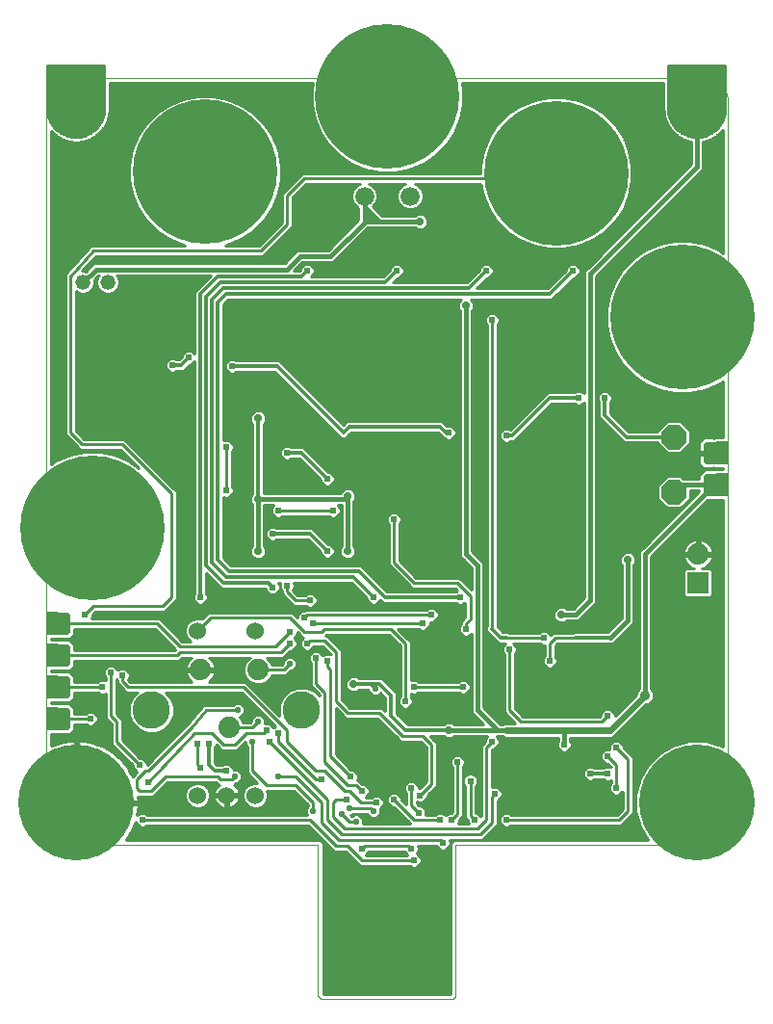
<source format=gbl>
G75*
%MOIN*%
%OFA0B0*%
%FSLAX25Y25*%
%IPPOS*%
%LPD*%
%AMOC8*
5,1,8,0,0,1.08239X$1,22.5*
%
%ADD10C,0.00394*%
%ADD11C,0.06000*%
%ADD12C,0.13000*%
%ADD13C,0.05200*%
%ADD14C,0.06600*%
%ADD15C,0.50000*%
%ADD16C,0.40000*%
%ADD17C,0.20000*%
%ADD18C,0.00500*%
%ADD19C,0.02362*%
%ADD20R,0.03937X0.07874*%
%ADD21R,0.07400X0.07400*%
%ADD22C,0.07400*%
%ADD23OC8,0.08500*%
%ADD24C,0.01000*%
%ADD25C,0.02200*%
%ADD26C,0.02400*%
%ADD27C,0.02800*%
%ADD28C,0.01200*%
%ADD29C,0.01600*%
%ADD30C,0.03562*%
%ADD31C,0.02400*%
%ADD32C,0.01400*%
D10*
X0033683Y0069482D02*
X0033935Y0069375D01*
X0034187Y0069268D01*
X0034445Y0069173D01*
X0034973Y0069008D01*
X0035242Y0068938D01*
X0035516Y0068882D01*
X0035790Y0068825D01*
X0035927Y0068797D01*
X0035995Y0068783D01*
X0036064Y0068769D01*
X0036379Y0068752D01*
X0036725Y0068738D01*
X0037332Y0068716D01*
X0037593Y0068709D01*
X0113632Y0068709D01*
X0113928Y0068711D01*
X0114142Y0068714D01*
X0114356Y0068717D01*
X0114489Y0068728D02*
X0114621Y0068732D01*
X0115050Y0068737D01*
X0115345Y0068739D01*
X0123062Y0068739D01*
X0123062Y0016439D01*
X0123125Y0016332D02*
X0123355Y0016062D01*
X0123385Y0015991D01*
X0123422Y0015924D01*
X0123465Y0015861D01*
X0123507Y0015798D01*
X0123556Y0015740D01*
X0123663Y0015633D01*
X0123721Y0015584D01*
X0123784Y0015542D01*
X0123847Y0015499D01*
X0123914Y0015463D01*
X0124055Y0015403D01*
X0124129Y0015379D01*
X0124206Y0015363D01*
X0124283Y0015348D01*
X0124362Y0015339D01*
X0169406Y0015339D01*
X0169486Y0015348D01*
X0169562Y0015363D01*
X0169639Y0015379D01*
X0169713Y0015403D01*
X0169854Y0015463D01*
X0169921Y0015499D01*
X0170047Y0015584D01*
X0170106Y0015633D01*
X0170213Y0015740D01*
X0170261Y0015798D01*
X0170304Y0015861D01*
X0170346Y0015924D01*
X0170383Y0015991D01*
X0170413Y0016062D01*
X0170443Y0016132D02*
X0170666Y0016407D01*
X0170706Y0016439D02*
X0170706Y0068739D01*
X0208871Y0068739D01*
X0209166Y0068737D01*
X0209380Y0068735D01*
X0209594Y0068732D01*
X0209727Y0068728D01*
X0209860Y0068717D02*
X0210074Y0068714D01*
X0210288Y0068711D01*
X0210583Y0068709D01*
X0256176Y0068709D01*
X0256436Y0068716D01*
X0256740Y0068727D01*
X0257043Y0068738D01*
X0257389Y0068752D01*
X0257705Y0068769D01*
X0257773Y0068783D01*
X0257842Y0068797D01*
X0257979Y0068825D01*
X0258253Y0068882D01*
X0258527Y0068938D01*
X0258796Y0069008D01*
X0259323Y0069173D01*
X0259582Y0069268D01*
X0259834Y0069375D01*
X0260086Y0069482D01*
X0260332Y0069601D01*
X0260810Y0069862D01*
X0261042Y0070003D01*
X0261266Y0070155D01*
X0261491Y0070307D01*
X0261708Y0070470D01*
X0261916Y0070642D01*
X0262125Y0070814D01*
X0262325Y0070997D01*
X0262516Y0071188D01*
X0262707Y0071379D01*
X0262889Y0071579D01*
X0263062Y0071788D01*
X0263234Y0071996D01*
X0263397Y0072213D01*
X0263549Y0072438D01*
X0263701Y0072662D01*
X0263842Y0072894D01*
X0263972Y0073133D01*
X0264103Y0073372D01*
X0264222Y0073618D01*
X0264329Y0073870D01*
X0264436Y0074122D01*
X0264531Y0074381D01*
X0264613Y0074644D01*
X0264696Y0074908D01*
X0264766Y0075177D01*
X0264822Y0075451D01*
X0264879Y0075725D01*
X0264907Y0075862D01*
X0264921Y0075931D01*
X0264935Y0075999D01*
X0264951Y0076314D01*
X0264966Y0076661D01*
X0264977Y0076964D01*
X0264988Y0077267D01*
X0264994Y0077528D01*
X0264994Y0234039D01*
X0265003Y0236772D01*
X0264994Y0239280D01*
X0264992Y0239971D01*
X0263114Y0240511D01*
X0262443Y0240345D01*
X0261905Y0240213D01*
X0261716Y0239509D01*
X0263088Y0262159D02*
X0262443Y0262345D01*
X0261910Y0262498D01*
X0261716Y0263182D01*
X0263088Y0262159D02*
X0264650Y0262609D01*
X0264994Y0263186D01*
X0265161Y0263465D01*
X0264994Y0263939D01*
X0264994Y0325168D01*
X0264988Y0325429D01*
X0264977Y0325732D01*
X0264966Y0326035D01*
X0264951Y0326381D01*
X0264935Y0326697D01*
X0264921Y0326765D01*
X0264907Y0326834D01*
X0264879Y0326971D01*
X0264766Y0327519D01*
X0264696Y0327788D01*
X0264613Y0328052D01*
X0264531Y0328315D01*
X0264436Y0328574D01*
X0264329Y0328826D01*
X0264222Y0329078D01*
X0264103Y0329324D01*
X0263972Y0329563D01*
X0263842Y0329802D01*
X0263701Y0330034D01*
X0263549Y0330258D01*
X0263397Y0330483D01*
X0263234Y0330700D01*
X0263062Y0330908D01*
X0262889Y0331117D01*
X0262707Y0331317D01*
X0262325Y0331699D01*
X0262125Y0331881D01*
X0261916Y0332054D01*
X0261708Y0332226D01*
X0261491Y0332389D01*
X0261266Y0332541D01*
X0261042Y0332693D01*
X0260810Y0332834D01*
X0260571Y0332964D01*
X0260332Y0333095D01*
X0260086Y0333214D01*
X0259834Y0333321D01*
X0259582Y0333428D01*
X0259323Y0333523D01*
X0259059Y0333606D01*
X0258796Y0333688D01*
X0258527Y0333758D01*
X0258253Y0333814D01*
X0257979Y0333871D01*
X0257842Y0333899D01*
X0257773Y0333913D01*
X0257705Y0333927D01*
X0257389Y0333943D01*
X0257043Y0333958D01*
X0256740Y0333969D01*
X0256436Y0333980D01*
X0256176Y0333986D01*
X0163361Y0333986D01*
X0130622Y0333986D02*
X0037593Y0333986D01*
X0037332Y0333980D01*
X0037028Y0333969D01*
X0036725Y0333958D01*
X0036379Y0333943D01*
X0036064Y0333927D01*
X0035995Y0333913D01*
X0035927Y0333899D01*
X0035790Y0333871D01*
X0035516Y0333814D01*
X0035242Y0333758D01*
X0034973Y0333688D01*
X0034709Y0333606D01*
X0034445Y0333523D01*
X0034187Y0333428D01*
X0033935Y0333321D01*
X0033683Y0333214D01*
X0033437Y0333095D01*
X0033198Y0332964D01*
X0032959Y0332834D01*
X0032727Y0332693D01*
X0032502Y0332541D01*
X0032277Y0332389D01*
X0032061Y0332226D01*
X0031852Y0332054D01*
X0031643Y0331881D01*
X0031443Y0331699D01*
X0031252Y0331508D01*
X0031061Y0331317D01*
X0030879Y0331117D01*
X0030707Y0330908D01*
X0030534Y0330700D01*
X0030372Y0330483D01*
X0030220Y0330258D01*
X0030068Y0330034D01*
X0029926Y0329802D01*
X0029796Y0329563D01*
X0029666Y0329324D01*
X0029547Y0329078D01*
X0029440Y0328826D01*
X0029333Y0328574D01*
X0029237Y0328315D01*
X0029072Y0327788D01*
X0029003Y0327519D01*
X0028946Y0327245D01*
X0028890Y0326971D01*
X0028861Y0326834D01*
X0028847Y0326765D01*
X0028833Y0326697D01*
X0028817Y0326381D01*
X0028802Y0326035D01*
X0028791Y0325732D01*
X0028781Y0325429D01*
X0028774Y0325168D01*
X0028774Y0197833D01*
X0028694Y0192810D01*
X0028774Y0191333D01*
X0028826Y0190369D01*
X0031608Y0190195D01*
X0032537Y0190461D01*
X0033070Y0190613D01*
X0033340Y0191224D01*
X0031608Y0166329D02*
X0028755Y0165833D01*
X0028774Y0164849D01*
X0028813Y0162802D01*
X0028774Y0158065D01*
X0028774Y0077528D01*
X0028781Y0077267D01*
X0028791Y0076964D01*
X0028802Y0076661D01*
X0028817Y0076314D01*
X0028833Y0075999D01*
X0028847Y0075931D01*
X0028861Y0075862D01*
X0028890Y0075725D01*
X0028946Y0075451D01*
X0029003Y0075177D01*
X0029072Y0074908D01*
X0029237Y0074381D01*
X0029333Y0074122D01*
X0029440Y0073870D01*
X0029547Y0073618D01*
X0029666Y0073372D01*
X0029796Y0073133D01*
X0029926Y0072894D01*
X0030068Y0072662D01*
X0030220Y0072438D01*
X0030372Y0072213D01*
X0030534Y0071996D01*
X0030707Y0071788D01*
X0030879Y0071579D01*
X0031061Y0071379D01*
X0031252Y0071188D01*
X0031443Y0070997D01*
X0031643Y0070814D01*
X0031852Y0070642D01*
X0032061Y0070470D01*
X0032277Y0070307D01*
X0032502Y0070155D01*
X0032727Y0070003D01*
X0032959Y0069862D01*
X0033437Y0069601D01*
X0033683Y0069482D01*
X0033340Y0165241D02*
X0033060Y0165823D01*
X0032537Y0166005D01*
X0031608Y0166329D01*
D11*
X0081338Y0142833D03*
X0101338Y0142833D03*
X0101338Y0085833D03*
X0091338Y0085833D03*
X0081338Y0085833D03*
D12*
X0065338Y0115333D03*
X0117338Y0115333D03*
D13*
X0050282Y0263333D03*
X0041620Y0263333D03*
D14*
X0139131Y0293199D03*
X0154879Y0293199D03*
D15*
X0147056Y0327657D03*
X0205432Y0301183D03*
X0249131Y0251333D03*
X0083906Y0301559D03*
X0044831Y0178258D03*
D16*
X0039282Y0083333D03*
X0254282Y0083333D03*
D17*
X0254282Y0323333D03*
X0039282Y0323333D03*
D18*
X0031300Y0317351D02*
X0047263Y0317351D01*
X0047636Y0317849D02*
X0030927Y0317849D01*
X0030869Y0317927D02*
X0030185Y0319179D01*
X0029687Y0320516D01*
X0029383Y0321910D01*
X0029282Y0323333D01*
X0049282Y0323333D01*
X0049180Y0321910D01*
X0048877Y0320516D01*
X0048378Y0319179D01*
X0047694Y0317927D01*
X0046839Y0316785D01*
X0045830Y0315776D01*
X0044688Y0314921D01*
X0043436Y0314237D01*
X0042099Y0313738D01*
X0040705Y0313435D01*
X0039282Y0313333D01*
X0037858Y0313435D01*
X0036464Y0313738D01*
X0035127Y0314237D01*
X0033875Y0314921D01*
X0032733Y0315776D01*
X0031724Y0316785D01*
X0030869Y0317927D01*
X0030639Y0318348D02*
X0047924Y0318348D01*
X0048196Y0318846D02*
X0030367Y0318846D01*
X0030123Y0319345D02*
X0048440Y0319345D01*
X0048626Y0319843D02*
X0029938Y0319843D01*
X0029752Y0320342D02*
X0048812Y0320342D01*
X0048947Y0320840D02*
X0029616Y0320840D01*
X0029508Y0321339D02*
X0049056Y0321339D01*
X0049164Y0321837D02*
X0029399Y0321837D01*
X0029353Y0322336D02*
X0049210Y0322336D01*
X0049246Y0322834D02*
X0029317Y0322834D01*
X0029282Y0323333D02*
X0029282Y0338333D01*
X0049282Y0338333D01*
X0049282Y0323333D01*
X0049282Y0323831D02*
X0029282Y0323831D01*
X0029282Y0324330D02*
X0049282Y0324330D01*
X0049282Y0324828D02*
X0029282Y0324828D01*
X0029282Y0325327D02*
X0049282Y0325327D01*
X0049282Y0325825D02*
X0029282Y0325825D01*
X0029282Y0326324D02*
X0049282Y0326324D01*
X0049282Y0326823D02*
X0029282Y0326823D01*
X0029282Y0327321D02*
X0049282Y0327321D01*
X0049282Y0327820D02*
X0029282Y0327820D01*
X0029282Y0328318D02*
X0049282Y0328318D01*
X0049282Y0328817D02*
X0029282Y0328817D01*
X0029282Y0329315D02*
X0049282Y0329315D01*
X0049282Y0329814D02*
X0029282Y0329814D01*
X0029282Y0330312D02*
X0049282Y0330312D01*
X0049282Y0330811D02*
X0029282Y0330811D01*
X0029282Y0331309D02*
X0049282Y0331309D01*
X0049282Y0331808D02*
X0029282Y0331808D01*
X0029282Y0332306D02*
X0049282Y0332306D01*
X0049282Y0332805D02*
X0029282Y0332805D01*
X0029282Y0333303D02*
X0049282Y0333303D01*
X0049282Y0333802D02*
X0029282Y0333802D01*
X0029282Y0334300D02*
X0049282Y0334300D01*
X0049282Y0334799D02*
X0029282Y0334799D01*
X0029282Y0335297D02*
X0049282Y0335297D01*
X0049282Y0335796D02*
X0029282Y0335796D01*
X0029282Y0336294D02*
X0049282Y0336294D01*
X0049282Y0336793D02*
X0029282Y0336793D01*
X0029282Y0337291D02*
X0049282Y0337291D01*
X0049282Y0337790D02*
X0029282Y0337790D01*
X0029282Y0338288D02*
X0049282Y0338288D01*
X0046890Y0316852D02*
X0031674Y0316852D01*
X0032155Y0316354D02*
X0046408Y0316354D01*
X0045910Y0315855D02*
X0032654Y0315855D01*
X0033293Y0315357D02*
X0045270Y0315357D01*
X0044573Y0314858D02*
X0033990Y0314858D01*
X0034903Y0314360D02*
X0043660Y0314360D01*
X0042428Y0313861D02*
X0036135Y0313861D01*
X0038871Y0313363D02*
X0039692Y0313363D01*
X0244282Y0323333D02*
X0244383Y0321910D01*
X0244687Y0320516D01*
X0245185Y0319179D01*
X0245869Y0317927D01*
X0246724Y0316785D01*
X0247733Y0315776D01*
X0248875Y0314921D01*
X0250127Y0314237D01*
X0251464Y0313738D01*
X0252858Y0313435D01*
X0254282Y0313333D01*
X0255705Y0313435D01*
X0257099Y0313738D01*
X0258436Y0314237D01*
X0259688Y0314921D01*
X0260830Y0315776D01*
X0261839Y0316785D01*
X0262694Y0317927D01*
X0263378Y0319179D01*
X0263877Y0320516D01*
X0264180Y0321910D01*
X0264282Y0323333D01*
X0244282Y0323333D01*
X0244282Y0338333D01*
X0264282Y0338333D01*
X0264282Y0323333D01*
X0264282Y0323831D02*
X0244282Y0323831D01*
X0244282Y0324330D02*
X0264282Y0324330D01*
X0264282Y0324828D02*
X0244282Y0324828D01*
X0244282Y0325327D02*
X0264282Y0325327D01*
X0264282Y0325825D02*
X0244282Y0325825D01*
X0244282Y0326324D02*
X0264282Y0326324D01*
X0264282Y0326823D02*
X0244282Y0326823D01*
X0244282Y0327321D02*
X0264282Y0327321D01*
X0264282Y0327820D02*
X0244282Y0327820D01*
X0244282Y0328318D02*
X0264282Y0328318D01*
X0264282Y0328817D02*
X0244282Y0328817D01*
X0244282Y0329315D02*
X0264282Y0329315D01*
X0264282Y0329814D02*
X0244282Y0329814D01*
X0244282Y0330312D02*
X0264282Y0330312D01*
X0264282Y0330811D02*
X0244282Y0330811D01*
X0244282Y0331309D02*
X0264282Y0331309D01*
X0264282Y0331808D02*
X0244282Y0331808D01*
X0244282Y0332306D02*
X0264282Y0332306D01*
X0264282Y0332805D02*
X0244282Y0332805D01*
X0244282Y0333303D02*
X0264282Y0333303D01*
X0264282Y0333802D02*
X0244282Y0333802D01*
X0244282Y0334300D02*
X0264282Y0334300D01*
X0264282Y0334799D02*
X0244282Y0334799D01*
X0244282Y0335297D02*
X0264282Y0335297D01*
X0264282Y0335796D02*
X0244282Y0335796D01*
X0244282Y0336294D02*
X0264282Y0336294D01*
X0264282Y0336793D02*
X0244282Y0336793D01*
X0244282Y0337291D02*
X0264282Y0337291D01*
X0264282Y0337790D02*
X0244282Y0337790D01*
X0244282Y0338288D02*
X0264282Y0338288D01*
X0264246Y0322834D02*
X0244317Y0322834D01*
X0244353Y0322336D02*
X0264210Y0322336D01*
X0264164Y0321837D02*
X0244399Y0321837D01*
X0244508Y0321339D02*
X0264056Y0321339D01*
X0263947Y0320840D02*
X0244616Y0320840D01*
X0244752Y0320342D02*
X0263812Y0320342D01*
X0263626Y0319843D02*
X0244938Y0319843D01*
X0245123Y0319345D02*
X0263440Y0319345D01*
X0263196Y0318846D02*
X0245367Y0318846D01*
X0245639Y0318348D02*
X0262924Y0318348D01*
X0262636Y0317849D02*
X0245927Y0317849D01*
X0246300Y0317351D02*
X0262263Y0317351D01*
X0261890Y0316852D02*
X0246674Y0316852D01*
X0247155Y0316354D02*
X0261408Y0316354D01*
X0260910Y0315855D02*
X0247654Y0315855D01*
X0248293Y0315357D02*
X0260270Y0315357D01*
X0259573Y0314858D02*
X0248990Y0314858D01*
X0249903Y0314360D02*
X0258660Y0314360D01*
X0257428Y0313861D02*
X0251135Y0313861D01*
X0253871Y0313363D02*
X0254692Y0313363D01*
D19*
X0257526Y0201577D02*
X0263038Y0201577D01*
X0257526Y0201577D02*
X0257526Y0207089D01*
X0263038Y0207089D01*
X0263038Y0201577D01*
X0263038Y0203938D02*
X0257526Y0203938D01*
X0257526Y0206299D02*
X0263038Y0206299D01*
X0263038Y0190577D02*
X0257526Y0190577D01*
X0257526Y0196089D01*
X0263038Y0196089D01*
X0263038Y0190577D01*
X0263038Y0192938D02*
X0257526Y0192938D01*
X0257526Y0195299D02*
X0263038Y0195299D01*
X0036038Y0148089D02*
X0030526Y0148089D01*
X0036038Y0148089D02*
X0036038Y0142577D01*
X0030526Y0142577D01*
X0030526Y0148089D01*
X0030526Y0144938D02*
X0036038Y0144938D01*
X0036038Y0147299D02*
X0030526Y0147299D01*
X0030526Y0137089D02*
X0036038Y0137089D01*
X0036038Y0131577D01*
X0030526Y0131577D01*
X0030526Y0137089D01*
X0030526Y0133938D02*
X0036038Y0133938D01*
X0036038Y0136299D02*
X0030526Y0136299D01*
X0030526Y0126089D02*
X0036038Y0126089D01*
X0036038Y0120577D01*
X0030526Y0120577D01*
X0030526Y0126089D01*
X0030526Y0122938D02*
X0036038Y0122938D01*
X0036038Y0125299D02*
X0030526Y0125299D01*
X0030526Y0115089D02*
X0036038Y0115089D01*
X0036038Y0109577D01*
X0030526Y0109577D01*
X0030526Y0115089D01*
X0030526Y0111938D02*
X0036038Y0111938D01*
X0036038Y0114299D02*
X0030526Y0114299D01*
D20*
X0030782Y0112333D03*
X0030782Y0123333D03*
X0030782Y0134333D03*
X0030782Y0145333D03*
X0262782Y0193333D03*
X0262782Y0204333D03*
D21*
X0254622Y0159310D03*
D22*
X0254622Y0169310D03*
X0102282Y0129333D03*
X0082282Y0129333D03*
X0092282Y0109333D03*
D23*
X0246282Y0190821D03*
X0246282Y0209846D03*
D24*
X0242270Y0206009D02*
X0219382Y0206009D01*
X0219382Y0207007D02*
X0241271Y0207007D01*
X0240732Y0207547D02*
X0243983Y0204296D01*
X0248580Y0204296D01*
X0251832Y0207547D01*
X0251832Y0212145D01*
X0248580Y0215396D01*
X0243983Y0215396D01*
X0240732Y0212145D01*
X0240732Y0211746D01*
X0230556Y0211746D01*
X0224182Y0218120D01*
X0224182Y0221698D01*
X0224401Y0221917D01*
X0224782Y0222836D01*
X0224782Y0223831D01*
X0224401Y0224749D01*
X0223698Y0225453D01*
X0222779Y0225833D01*
X0221784Y0225833D01*
X0220865Y0225453D01*
X0220162Y0224749D01*
X0219782Y0223831D01*
X0219782Y0222836D01*
X0220162Y0221917D01*
X0220382Y0221698D01*
X0220382Y0216546D01*
X0221495Y0215433D01*
X0228982Y0207946D01*
X0240732Y0207946D01*
X0240732Y0207547D01*
X0243268Y0205010D02*
X0219382Y0205010D01*
X0219382Y0204012D02*
X0259782Y0204012D01*
X0259782Y0203849D02*
X0259313Y0203849D01*
X0259313Y0203833D01*
X0254845Y0203833D01*
X0254845Y0201313D01*
X0254948Y0200795D01*
X0255150Y0200307D01*
X0255443Y0199868D01*
X0255817Y0199495D01*
X0256256Y0199201D01*
X0256744Y0198999D01*
X0257262Y0198896D01*
X0259782Y0198896D01*
X0259782Y0199306D01*
X0259892Y0199196D01*
X0260234Y0198999D01*
X0260616Y0198896D01*
X0263298Y0198896D01*
X0263298Y0198570D01*
X0257032Y0198570D01*
X0256120Y0198193D01*
X0255422Y0197495D01*
X0255045Y0196583D01*
X0255045Y0195433D01*
X0249518Y0195433D01*
X0248580Y0196371D01*
X0243983Y0196371D01*
X0240732Y0193120D01*
X0240732Y0188522D01*
X0243983Y0185271D01*
X0248580Y0185271D01*
X0251832Y0188522D01*
X0251832Y0191233D01*
X0255045Y0191233D01*
X0255045Y0191066D01*
X0235412Y0171433D01*
X0234182Y0170203D01*
X0234182Y0122591D01*
X0233670Y0122079D01*
X0233200Y0120946D01*
X0233200Y0120788D01*
X0225782Y0113369D01*
X0225782Y0113831D01*
X0225401Y0114749D01*
X0224698Y0115453D01*
X0223779Y0115833D01*
X0222784Y0115833D01*
X0221865Y0115453D01*
X0221162Y0114749D01*
X0220782Y0113831D01*
X0220782Y0113379D01*
X0220536Y0113133D01*
X0194027Y0113133D01*
X0191082Y0116079D01*
X0191082Y0134598D01*
X0191401Y0134917D01*
X0191782Y0135836D01*
X0191782Y0136831D01*
X0191401Y0137749D01*
X0190698Y0138453D01*
X0190503Y0138533D01*
X0199546Y0138533D01*
X0199865Y0138214D01*
X0200784Y0137833D01*
X0201482Y0137833D01*
X0201482Y0134069D01*
X0201162Y0133749D01*
X0200782Y0132831D01*
X0200782Y0131836D01*
X0201162Y0130917D01*
X0201865Y0130214D01*
X0202784Y0129833D01*
X0203779Y0129833D01*
X0204698Y0130214D01*
X0205401Y0130917D01*
X0205782Y0131836D01*
X0205782Y0132831D01*
X0205401Y0133749D01*
X0205082Y0134069D01*
X0205082Y0137588D01*
X0206027Y0138533D01*
X0211395Y0138533D01*
X0211495Y0138433D01*
X0217353Y0138433D01*
X0217453Y0138333D01*
X0223312Y0138333D01*
X0223412Y0138233D01*
X0225151Y0138233D01*
X0232382Y0145463D01*
X0232382Y0165615D01*
X0232571Y0165804D01*
X0232982Y0166796D01*
X0232982Y0167870D01*
X0232571Y0168863D01*
X0231811Y0169622D01*
X0230819Y0170033D01*
X0229745Y0170033D01*
X0228752Y0169622D01*
X0227993Y0168863D01*
X0227582Y0167870D01*
X0227582Y0166796D01*
X0227993Y0165804D01*
X0228182Y0165615D01*
X0228182Y0147203D01*
X0223312Y0142333D01*
X0217453Y0142333D01*
X0217353Y0142233D01*
X0211495Y0142233D01*
X0211395Y0142133D01*
X0204536Y0142133D01*
X0203621Y0141218D01*
X0203401Y0141749D01*
X0202698Y0142453D01*
X0201779Y0142833D01*
X0200784Y0142833D01*
X0199865Y0142453D01*
X0199546Y0142133D01*
X0189169Y0142133D01*
X0189069Y0142233D01*
X0187069Y0142233D01*
X0185082Y0144220D01*
X0185082Y0248598D01*
X0185401Y0248917D01*
X0185782Y0249836D01*
X0185782Y0250831D01*
X0185401Y0251749D01*
X0184698Y0252453D01*
X0183779Y0252833D01*
X0182784Y0252833D01*
X0181865Y0252453D01*
X0181162Y0251749D01*
X0180782Y0250831D01*
X0180782Y0249836D01*
X0181162Y0248917D01*
X0181482Y0248598D01*
X0181482Y0144220D01*
X0181382Y0144120D01*
X0181382Y0142546D01*
X0185495Y0138433D01*
X0187846Y0138433D01*
X0187162Y0137749D01*
X0186782Y0136831D01*
X0186782Y0135836D01*
X0187162Y0134917D01*
X0187482Y0134598D01*
X0187482Y0114588D01*
X0191236Y0110833D01*
X0187784Y0110833D01*
X0186865Y0110453D01*
X0186846Y0110433D01*
X0186151Y0110433D01*
X0180382Y0116203D01*
X0180382Y0166203D01*
X0179151Y0167433D01*
X0176382Y0170203D01*
X0176382Y0253615D01*
X0176571Y0253804D01*
X0176982Y0254796D01*
X0176982Y0255870D01*
X0176571Y0256863D01*
X0176000Y0257433D01*
X0204069Y0257433D01*
X0205182Y0258546D01*
X0205182Y0258546D01*
X0211469Y0264833D01*
X0211779Y0264833D01*
X0212698Y0265214D01*
X0213401Y0265917D01*
X0213782Y0266836D01*
X0213782Y0267831D01*
X0213401Y0268749D01*
X0212698Y0269453D01*
X0211779Y0269833D01*
X0210784Y0269833D01*
X0209865Y0269453D01*
X0209162Y0268749D01*
X0208782Y0267831D01*
X0208782Y0267520D01*
X0202495Y0261233D01*
X0177869Y0261233D01*
X0181469Y0264833D01*
X0181779Y0264833D01*
X0182698Y0265214D01*
X0183401Y0265917D01*
X0183782Y0266836D01*
X0183782Y0267831D01*
X0183401Y0268749D01*
X0182698Y0269453D01*
X0181779Y0269833D01*
X0180784Y0269833D01*
X0179865Y0269453D01*
X0179162Y0268749D01*
X0178782Y0267831D01*
X0178782Y0267520D01*
X0174495Y0263233D01*
X0148869Y0263233D01*
X0150469Y0264833D01*
X0150779Y0264833D01*
X0151698Y0265214D01*
X0152401Y0265917D01*
X0152782Y0266836D01*
X0152782Y0267831D01*
X0152401Y0268749D01*
X0151698Y0269453D01*
X0150779Y0269833D01*
X0149784Y0269833D01*
X0148865Y0269453D01*
X0148162Y0268749D01*
X0147782Y0267831D01*
X0147782Y0267520D01*
X0145495Y0265233D01*
X0120717Y0265233D01*
X0121401Y0265917D01*
X0121782Y0266836D01*
X0121782Y0267831D01*
X0121401Y0268749D01*
X0120698Y0269453D01*
X0119779Y0269833D01*
X0118784Y0269833D01*
X0117865Y0269453D01*
X0117162Y0268749D01*
X0116782Y0267831D01*
X0116782Y0267520D01*
X0116495Y0267233D01*
X0114651Y0267233D01*
X0117651Y0270233D01*
X0128151Y0270233D01*
X0140001Y0282083D01*
X0140151Y0282233D01*
X0156563Y0282233D01*
X0156752Y0282044D01*
X0157745Y0281633D01*
X0158819Y0281633D01*
X0159811Y0282044D01*
X0160571Y0282804D01*
X0160982Y0283796D01*
X0160982Y0284870D01*
X0160571Y0285863D01*
X0159811Y0286622D01*
X0158819Y0287033D01*
X0157745Y0287033D01*
X0156752Y0286622D01*
X0156563Y0286433D01*
X0145151Y0286433D01*
X0142011Y0289573D01*
X0143031Y0290593D01*
X0143731Y0292284D01*
X0143731Y0294114D01*
X0143031Y0295804D01*
X0141737Y0297098D01*
X0140686Y0297533D01*
X0153324Y0297533D01*
X0152273Y0297098D01*
X0150979Y0295804D01*
X0150279Y0294114D01*
X0150279Y0292284D01*
X0150979Y0290593D01*
X0152273Y0289299D01*
X0153964Y0288599D01*
X0155794Y0288599D01*
X0157485Y0289299D01*
X0158779Y0290593D01*
X0159479Y0292284D01*
X0159479Y0294114D01*
X0158779Y0295804D01*
X0157485Y0297098D01*
X0156434Y0297533D01*
X0179343Y0297533D01*
X0180143Y0293512D01*
X0182125Y0288725D01*
X0185003Y0284418D01*
X0188667Y0280755D01*
X0192974Y0277876D01*
X0197760Y0275894D01*
X0202842Y0274883D01*
X0208022Y0274883D01*
X0213103Y0275894D01*
X0217890Y0277876D01*
X0222197Y0280755D01*
X0225860Y0284418D01*
X0228739Y0288725D01*
X0230721Y0293512D01*
X0231732Y0298593D01*
X0231732Y0303773D01*
X0230721Y0308854D01*
X0228739Y0313641D01*
X0225860Y0317948D01*
X0222197Y0321612D01*
X0217890Y0324490D01*
X0213103Y0326472D01*
X0208022Y0327483D01*
X0202842Y0327483D01*
X0197760Y0326472D01*
X0192974Y0324490D01*
X0188667Y0321612D01*
X0185003Y0317948D01*
X0182125Y0313641D01*
X0180143Y0308854D01*
X0179132Y0303773D01*
X0179132Y0301133D01*
X0117536Y0301133D01*
X0111536Y0295133D01*
X0110482Y0294079D01*
X0110482Y0284079D01*
X0102536Y0276133D01*
X0090893Y0276133D01*
X0091577Y0276269D01*
X0096364Y0278252D01*
X0100671Y0281130D01*
X0104334Y0284793D01*
X0107213Y0289101D01*
X0109195Y0293887D01*
X0110206Y0298968D01*
X0110206Y0304149D01*
X0109195Y0309230D01*
X0107213Y0314016D01*
X0104334Y0318324D01*
X0100671Y0321987D01*
X0096364Y0324866D01*
X0091577Y0326848D01*
X0086496Y0327859D01*
X0081316Y0327859D01*
X0076234Y0326848D01*
X0071448Y0324866D01*
X0067141Y0321987D01*
X0063477Y0318324D01*
X0060599Y0314016D01*
X0058617Y0309230D01*
X0057606Y0304149D01*
X0057606Y0298968D01*
X0058617Y0293887D01*
X0060599Y0289101D01*
X0063477Y0284793D01*
X0067141Y0281130D01*
X0071448Y0278252D01*
X0076234Y0276269D01*
X0076919Y0276133D01*
X0045966Y0276133D01*
X0045920Y0276174D01*
X0045229Y0276133D01*
X0044536Y0276133D01*
X0044493Y0276090D01*
X0044432Y0276086D01*
X0043971Y0275569D01*
X0043482Y0275079D01*
X0043482Y0275018D01*
X0035971Y0266569D01*
X0035482Y0266079D01*
X0035482Y0266018D01*
X0035441Y0265972D01*
X0035482Y0265280D01*
X0035482Y0210588D01*
X0039482Y0206588D01*
X0040536Y0205533D01*
X0054536Y0205533D01*
X0060953Y0199116D01*
X0057288Y0201565D01*
X0052502Y0203547D01*
X0047421Y0204558D01*
X0042240Y0204558D01*
X0037159Y0203547D01*
X0032373Y0201565D01*
X0030471Y0200294D01*
X0030471Y0315846D01*
X0030550Y0315767D01*
X0030868Y0315342D01*
X0030993Y0315324D01*
X0031272Y0315045D01*
X0031290Y0314920D01*
X0031715Y0314601D01*
X0032091Y0314226D01*
X0032217Y0314226D01*
X0032533Y0313989D01*
X0032569Y0313868D01*
X0033035Y0313614D01*
X0033460Y0313295D01*
X0033585Y0313313D01*
X0033932Y0313124D01*
X0033984Y0313009D01*
X0034482Y0312823D01*
X0034948Y0312569D01*
X0035069Y0312604D01*
X0035439Y0312466D01*
X0035507Y0312360D01*
X0036026Y0312247D01*
X0036524Y0312062D01*
X0036639Y0312114D01*
X0037025Y0312030D01*
X0037107Y0311935D01*
X0037637Y0311897D01*
X0038156Y0311784D01*
X0038262Y0311852D01*
X0038656Y0311824D01*
X0038752Y0311741D01*
X0039282Y0311779D01*
X0039811Y0311741D01*
X0039907Y0311824D01*
X0040301Y0311852D01*
X0040407Y0311784D01*
X0040926Y0311897D01*
X0041456Y0311935D01*
X0041538Y0312030D01*
X0041924Y0312114D01*
X0042039Y0312062D01*
X0042537Y0312247D01*
X0043056Y0312360D01*
X0043124Y0312466D01*
X0043494Y0312604D01*
X0043615Y0312569D01*
X0044081Y0312823D01*
X0044579Y0313009D01*
X0044631Y0313124D01*
X0044978Y0313313D01*
X0045103Y0313295D01*
X0045528Y0313614D01*
X0045994Y0313868D01*
X0046030Y0313989D01*
X0046346Y0314226D01*
X0046472Y0314226D01*
X0046848Y0314601D01*
X0047273Y0314920D01*
X0047291Y0315045D01*
X0047570Y0315324D01*
X0047695Y0315342D01*
X0048013Y0315767D01*
X0048389Y0316143D01*
X0048389Y0316269D01*
X0048626Y0316585D01*
X0048747Y0316621D01*
X0049001Y0317087D01*
X0049320Y0317512D01*
X0049302Y0317637D01*
X0049491Y0317984D01*
X0049606Y0318036D01*
X0049791Y0318534D01*
X0050046Y0319000D01*
X0050010Y0319121D01*
X0050148Y0319491D01*
X0050255Y0319559D01*
X0050368Y0320078D01*
X0050553Y0320576D01*
X0050501Y0320691D01*
X0050585Y0321077D01*
X0050680Y0321159D01*
X0050718Y0321689D01*
X0050831Y0322208D01*
X0050763Y0322314D01*
X0050786Y0322646D01*
X0050832Y0322691D01*
X0050832Y0323278D01*
X0050873Y0323863D01*
X0050832Y0323911D01*
X0050832Y0332290D01*
X0121162Y0332290D01*
X0120756Y0330247D01*
X0120756Y0325067D01*
X0121767Y0319986D01*
X0123749Y0315199D01*
X0126628Y0310892D01*
X0130291Y0307229D01*
X0134598Y0304350D01*
X0139385Y0302368D01*
X0144466Y0301357D01*
X0149646Y0301357D01*
X0154728Y0302368D01*
X0159514Y0304350D01*
X0163821Y0307229D01*
X0167485Y0310892D01*
X0170363Y0315199D01*
X0172345Y0319986D01*
X0173356Y0325067D01*
X0173356Y0330247D01*
X0172950Y0332290D01*
X0242732Y0332290D01*
X0242732Y0323911D01*
X0242690Y0323863D01*
X0242732Y0323278D01*
X0242732Y0322691D01*
X0242777Y0322646D01*
X0242801Y0322314D01*
X0242732Y0322208D01*
X0242845Y0321689D01*
X0242883Y0321159D01*
X0242978Y0321077D01*
X0243062Y0320691D01*
X0243010Y0320576D01*
X0243196Y0320078D01*
X0243309Y0319559D01*
X0243415Y0319491D01*
X0243553Y0319121D01*
X0243517Y0319000D01*
X0243772Y0318534D01*
X0243957Y0318036D01*
X0244072Y0317984D01*
X0244261Y0317637D01*
X0244243Y0317512D01*
X0244562Y0317087D01*
X0244816Y0316621D01*
X0244937Y0316585D01*
X0245174Y0316269D01*
X0245174Y0316143D01*
X0245550Y0315767D01*
X0245868Y0315342D01*
X0245993Y0315324D01*
X0246272Y0315045D01*
X0246290Y0314920D01*
X0246715Y0314601D01*
X0247091Y0314226D01*
X0247217Y0314226D01*
X0247533Y0313989D01*
X0247569Y0313868D01*
X0248035Y0313614D01*
X0248460Y0313295D01*
X0248585Y0313313D01*
X0248932Y0313124D01*
X0248984Y0313009D01*
X0249482Y0312823D01*
X0249948Y0312569D01*
X0250069Y0312604D01*
X0250439Y0312466D01*
X0250507Y0312360D01*
X0251026Y0312247D01*
X0251524Y0312062D01*
X0251639Y0312114D01*
X0252025Y0312030D01*
X0252107Y0311935D01*
X0252182Y0311930D01*
X0252182Y0304203D01*
X0216412Y0268433D01*
X0215182Y0267203D01*
X0215182Y0224969D01*
X0214698Y0225453D01*
X0213779Y0225833D01*
X0212784Y0225833D01*
X0211865Y0225453D01*
X0211646Y0225233D01*
X0202495Y0225233D01*
X0201382Y0224120D01*
X0189706Y0212445D01*
X0189698Y0212453D01*
X0188779Y0212833D01*
X0187784Y0212833D01*
X0186865Y0212453D01*
X0186162Y0211749D01*
X0185782Y0210831D01*
X0185782Y0209836D01*
X0186162Y0208917D01*
X0186865Y0208214D01*
X0187784Y0207833D01*
X0188779Y0207833D01*
X0189698Y0208214D01*
X0189917Y0208433D01*
X0191069Y0208433D01*
X0204069Y0221433D01*
X0211646Y0221433D01*
X0211865Y0221214D01*
X0212784Y0220833D01*
X0213779Y0220833D01*
X0214698Y0221214D01*
X0215182Y0221698D01*
X0215182Y0154203D01*
X0211412Y0150433D01*
X0209000Y0150433D01*
X0208811Y0150622D01*
X0207819Y0151033D01*
X0206745Y0151033D01*
X0205752Y0150622D01*
X0204993Y0149863D01*
X0204582Y0148870D01*
X0204582Y0147796D01*
X0204993Y0146804D01*
X0205752Y0146044D01*
X0206745Y0145633D01*
X0207819Y0145633D01*
X0208811Y0146044D01*
X0209000Y0146233D01*
X0213151Y0146233D01*
X0214382Y0147463D01*
X0219382Y0152463D01*
X0219382Y0265463D01*
X0256382Y0302463D01*
X0256382Y0311930D01*
X0256456Y0311935D01*
X0256538Y0312030D01*
X0256924Y0312114D01*
X0257039Y0312062D01*
X0257537Y0312247D01*
X0258056Y0312360D01*
X0258124Y0312466D01*
X0258494Y0312604D01*
X0258615Y0312569D01*
X0259081Y0312823D01*
X0259579Y0313009D01*
X0259631Y0313124D01*
X0259978Y0313313D01*
X0260103Y0313295D01*
X0260528Y0313614D01*
X0260994Y0313868D01*
X0261030Y0313989D01*
X0261346Y0314226D01*
X0261472Y0314226D01*
X0261848Y0314601D01*
X0262273Y0314920D01*
X0262291Y0315045D01*
X0262570Y0315324D01*
X0262695Y0315342D01*
X0263013Y0315767D01*
X0263298Y0316051D01*
X0263298Y0273498D01*
X0261589Y0274640D01*
X0256803Y0276623D01*
X0251722Y0277633D01*
X0246541Y0277633D01*
X0241460Y0276623D01*
X0236674Y0274640D01*
X0232366Y0271762D01*
X0228703Y0268099D01*
X0225825Y0263791D01*
X0223842Y0259005D01*
X0222831Y0253924D01*
X0222831Y0248743D01*
X0223842Y0243662D01*
X0225825Y0238876D01*
X0228703Y0234568D01*
X0232366Y0230905D01*
X0236674Y0228027D01*
X0241460Y0226044D01*
X0246541Y0225033D01*
X0251722Y0225033D01*
X0256803Y0226044D01*
X0261589Y0228027D01*
X0263298Y0229168D01*
X0263298Y0209770D01*
X0262297Y0209770D01*
X0260616Y0209770D01*
X0260234Y0209668D01*
X0259892Y0209471D01*
X0259782Y0209360D01*
X0259782Y0209770D01*
X0257262Y0209770D01*
X0256744Y0209667D01*
X0256256Y0209465D01*
X0255817Y0209172D01*
X0255443Y0208798D01*
X0255150Y0208359D01*
X0254948Y0207871D01*
X0254845Y0207353D01*
X0254845Y0204833D01*
X0259313Y0204833D01*
X0259313Y0204818D01*
X0259782Y0204818D01*
X0259782Y0203849D01*
X0260782Y0203849D02*
X0262297Y0203849D01*
X0262297Y0204818D01*
X0260782Y0204818D01*
X0260782Y0203849D01*
X0260782Y0204012D02*
X0262297Y0204012D01*
X0260198Y0199019D02*
X0259782Y0199019D01*
X0256696Y0199019D02*
X0219382Y0199019D01*
X0219382Y0198021D02*
X0255948Y0198021D01*
X0255227Y0197022D02*
X0219382Y0197022D01*
X0219382Y0196024D02*
X0243636Y0196024D01*
X0242637Y0195025D02*
X0219382Y0195025D01*
X0219382Y0194027D02*
X0241639Y0194027D01*
X0240732Y0193028D02*
X0219382Y0193028D01*
X0219382Y0192030D02*
X0240732Y0192030D01*
X0240732Y0191031D02*
X0219382Y0191031D01*
X0219382Y0190033D02*
X0240732Y0190033D01*
X0240732Y0189034D02*
X0219382Y0189034D01*
X0219382Y0188036D02*
X0241218Y0188036D01*
X0242216Y0187037D02*
X0219382Y0187037D01*
X0219382Y0186039D02*
X0243215Y0186039D01*
X0246023Y0182045D02*
X0219382Y0182045D01*
X0219382Y0183043D02*
X0247021Y0183043D01*
X0248020Y0184042D02*
X0219382Y0184042D01*
X0219382Y0185040D02*
X0249018Y0185040D01*
X0249348Y0186039D02*
X0250017Y0186039D01*
X0250347Y0187037D02*
X0251016Y0187037D01*
X0251345Y0188036D02*
X0252014Y0188036D01*
X0251832Y0189034D02*
X0253013Y0189034D01*
X0254011Y0190033D02*
X0251832Y0190033D01*
X0251832Y0191031D02*
X0255010Y0191031D01*
X0257954Y0188036D02*
X0263298Y0188036D01*
X0263298Y0188096D02*
X0263298Y0102723D01*
X0262503Y0103182D01*
X0257086Y0104633D01*
X0251477Y0104633D01*
X0246060Y0103182D01*
X0241203Y0100378D01*
X0237237Y0096412D01*
X0234433Y0091555D01*
X0232982Y0086138D01*
X0232982Y0080529D01*
X0234433Y0075112D01*
X0237150Y0070406D01*
X0210589Y0070406D01*
X0210389Y0070407D01*
X0210329Y0070409D01*
X0210318Y0070420D01*
X0209883Y0070425D01*
X0209879Y0070430D01*
X0209578Y0070432D01*
X0209574Y0070436D01*
X0209365Y0070436D01*
X0208939Y0070448D01*
X0208928Y0070437D01*
X0208699Y0070440D01*
X0208485Y0070443D01*
X0208480Y0070438D01*
X0208178Y0070440D01*
X0208174Y0070436D01*
X0170003Y0070436D01*
X0169009Y0069442D01*
X0169009Y0017097D01*
X0168983Y0017036D01*
X0124785Y0017036D01*
X0124759Y0017097D01*
X0124759Y0069442D01*
X0123765Y0070436D01*
X0116042Y0070436D01*
X0116038Y0070440D01*
X0115736Y0070438D01*
X0115731Y0070443D01*
X0115288Y0070437D01*
X0115277Y0070448D01*
X0114851Y0070436D01*
X0114642Y0070436D01*
X0114638Y0070432D01*
X0114337Y0070430D01*
X0114332Y0070425D01*
X0113897Y0070420D01*
X0113887Y0070409D01*
X0113827Y0070407D01*
X0113627Y0070406D01*
X0056465Y0070406D01*
X0057172Y0071379D01*
X0058055Y0072820D01*
X0058822Y0074325D01*
X0059468Y0075886D01*
X0059782Y0076850D01*
X0059782Y0076836D01*
X0060162Y0075917D01*
X0060865Y0075214D01*
X0061784Y0074833D01*
X0062779Y0074833D01*
X0063698Y0075214D01*
X0064017Y0075533D01*
X0119536Y0075533D01*
X0128536Y0066533D01*
X0132536Y0066533D01*
X0137536Y0061533D01*
X0154546Y0061533D01*
X0154865Y0061214D01*
X0155784Y0060833D01*
X0156779Y0060833D01*
X0157698Y0061214D01*
X0158401Y0061917D01*
X0158782Y0062836D01*
X0158782Y0063831D01*
X0158401Y0064749D01*
X0157698Y0065453D01*
X0157159Y0065676D01*
X0157401Y0065917D01*
X0157782Y0066836D01*
X0157782Y0067831D01*
X0157491Y0068533D01*
X0163907Y0068533D01*
X0164162Y0067917D01*
X0164865Y0067214D01*
X0165784Y0066833D01*
X0166779Y0066833D01*
X0167698Y0067214D01*
X0168401Y0067917D01*
X0168782Y0068836D01*
X0168782Y0069831D01*
X0168491Y0070533D01*
X0180027Y0070533D01*
X0184027Y0074533D01*
X0185082Y0075588D01*
X0185082Y0083959D01*
X0185698Y0084214D01*
X0186401Y0084917D01*
X0186782Y0085836D01*
X0186782Y0086831D01*
X0186401Y0087749D01*
X0185698Y0088453D01*
X0184779Y0088833D01*
X0183784Y0088833D01*
X0183082Y0088542D01*
X0183082Y0101588D01*
X0183327Y0101833D01*
X0183779Y0101833D01*
X0184698Y0102214D01*
X0185401Y0102917D01*
X0185782Y0103836D01*
X0185782Y0104831D01*
X0185401Y0105749D01*
X0184917Y0106233D01*
X0186846Y0106233D01*
X0186865Y0106214D01*
X0187784Y0105833D01*
X0206182Y0105833D01*
X0206182Y0104769D01*
X0206162Y0104749D01*
X0205782Y0103831D01*
X0205782Y0102836D01*
X0206162Y0101917D01*
X0206865Y0101214D01*
X0207784Y0100833D01*
X0208779Y0100833D01*
X0209698Y0101214D01*
X0210401Y0101917D01*
X0210782Y0102836D01*
X0210782Y0103831D01*
X0210401Y0104749D01*
X0210382Y0104769D01*
X0210382Y0105833D01*
X0224779Y0105833D01*
X0225698Y0106214D01*
X0236736Y0117252D01*
X0236894Y0117252D01*
X0238027Y0117721D01*
X0238894Y0118588D01*
X0239363Y0119720D01*
X0239363Y0120946D01*
X0238894Y0122079D01*
X0238382Y0122591D01*
X0238382Y0168463D01*
X0258014Y0188096D01*
X0263298Y0188096D01*
X0263298Y0187037D02*
X0256955Y0187037D01*
X0255957Y0186039D02*
X0263298Y0186039D01*
X0263298Y0185040D02*
X0254958Y0185040D01*
X0253960Y0184042D02*
X0263298Y0184042D01*
X0263298Y0183043D02*
X0252961Y0183043D01*
X0251963Y0182045D02*
X0263298Y0182045D01*
X0263298Y0181046D02*
X0250964Y0181046D01*
X0249966Y0180048D02*
X0263298Y0180048D01*
X0263298Y0179049D02*
X0248967Y0179049D01*
X0247969Y0178050D02*
X0263298Y0178050D01*
X0263298Y0177052D02*
X0246970Y0177052D01*
X0245972Y0176053D02*
X0263298Y0176053D01*
X0263298Y0175055D02*
X0244973Y0175055D01*
X0243975Y0174056D02*
X0252484Y0174056D01*
X0252626Y0174129D02*
X0251896Y0173757D01*
X0251234Y0173276D01*
X0250656Y0172697D01*
X0250174Y0172035D01*
X0249803Y0171306D01*
X0249550Y0170527D01*
X0249436Y0169810D01*
X0254122Y0169810D01*
X0254122Y0174495D01*
X0253404Y0174382D01*
X0252626Y0174129D01*
X0254122Y0174056D02*
X0255122Y0174056D01*
X0255122Y0174495D02*
X0255122Y0169810D01*
X0254122Y0169810D01*
X0254122Y0168810D01*
X0249436Y0168810D01*
X0249550Y0168092D01*
X0249803Y0167313D01*
X0250174Y0166584D01*
X0250656Y0165922D01*
X0251234Y0165343D01*
X0251896Y0164862D01*
X0252626Y0164491D01*
X0253183Y0164310D01*
X0250383Y0164310D01*
X0249622Y0163548D01*
X0249622Y0155071D01*
X0250383Y0154310D01*
X0258860Y0154310D01*
X0259622Y0155071D01*
X0259622Y0163548D01*
X0258860Y0164310D01*
X0256061Y0164310D01*
X0256618Y0164491D01*
X0257347Y0164862D01*
X0258009Y0165343D01*
X0258588Y0165922D01*
X0259069Y0166584D01*
X0259441Y0167313D01*
X0259694Y0168092D01*
X0259807Y0168810D01*
X0255122Y0168810D01*
X0255122Y0169810D01*
X0259807Y0169810D01*
X0259694Y0170527D01*
X0259441Y0171306D01*
X0259069Y0172035D01*
X0258588Y0172697D01*
X0258009Y0173276D01*
X0257347Y0173757D01*
X0256618Y0174129D01*
X0255840Y0174382D01*
X0255122Y0174495D01*
X0255122Y0173058D02*
X0254122Y0173058D01*
X0254122Y0172059D02*
X0255122Y0172059D01*
X0255122Y0171061D02*
X0254122Y0171061D01*
X0254122Y0170062D02*
X0255122Y0170062D01*
X0255122Y0169064D02*
X0263298Y0169064D01*
X0263298Y0170062D02*
X0259767Y0170062D01*
X0259520Y0171061D02*
X0263298Y0171061D01*
X0263298Y0172059D02*
X0259052Y0172059D01*
X0258227Y0173058D02*
X0263298Y0173058D01*
X0263298Y0174056D02*
X0256760Y0174056D01*
X0254122Y0169064D02*
X0238982Y0169064D01*
X0238382Y0168065D02*
X0249559Y0168065D01*
X0249928Y0167067D02*
X0238382Y0167067D01*
X0238382Y0166068D02*
X0250549Y0166068D01*
X0251611Y0165070D02*
X0238382Y0165070D01*
X0238382Y0164071D02*
X0250145Y0164071D01*
X0249622Y0163073D02*
X0238382Y0163073D01*
X0238382Y0162074D02*
X0249622Y0162074D01*
X0249622Y0161076D02*
X0238382Y0161076D01*
X0238382Y0160077D02*
X0249622Y0160077D01*
X0249622Y0159079D02*
X0238382Y0159079D01*
X0238382Y0158080D02*
X0249622Y0158080D01*
X0249622Y0157082D02*
X0238382Y0157082D01*
X0238382Y0156083D02*
X0249622Y0156083D01*
X0249622Y0155085D02*
X0238382Y0155085D01*
X0238382Y0154086D02*
X0263298Y0154086D01*
X0263298Y0153088D02*
X0238382Y0153088D01*
X0238382Y0152089D02*
X0263298Y0152089D01*
X0263298Y0151091D02*
X0238382Y0151091D01*
X0238382Y0150092D02*
X0263298Y0150092D01*
X0263298Y0149094D02*
X0238382Y0149094D01*
X0238382Y0148095D02*
X0263298Y0148095D01*
X0263298Y0147097D02*
X0238382Y0147097D01*
X0238382Y0146098D02*
X0263298Y0146098D01*
X0263298Y0145100D02*
X0238382Y0145100D01*
X0238382Y0144101D02*
X0263298Y0144101D01*
X0263298Y0143103D02*
X0238382Y0143103D01*
X0238382Y0142104D02*
X0263298Y0142104D01*
X0263298Y0141106D02*
X0238382Y0141106D01*
X0238382Y0140107D02*
X0263298Y0140107D01*
X0263298Y0139109D02*
X0238382Y0139109D01*
X0238382Y0138110D02*
X0263298Y0138110D01*
X0263298Y0137112D02*
X0238382Y0137112D01*
X0238382Y0136113D02*
X0263298Y0136113D01*
X0263298Y0135114D02*
X0238382Y0135114D01*
X0238382Y0134116D02*
X0263298Y0134116D01*
X0263298Y0133117D02*
X0238382Y0133117D01*
X0238382Y0132119D02*
X0263298Y0132119D01*
X0263298Y0131120D02*
X0238382Y0131120D01*
X0238382Y0130122D02*
X0263298Y0130122D01*
X0263298Y0129123D02*
X0238382Y0129123D01*
X0238382Y0128125D02*
X0263298Y0128125D01*
X0263298Y0127126D02*
X0238382Y0127126D01*
X0238382Y0126128D02*
X0263298Y0126128D01*
X0263298Y0125129D02*
X0238382Y0125129D01*
X0238382Y0124131D02*
X0263298Y0124131D01*
X0263298Y0123132D02*
X0238382Y0123132D01*
X0238838Y0122134D02*
X0263298Y0122134D01*
X0263298Y0121135D02*
X0239284Y0121135D01*
X0239363Y0120137D02*
X0263298Y0120137D01*
X0263298Y0119138D02*
X0239122Y0119138D01*
X0238445Y0118140D02*
X0263298Y0118140D01*
X0263298Y0117141D02*
X0236625Y0117141D01*
X0235627Y0116143D02*
X0263298Y0116143D01*
X0263298Y0115144D02*
X0234628Y0115144D01*
X0233630Y0114146D02*
X0263298Y0114146D01*
X0263298Y0113147D02*
X0232631Y0113147D01*
X0231633Y0112149D02*
X0263298Y0112149D01*
X0263298Y0111150D02*
X0230634Y0111150D01*
X0229635Y0110152D02*
X0263298Y0110152D01*
X0263298Y0109153D02*
X0228637Y0109153D01*
X0227638Y0108155D02*
X0263298Y0108155D01*
X0263298Y0107156D02*
X0226640Y0107156D01*
X0225562Y0106158D02*
X0263298Y0106158D01*
X0263298Y0105159D02*
X0210382Y0105159D01*
X0210645Y0104161D02*
X0224573Y0104161D01*
X0224865Y0104453D02*
X0224162Y0103749D01*
X0223782Y0102831D01*
X0223782Y0101836D01*
X0223784Y0101831D01*
X0223779Y0101833D01*
X0222784Y0101833D01*
X0221865Y0101453D01*
X0221162Y0100749D01*
X0220782Y0099831D01*
X0220782Y0098836D01*
X0221162Y0097917D01*
X0221865Y0097214D01*
X0222784Y0096833D01*
X0223236Y0096833D01*
X0224482Y0095588D01*
X0224482Y0095542D01*
X0223779Y0095833D01*
X0222784Y0095833D01*
X0221865Y0095453D01*
X0221646Y0095233D01*
X0218917Y0095233D01*
X0218698Y0095453D01*
X0217779Y0095833D01*
X0216784Y0095833D01*
X0215865Y0095453D01*
X0215162Y0094749D01*
X0214782Y0093831D01*
X0214782Y0092836D01*
X0215162Y0091917D01*
X0215865Y0091214D01*
X0216784Y0090833D01*
X0217779Y0090833D01*
X0218698Y0091214D01*
X0218917Y0091433D01*
X0221646Y0091433D01*
X0221865Y0091214D01*
X0222784Y0090833D01*
X0223779Y0090833D01*
X0224482Y0091124D01*
X0224482Y0090069D01*
X0224162Y0089749D01*
X0223782Y0088831D01*
X0223782Y0087836D01*
X0224162Y0086917D01*
X0224865Y0086214D01*
X0225784Y0085833D01*
X0226779Y0085833D01*
X0227698Y0086214D01*
X0228401Y0086917D01*
X0228482Y0087112D01*
X0228482Y0081079D01*
X0226536Y0079133D01*
X0190017Y0079133D01*
X0189698Y0079453D01*
X0188779Y0079833D01*
X0187784Y0079833D01*
X0186865Y0079453D01*
X0186162Y0078749D01*
X0185782Y0077831D01*
X0185782Y0076836D01*
X0186162Y0075917D01*
X0186865Y0075214D01*
X0187784Y0074833D01*
X0188779Y0074833D01*
X0189698Y0075214D01*
X0190017Y0075533D01*
X0228027Y0075533D01*
X0231027Y0078533D01*
X0232082Y0079588D01*
X0232082Y0099079D01*
X0228782Y0102379D01*
X0228782Y0102831D01*
X0228401Y0103749D01*
X0227698Y0104453D01*
X0226779Y0104833D01*
X0225784Y0104833D01*
X0224865Y0104453D01*
X0223919Y0103162D02*
X0210782Y0103162D01*
X0210503Y0102164D02*
X0223782Y0102164D01*
X0221578Y0101165D02*
X0209580Y0101165D01*
X0206983Y0101165D02*
X0183082Y0101165D01*
X0183082Y0100167D02*
X0220921Y0100167D01*
X0220782Y0099168D02*
X0183082Y0099168D01*
X0183082Y0098170D02*
X0221058Y0098170D01*
X0221969Y0097171D02*
X0183082Y0097171D01*
X0183082Y0096173D02*
X0223897Y0096173D01*
X0226282Y0096333D02*
X0223282Y0099333D01*
X0226282Y0096333D02*
X0226282Y0088333D01*
X0223928Y0089183D02*
X0183082Y0089183D01*
X0183082Y0090181D02*
X0224482Y0090181D01*
X0223782Y0088184D02*
X0185966Y0088184D01*
X0186634Y0087186D02*
X0224051Y0087186D01*
X0224929Y0086187D02*
X0186782Y0086187D01*
X0186514Y0085189D02*
X0228482Y0085189D01*
X0228482Y0086187D02*
X0227634Y0086187D01*
X0228482Y0084190D02*
X0185641Y0084190D01*
X0185082Y0083192D02*
X0228482Y0083192D01*
X0228482Y0082193D02*
X0185082Y0082193D01*
X0185082Y0081195D02*
X0228482Y0081195D01*
X0227599Y0080196D02*
X0185082Y0080196D01*
X0185082Y0079198D02*
X0186611Y0079198D01*
X0185934Y0078199D02*
X0185082Y0078199D01*
X0185082Y0077201D02*
X0185782Y0077201D01*
X0186044Y0076202D02*
X0185082Y0076202D01*
X0184698Y0075204D02*
X0186890Y0075204D01*
X0188282Y0077333D02*
X0227282Y0077333D01*
X0230282Y0080333D01*
X0230282Y0098333D01*
X0226282Y0102333D01*
X0227990Y0104161D02*
X0249713Y0104161D01*
X0246026Y0103162D02*
X0228644Y0103162D01*
X0228997Y0102164D02*
X0244297Y0102164D01*
X0242567Y0101165D02*
X0229995Y0101165D01*
X0230994Y0100167D02*
X0240992Y0100167D01*
X0239994Y0099168D02*
X0231992Y0099168D01*
X0232082Y0098170D02*
X0238995Y0098170D01*
X0237997Y0097171D02*
X0232082Y0097171D01*
X0232082Y0096173D02*
X0237099Y0096173D01*
X0236523Y0095174D02*
X0232082Y0095174D01*
X0232082Y0094176D02*
X0235946Y0094176D01*
X0235370Y0093177D02*
X0232082Y0093177D01*
X0232082Y0092179D02*
X0234793Y0092179D01*
X0234333Y0091180D02*
X0232082Y0091180D01*
X0232082Y0090181D02*
X0234065Y0090181D01*
X0233798Y0089183D02*
X0232082Y0089183D01*
X0232082Y0088184D02*
X0233530Y0088184D01*
X0233263Y0087186D02*
X0232082Y0087186D01*
X0232082Y0086187D02*
X0232995Y0086187D01*
X0232982Y0085189D02*
X0232082Y0085189D01*
X0232082Y0084190D02*
X0232982Y0084190D01*
X0232982Y0083192D02*
X0232082Y0083192D01*
X0232082Y0082193D02*
X0232982Y0082193D01*
X0232982Y0081195D02*
X0232082Y0081195D01*
X0232082Y0080196D02*
X0233071Y0080196D01*
X0233338Y0079198D02*
X0231692Y0079198D01*
X0230693Y0078199D02*
X0233606Y0078199D01*
X0233873Y0077201D02*
X0229695Y0077201D01*
X0228696Y0076202D02*
X0234141Y0076202D01*
X0234409Y0075204D02*
X0189673Y0075204D01*
X0189953Y0079198D02*
X0226601Y0079198D01*
X0234957Y0074205D02*
X0183699Y0074205D01*
X0182701Y0073207D02*
X0235533Y0073207D01*
X0236110Y0072208D02*
X0181702Y0072208D01*
X0180704Y0071210D02*
X0236686Y0071210D01*
X0221947Y0091180D02*
X0218616Y0091180D01*
X0215947Y0091180D02*
X0183082Y0091180D01*
X0183082Y0092179D02*
X0215054Y0092179D01*
X0214782Y0093177D02*
X0183082Y0093177D01*
X0183082Y0094176D02*
X0214924Y0094176D01*
X0215587Y0095174D02*
X0183082Y0095174D01*
X0179482Y0095174D02*
X0173082Y0095174D01*
X0173082Y0095598D02*
X0173401Y0095917D01*
X0173782Y0096836D01*
X0173782Y0097831D01*
X0173401Y0098749D01*
X0172698Y0099453D01*
X0171779Y0099833D01*
X0170784Y0099833D01*
X0169865Y0099453D01*
X0169162Y0098749D01*
X0168782Y0097831D01*
X0168782Y0096836D01*
X0169162Y0095917D01*
X0169482Y0095598D01*
X0169482Y0080079D01*
X0169236Y0079833D01*
X0168784Y0079833D01*
X0167865Y0079453D01*
X0167282Y0078869D01*
X0166698Y0079453D01*
X0165779Y0079833D01*
X0164784Y0079833D01*
X0163865Y0079453D01*
X0163546Y0079133D01*
X0160198Y0079133D01*
X0160282Y0079336D01*
X0160282Y0080331D01*
X0159901Y0081249D01*
X0159198Y0081953D01*
X0158279Y0082333D01*
X0157827Y0082333D01*
X0157082Y0083079D01*
X0157082Y0083624D01*
X0157784Y0083333D01*
X0158779Y0083333D01*
X0159698Y0083714D01*
X0160401Y0084417D01*
X0160782Y0085336D01*
X0160782Y0085788D01*
X0164082Y0089088D01*
X0164082Y0104079D01*
X0163027Y0105133D01*
X0161827Y0106333D01*
X0166463Y0106333D01*
X0166752Y0106044D01*
X0167745Y0105633D01*
X0168819Y0105633D01*
X0169811Y0106044D01*
X0170000Y0106233D01*
X0181646Y0106233D01*
X0181162Y0105749D01*
X0180782Y0104831D01*
X0180782Y0104379D01*
X0179482Y0103079D01*
X0179482Y0078555D01*
X0179401Y0078749D01*
X0178698Y0079453D01*
X0177779Y0079833D01*
X0177582Y0079833D01*
X0177582Y0089098D01*
X0177901Y0089417D01*
X0178282Y0090336D01*
X0178282Y0091331D01*
X0177901Y0092249D01*
X0177198Y0092953D01*
X0176279Y0093333D01*
X0175284Y0093333D01*
X0174365Y0092953D01*
X0173662Y0092249D01*
X0173282Y0091331D01*
X0173282Y0090336D01*
X0173662Y0089417D01*
X0173982Y0089098D01*
X0173982Y0078088D01*
X0174782Y0077288D01*
X0174782Y0076836D01*
X0175073Y0076133D01*
X0171491Y0076133D01*
X0171782Y0076836D01*
X0171782Y0077288D01*
X0173082Y0078588D01*
X0173082Y0095598D01*
X0173507Y0096173D02*
X0179482Y0096173D01*
X0179482Y0097171D02*
X0173782Y0097171D01*
X0173641Y0098170D02*
X0179482Y0098170D01*
X0179482Y0099168D02*
X0172982Y0099168D01*
X0171282Y0097333D02*
X0171282Y0079333D01*
X0169282Y0077333D01*
X0171782Y0077201D02*
X0174782Y0077201D01*
X0175044Y0076202D02*
X0171519Y0076202D01*
X0172693Y0078199D02*
X0173982Y0078199D01*
X0173982Y0079198D02*
X0173082Y0079198D01*
X0173082Y0080196D02*
X0173982Y0080196D01*
X0173982Y0081195D02*
X0173082Y0081195D01*
X0173082Y0082193D02*
X0173982Y0082193D01*
X0173982Y0083192D02*
X0173082Y0083192D01*
X0173082Y0084190D02*
X0173982Y0084190D01*
X0173982Y0085189D02*
X0173082Y0085189D01*
X0173082Y0086187D02*
X0173982Y0086187D01*
X0173982Y0087186D02*
X0173082Y0087186D01*
X0173082Y0088184D02*
X0173982Y0088184D01*
X0173896Y0089183D02*
X0173082Y0089183D01*
X0173082Y0090181D02*
X0173346Y0090181D01*
X0173282Y0091180D02*
X0173082Y0091180D01*
X0173082Y0092179D02*
X0173633Y0092179D01*
X0173082Y0093177D02*
X0174907Y0093177D01*
X0176656Y0093177D02*
X0179482Y0093177D01*
X0179482Y0092179D02*
X0177930Y0092179D01*
X0178282Y0091180D02*
X0179482Y0091180D01*
X0179482Y0090181D02*
X0178218Y0090181D01*
X0177667Y0089183D02*
X0179482Y0089183D01*
X0179482Y0088184D02*
X0177582Y0088184D01*
X0177582Y0087186D02*
X0179482Y0087186D01*
X0179482Y0086187D02*
X0177582Y0086187D01*
X0177582Y0085189D02*
X0179482Y0085189D01*
X0179482Y0084190D02*
X0177582Y0084190D01*
X0177582Y0083192D02*
X0179482Y0083192D01*
X0179482Y0082193D02*
X0177582Y0082193D01*
X0177582Y0081195D02*
X0179482Y0081195D01*
X0179482Y0080196D02*
X0177582Y0080196D01*
X0178953Y0079198D02*
X0179482Y0079198D01*
X0181282Y0077333D02*
X0178282Y0074333D01*
X0132282Y0074333D01*
X0128282Y0078333D01*
X0128282Y0083333D01*
X0129282Y0084333D01*
X0132782Y0084333D01*
X0132282Y0087333D02*
X0125282Y0094333D01*
X0122282Y0094333D01*
X0112282Y0104333D01*
X0112282Y0108333D01*
X0097282Y0123333D01*
X0057282Y0123333D01*
X0055282Y0125333D01*
X0055282Y0127333D01*
X0057027Y0129123D02*
X0081797Y0129123D01*
X0081797Y0128849D02*
X0077093Y0128849D01*
X0077210Y0128116D01*
X0077463Y0127337D01*
X0077834Y0126608D01*
X0078315Y0125946D01*
X0078894Y0125367D01*
X0079216Y0125133D01*
X0058027Y0125133D01*
X0057322Y0125838D01*
X0057401Y0125917D01*
X0057782Y0126836D01*
X0057782Y0127831D01*
X0057401Y0128749D01*
X0056698Y0129453D01*
X0055779Y0129833D01*
X0054784Y0129833D01*
X0053865Y0129453D01*
X0053624Y0129211D01*
X0053401Y0129749D01*
X0052698Y0130453D01*
X0051779Y0130833D01*
X0050784Y0130833D01*
X0049865Y0130453D01*
X0049162Y0129749D01*
X0048782Y0128831D01*
X0048782Y0127836D01*
X0049162Y0126917D01*
X0049482Y0126598D01*
X0049482Y0125542D01*
X0048779Y0125833D01*
X0047784Y0125833D01*
X0046865Y0125453D01*
X0046546Y0125133D01*
X0038519Y0125133D01*
X0038519Y0126583D01*
X0038141Y0127495D01*
X0037443Y0128193D01*
X0036531Y0128570D01*
X0030471Y0128570D01*
X0030471Y0129096D01*
X0036531Y0129096D01*
X0037443Y0129474D01*
X0038141Y0130172D01*
X0038519Y0131084D01*
X0038519Y0132533D01*
X0075027Y0132533D01*
X0076027Y0133533D01*
X0079216Y0133533D01*
X0078894Y0133300D01*
X0078315Y0132721D01*
X0077834Y0132059D01*
X0077463Y0131329D01*
X0077210Y0130551D01*
X0077093Y0129818D01*
X0081797Y0129818D01*
X0081797Y0128849D01*
X0082766Y0128849D02*
X0082766Y0129818D01*
X0087470Y0129818D01*
X0087354Y0130551D01*
X0087101Y0131329D01*
X0086729Y0132059D01*
X0086248Y0132721D01*
X0085669Y0133300D01*
X0085348Y0133533D01*
X0099411Y0133533D01*
X0098043Y0132166D01*
X0097282Y0130328D01*
X0097282Y0128339D01*
X0098043Y0126501D01*
X0099449Y0125095D01*
X0101287Y0124333D01*
X0103276Y0124333D01*
X0105114Y0125095D01*
X0106520Y0126501D01*
X0106948Y0127533D01*
X0112027Y0127533D01*
X0113427Y0128933D01*
X0113759Y0128933D01*
X0114641Y0129299D01*
X0115316Y0129974D01*
X0115682Y0130856D01*
X0115682Y0131811D01*
X0115316Y0132693D01*
X0114641Y0133368D01*
X0113759Y0133733D01*
X0112804Y0133733D01*
X0111922Y0133368D01*
X0111247Y0132693D01*
X0110882Y0131811D01*
X0110882Y0131479D01*
X0110536Y0131133D01*
X0106948Y0131133D01*
X0106520Y0132166D01*
X0105153Y0133533D01*
X0111027Y0133533D01*
X0112082Y0134588D01*
X0113327Y0135833D01*
X0113779Y0135833D01*
X0114698Y0136214D01*
X0115401Y0136917D01*
X0115782Y0137836D01*
X0115782Y0138831D01*
X0115401Y0139749D01*
X0114817Y0140333D01*
X0115401Y0140917D01*
X0115782Y0141836D01*
X0115782Y0142288D01*
X0116482Y0141588D01*
X0117536Y0140533D01*
X0118060Y0140533D01*
X0117865Y0140453D01*
X0117162Y0139749D01*
X0116782Y0138831D01*
X0116782Y0137836D01*
X0117162Y0136917D01*
X0117865Y0136214D01*
X0118784Y0135833D01*
X0119779Y0135833D01*
X0120698Y0136214D01*
X0121401Y0136917D01*
X0121656Y0137533D01*
X0124536Y0137533D01*
X0127482Y0134588D01*
X0127482Y0134542D01*
X0126779Y0134833D01*
X0125784Y0134833D01*
X0124865Y0134453D01*
X0124624Y0134211D01*
X0124401Y0134749D01*
X0123698Y0135453D01*
X0122779Y0135833D01*
X0121784Y0135833D01*
X0120865Y0135453D01*
X0120162Y0134749D01*
X0119782Y0133831D01*
X0119782Y0132836D01*
X0120162Y0131917D01*
X0120482Y0131598D01*
X0120482Y0123588D01*
X0123482Y0120588D01*
X0123482Y0120220D01*
X0121756Y0121946D01*
X0118889Y0123133D01*
X0115786Y0123133D01*
X0112919Y0121946D01*
X0110725Y0119752D01*
X0109538Y0116885D01*
X0109538Y0113782D01*
X0109650Y0113510D01*
X0098027Y0125133D01*
X0085348Y0125133D01*
X0085669Y0125367D01*
X0086248Y0125946D01*
X0086729Y0126608D01*
X0087101Y0127337D01*
X0087354Y0128116D01*
X0087470Y0128849D01*
X0082766Y0128849D01*
X0082766Y0129123D02*
X0097282Y0129123D01*
X0097282Y0130122D02*
X0087422Y0130122D01*
X0087169Y0131120D02*
X0097610Y0131120D01*
X0098023Y0132119D02*
X0086685Y0132119D01*
X0085851Y0133117D02*
X0098995Y0133117D01*
X0102282Y0129333D02*
X0111282Y0129333D01*
X0113282Y0131333D01*
X0114218Y0129123D02*
X0120482Y0129123D01*
X0120482Y0128125D02*
X0112619Y0128125D01*
X0115378Y0130122D02*
X0120482Y0130122D01*
X0120482Y0131120D02*
X0115682Y0131120D01*
X0115554Y0132119D02*
X0120079Y0132119D01*
X0119782Y0133117D02*
X0114892Y0133117D01*
X0114454Y0136113D02*
X0118109Y0136113D01*
X0117082Y0137112D02*
X0115481Y0137112D01*
X0115782Y0138110D02*
X0116782Y0138110D01*
X0116897Y0139109D02*
X0115666Y0139109D01*
X0115043Y0140107D02*
X0117520Y0140107D01*
X0116964Y0141106D02*
X0115479Y0141106D01*
X0115782Y0142104D02*
X0115965Y0142104D01*
X0118282Y0142333D02*
X0124282Y0142333D01*
X0125282Y0143333D01*
X0148282Y0143333D01*
X0153282Y0138333D01*
X0153282Y0118333D01*
X0155082Y0120069D02*
X0155082Y0121124D01*
X0155784Y0120833D01*
X0156779Y0120833D01*
X0157698Y0121214D01*
X0158017Y0121533D01*
X0171546Y0121533D01*
X0171865Y0121214D01*
X0172784Y0120833D01*
X0173779Y0120833D01*
X0174698Y0121214D01*
X0175401Y0121917D01*
X0175782Y0122836D01*
X0175782Y0123831D01*
X0175401Y0124749D01*
X0174698Y0125453D01*
X0173779Y0125833D01*
X0172784Y0125833D01*
X0171865Y0125453D01*
X0171546Y0125133D01*
X0158017Y0125133D01*
X0157698Y0125453D01*
X0156779Y0125833D01*
X0155784Y0125833D01*
X0155082Y0125542D01*
X0155082Y0139079D01*
X0154027Y0140133D01*
X0150627Y0143533D01*
X0157546Y0143533D01*
X0157865Y0143214D01*
X0158784Y0142833D01*
X0159779Y0142833D01*
X0160698Y0143214D01*
X0161401Y0143917D01*
X0161782Y0144836D01*
X0161782Y0145831D01*
X0161780Y0145835D01*
X0161784Y0145833D01*
X0162779Y0145833D01*
X0163698Y0146214D01*
X0164401Y0146917D01*
X0164782Y0147836D01*
X0164782Y0148831D01*
X0164401Y0149749D01*
X0163698Y0150453D01*
X0162779Y0150833D01*
X0161784Y0150833D01*
X0160865Y0150453D01*
X0160546Y0150133D01*
X0118536Y0150133D01*
X0118236Y0149833D01*
X0117784Y0149833D01*
X0116865Y0149453D01*
X0116162Y0148749D01*
X0115782Y0147831D01*
X0115782Y0147379D01*
X0115082Y0148079D01*
X0114027Y0149133D01*
X0085092Y0149133D01*
X0082829Y0146870D01*
X0082193Y0147133D01*
X0080482Y0147133D01*
X0078902Y0146479D01*
X0077692Y0145269D01*
X0077038Y0143689D01*
X0077038Y0141978D01*
X0077692Y0140398D01*
X0078902Y0139188D01*
X0079034Y0139133D01*
X0076027Y0139133D01*
X0069082Y0146079D01*
X0068027Y0147133D01*
X0044491Y0147133D01*
X0044782Y0147836D01*
X0044782Y0148288D01*
X0046027Y0149533D01*
X0070027Y0149533D01*
X0074082Y0153588D01*
X0074082Y0191079D01*
X0073027Y0192133D01*
X0056027Y0209133D01*
X0042027Y0209133D01*
X0039082Y0212079D01*
X0039082Y0260356D01*
X0039411Y0260027D01*
X0040844Y0259433D01*
X0042396Y0259433D01*
X0043829Y0260027D01*
X0044926Y0261124D01*
X0045520Y0262558D01*
X0045520Y0264109D01*
X0045475Y0264218D01*
X0046990Y0265733D01*
X0047166Y0265733D01*
X0046975Y0265542D01*
X0046382Y0264109D01*
X0046382Y0262558D01*
X0046975Y0261124D01*
X0048072Y0260027D01*
X0049506Y0259433D01*
X0051057Y0259433D01*
X0052491Y0260027D01*
X0053588Y0261124D01*
X0054182Y0262558D01*
X0054182Y0264109D01*
X0053588Y0265542D01*
X0053397Y0265733D01*
X0085995Y0265733D01*
X0080382Y0260120D01*
X0080382Y0238769D01*
X0079698Y0239453D01*
X0078779Y0239833D01*
X0077784Y0239833D01*
X0076865Y0239453D01*
X0076162Y0238749D01*
X0075782Y0237831D01*
X0075782Y0237520D01*
X0074825Y0236564D01*
X0074248Y0236564D01*
X0074028Y0236783D01*
X0073110Y0237164D01*
X0072115Y0237164D01*
X0071196Y0236783D01*
X0070493Y0236080D01*
X0070112Y0235161D01*
X0070112Y0234167D01*
X0070493Y0233248D01*
X0071196Y0232545D01*
X0072115Y0232164D01*
X0073110Y0232164D01*
X0074028Y0232545D01*
X0074248Y0232764D01*
X0076399Y0232764D01*
X0078469Y0234833D01*
X0078779Y0234833D01*
X0079698Y0235214D01*
X0080382Y0235898D01*
X0080382Y0155969D01*
X0080162Y0155749D01*
X0079782Y0154831D01*
X0079782Y0153836D01*
X0080162Y0152917D01*
X0080865Y0152214D01*
X0081784Y0151833D01*
X0082779Y0151833D01*
X0083698Y0152214D01*
X0084401Y0152917D01*
X0084782Y0153836D01*
X0084782Y0154831D01*
X0084401Y0155749D01*
X0084182Y0155969D01*
X0084182Y0162746D01*
X0089495Y0157433D01*
X0104782Y0157433D01*
X0104782Y0157336D01*
X0105162Y0156417D01*
X0105865Y0155714D01*
X0106784Y0155333D01*
X0107779Y0155333D01*
X0108698Y0155714D01*
X0109401Y0156417D01*
X0109782Y0157336D01*
X0109782Y0158331D01*
X0109401Y0159249D01*
X0109217Y0159433D01*
X0110031Y0159433D01*
X0109782Y0158831D01*
X0109782Y0157836D01*
X0110162Y0156917D01*
X0110482Y0156598D01*
X0110482Y0155588D01*
X0114536Y0151533D01*
X0118546Y0151533D01*
X0118865Y0151214D01*
X0119784Y0150833D01*
X0120779Y0150833D01*
X0121698Y0151214D01*
X0122401Y0151917D01*
X0122782Y0152836D01*
X0122782Y0153831D01*
X0122401Y0154749D01*
X0121698Y0155453D01*
X0120779Y0155833D01*
X0119784Y0155833D01*
X0118865Y0155453D01*
X0118546Y0155133D01*
X0116027Y0155133D01*
X0114322Y0156838D01*
X0114401Y0156917D01*
X0114782Y0157836D01*
X0114782Y0158831D01*
X0114532Y0159433D01*
X0134495Y0159433D01*
X0139782Y0154146D01*
X0139782Y0153836D01*
X0140162Y0152917D01*
X0140865Y0152214D01*
X0141784Y0151833D01*
X0142779Y0151833D01*
X0143698Y0152214D01*
X0144401Y0152917D01*
X0144580Y0153348D01*
X0145495Y0152433D01*
X0170646Y0152433D01*
X0170865Y0152214D01*
X0171784Y0151833D01*
X0172779Y0151833D01*
X0173698Y0152214D01*
X0173982Y0152498D01*
X0173982Y0147579D01*
X0173536Y0147133D01*
X0172482Y0146079D01*
X0172482Y0145069D01*
X0172162Y0144749D01*
X0171782Y0143831D01*
X0171782Y0142836D01*
X0172162Y0141917D01*
X0172865Y0141214D01*
X0173784Y0140833D01*
X0174779Y0140833D01*
X0175698Y0141214D01*
X0176182Y0141698D01*
X0176182Y0114463D01*
X0180212Y0110433D01*
X0170000Y0110433D01*
X0169811Y0110622D01*
X0168819Y0111033D01*
X0167745Y0111033D01*
X0166752Y0110622D01*
X0166463Y0110333D01*
X0154110Y0110333D01*
X0150282Y0114162D01*
X0150282Y0121162D01*
X0149110Y0122333D01*
X0145110Y0126333D01*
X0137100Y0126333D01*
X0136811Y0126622D01*
X0135819Y0127033D01*
X0134745Y0127033D01*
X0133752Y0126622D01*
X0132993Y0125863D01*
X0132582Y0124870D01*
X0132582Y0123796D01*
X0132993Y0122804D01*
X0133752Y0122044D01*
X0134745Y0121633D01*
X0135819Y0121633D01*
X0136811Y0122044D01*
X0137100Y0122333D01*
X0140391Y0122333D01*
X0140747Y0121474D01*
X0141422Y0120799D01*
X0142304Y0120433D01*
X0143259Y0120433D01*
X0144141Y0120799D01*
X0144564Y0121222D01*
X0146282Y0119505D01*
X0146282Y0114879D01*
X0146082Y0115079D01*
X0145027Y0116133D01*
X0134027Y0116133D01*
X0131082Y0119079D01*
X0131082Y0136079D01*
X0127082Y0140079D01*
X0126027Y0141133D01*
X0125627Y0141133D01*
X0126027Y0141533D01*
X0147536Y0141533D01*
X0151482Y0137588D01*
X0151482Y0120069D01*
X0151162Y0119749D01*
X0150782Y0118831D01*
X0150782Y0117836D01*
X0151162Y0116917D01*
X0151865Y0116214D01*
X0152784Y0115833D01*
X0153779Y0115833D01*
X0154698Y0116214D01*
X0155401Y0116917D01*
X0155782Y0117836D01*
X0155782Y0118831D01*
X0155401Y0119749D01*
X0155082Y0120069D01*
X0155082Y0120137D02*
X0176182Y0120137D01*
X0176182Y0121135D02*
X0174508Y0121135D01*
X0175491Y0122134D02*
X0176182Y0122134D01*
X0176182Y0123132D02*
X0175782Y0123132D01*
X0175657Y0124131D02*
X0176182Y0124131D01*
X0176182Y0125129D02*
X0175021Y0125129D01*
X0176182Y0126128D02*
X0155082Y0126128D01*
X0155082Y0127126D02*
X0176182Y0127126D01*
X0176182Y0128125D02*
X0155082Y0128125D01*
X0155082Y0129123D02*
X0176182Y0129123D01*
X0176182Y0130122D02*
X0155082Y0130122D01*
X0155082Y0131120D02*
X0176182Y0131120D01*
X0176182Y0132119D02*
X0155082Y0132119D01*
X0155082Y0133117D02*
X0176182Y0133117D01*
X0176182Y0134116D02*
X0155082Y0134116D01*
X0155082Y0135114D02*
X0176182Y0135114D01*
X0176182Y0136113D02*
X0155082Y0136113D01*
X0155082Y0137112D02*
X0176182Y0137112D01*
X0176182Y0138110D02*
X0155082Y0138110D01*
X0155052Y0139109D02*
X0176182Y0139109D01*
X0176182Y0140107D02*
X0154053Y0140107D01*
X0153055Y0141106D02*
X0173127Y0141106D01*
X0172085Y0142104D02*
X0152056Y0142104D01*
X0151058Y0143103D02*
X0158134Y0143103D01*
X0160429Y0143103D02*
X0171782Y0143103D01*
X0171894Y0144101D02*
X0161477Y0144101D01*
X0161782Y0145100D02*
X0172482Y0145100D01*
X0172501Y0146098D02*
X0163418Y0146098D01*
X0164475Y0147097D02*
X0173499Y0147097D01*
X0173982Y0148095D02*
X0164782Y0148095D01*
X0164673Y0149094D02*
X0173982Y0149094D01*
X0173982Y0150092D02*
X0164058Y0150092D01*
X0162282Y0148333D02*
X0119282Y0148333D01*
X0118282Y0147333D01*
X0116506Y0149094D02*
X0114067Y0149094D01*
X0115065Y0148095D02*
X0115891Y0148095D01*
X0113282Y0147333D02*
X0118282Y0142333D01*
X0120282Y0139333D02*
X0125282Y0139333D01*
X0129282Y0135333D01*
X0129282Y0118333D01*
X0133282Y0114333D01*
X0144282Y0114333D01*
X0152282Y0106333D01*
X0159282Y0106333D01*
X0162282Y0103333D01*
X0162282Y0089833D01*
X0158282Y0085833D01*
X0158236Y0088333D02*
X0157784Y0088333D01*
X0157782Y0088332D01*
X0157782Y0088831D01*
X0157401Y0089749D01*
X0156698Y0090453D01*
X0155779Y0090833D01*
X0154784Y0090833D01*
X0153865Y0090453D01*
X0153162Y0089749D01*
X0152782Y0088831D01*
X0152782Y0087836D01*
X0153162Y0086917D01*
X0153482Y0086598D01*
X0153482Y0082679D01*
X0151782Y0084379D01*
X0151782Y0084831D01*
X0151401Y0085749D01*
X0150698Y0086453D01*
X0149779Y0086833D01*
X0148784Y0086833D01*
X0147865Y0086453D01*
X0147162Y0085749D01*
X0146782Y0084831D01*
X0146782Y0083836D01*
X0147162Y0082917D01*
X0147865Y0082214D01*
X0148784Y0081833D01*
X0149236Y0081833D01*
X0154482Y0076588D01*
X0154936Y0076133D01*
X0138589Y0076133D01*
X0138682Y0076356D01*
X0138682Y0077311D01*
X0138316Y0078193D01*
X0137641Y0078868D01*
X0136759Y0079233D01*
X0135804Y0079233D01*
X0134922Y0078868D01*
X0134687Y0078633D01*
X0134527Y0078633D01*
X0134227Y0078933D01*
X0134259Y0078933D01*
X0135141Y0079299D01*
X0135376Y0079533D01*
X0140015Y0079533D01*
X0140247Y0078974D01*
X0140922Y0078299D01*
X0141804Y0077933D01*
X0142759Y0077933D01*
X0143641Y0078299D01*
X0144316Y0078974D01*
X0144682Y0079856D01*
X0144682Y0080811D01*
X0144541Y0081149D01*
X0144698Y0081214D01*
X0145401Y0081917D01*
X0145782Y0082836D01*
X0145782Y0083831D01*
X0145401Y0084749D01*
X0144698Y0085453D01*
X0143779Y0085833D01*
X0142784Y0085833D01*
X0141865Y0085453D01*
X0141546Y0085133D01*
X0139503Y0085133D01*
X0139698Y0085214D01*
X0140401Y0085917D01*
X0140782Y0086836D01*
X0140782Y0087831D01*
X0140401Y0088749D01*
X0139698Y0089453D01*
X0138779Y0089833D01*
X0138327Y0089833D01*
X0137027Y0091133D01*
X0136491Y0091133D01*
X0136782Y0091836D01*
X0136782Y0092831D01*
X0136401Y0093749D01*
X0135698Y0094453D01*
X0134779Y0094833D01*
X0134327Y0094833D01*
X0129082Y0100079D01*
X0129082Y0115988D01*
X0131482Y0113588D01*
X0132536Y0112533D01*
X0143536Y0112533D01*
X0150482Y0105588D01*
X0151536Y0104533D01*
X0158536Y0104533D01*
X0160482Y0102588D01*
X0160482Y0090579D01*
X0158236Y0088333D01*
X0157636Y0089183D02*
X0159086Y0089183D01*
X0160084Y0090181D02*
X0156969Y0090181D01*
X0155282Y0088333D02*
X0155282Y0082333D01*
X0157782Y0079833D01*
X0158617Y0082193D02*
X0169482Y0082193D01*
X0169482Y0081195D02*
X0159924Y0081195D01*
X0160282Y0080196D02*
X0169482Y0080196D01*
X0167611Y0079198D02*
X0166953Y0079198D01*
X0165282Y0077333D02*
X0156282Y0077333D01*
X0149282Y0084333D01*
X0151633Y0085189D02*
X0153482Y0085189D01*
X0153482Y0086187D02*
X0150963Y0086187D01*
X0151970Y0084190D02*
X0153482Y0084190D01*
X0153482Y0083192D02*
X0152969Y0083192D01*
X0150873Y0080196D02*
X0144682Y0080196D01*
X0144652Y0081195D02*
X0149874Y0081195D01*
X0147915Y0082193D02*
X0145515Y0082193D01*
X0145782Y0083192D02*
X0147048Y0083192D01*
X0146782Y0084190D02*
X0145633Y0084190D01*
X0144962Y0085189D02*
X0146930Y0085189D01*
X0147600Y0086187D02*
X0140513Y0086187D01*
X0140782Y0087186D02*
X0153051Y0087186D01*
X0152782Y0088184D02*
X0140635Y0088184D01*
X0139967Y0089183D02*
X0152928Y0089183D01*
X0153594Y0090181D02*
X0137979Y0090181D01*
X0136510Y0091180D02*
X0160482Y0091180D01*
X0160482Y0092179D02*
X0136782Y0092179D01*
X0136638Y0093177D02*
X0160482Y0093177D01*
X0160482Y0094176D02*
X0135975Y0094176D01*
X0133986Y0095174D02*
X0160482Y0095174D01*
X0160482Y0096173D02*
X0132988Y0096173D01*
X0131989Y0097171D02*
X0160482Y0097171D01*
X0160482Y0098170D02*
X0130991Y0098170D01*
X0129992Y0099168D02*
X0160482Y0099168D01*
X0160482Y0100167D02*
X0129082Y0100167D01*
X0129082Y0101165D02*
X0160482Y0101165D01*
X0160482Y0102164D02*
X0129082Y0102164D01*
X0129082Y0103162D02*
X0159907Y0103162D01*
X0158909Y0104161D02*
X0129082Y0104161D01*
X0129082Y0105159D02*
X0150910Y0105159D01*
X0149912Y0106158D02*
X0129082Y0106158D01*
X0129082Y0107156D02*
X0148913Y0107156D01*
X0147915Y0108155D02*
X0129082Y0108155D01*
X0129082Y0109153D02*
X0146916Y0109153D01*
X0145918Y0110152D02*
X0129082Y0110152D01*
X0129082Y0111150D02*
X0144919Y0111150D01*
X0143921Y0112149D02*
X0129082Y0112149D01*
X0129082Y0113147D02*
X0131922Y0113147D01*
X0131482Y0113588D02*
X0131482Y0113588D01*
X0130924Y0114146D02*
X0129082Y0114146D01*
X0129082Y0115144D02*
X0129925Y0115144D01*
X0132021Y0118140D02*
X0146282Y0118140D01*
X0146282Y0119138D02*
X0131082Y0119138D01*
X0131082Y0120137D02*
X0145650Y0120137D01*
X0144651Y0121135D02*
X0144478Y0121135D01*
X0142782Y0122833D02*
X0141282Y0124333D01*
X0140474Y0122134D02*
X0136900Y0122134D01*
X0133663Y0122134D02*
X0131082Y0122134D01*
X0131082Y0123132D02*
X0132857Y0123132D01*
X0132582Y0124131D02*
X0131082Y0124131D01*
X0131082Y0125129D02*
X0132689Y0125129D01*
X0133258Y0126128D02*
X0131082Y0126128D01*
X0131082Y0127126D02*
X0151482Y0127126D01*
X0151482Y0126128D02*
X0145315Y0126128D01*
X0146314Y0125129D02*
X0151482Y0125129D01*
X0151482Y0124131D02*
X0147312Y0124131D01*
X0148311Y0123132D02*
X0151482Y0123132D01*
X0151482Y0122134D02*
X0149309Y0122134D01*
X0150282Y0121135D02*
X0151482Y0121135D01*
X0151482Y0120137D02*
X0150282Y0120137D01*
X0150282Y0119138D02*
X0150909Y0119138D01*
X0150782Y0118140D02*
X0150282Y0118140D01*
X0150282Y0117141D02*
X0151069Y0117141D01*
X0150282Y0116143D02*
X0152037Y0116143D01*
X0150282Y0115144D02*
X0176182Y0115144D01*
X0176182Y0116143D02*
X0154526Y0116143D01*
X0155494Y0117141D02*
X0176182Y0117141D01*
X0176182Y0118140D02*
X0155782Y0118140D01*
X0155654Y0119138D02*
X0176182Y0119138D01*
X0172055Y0121135D02*
X0157508Y0121135D01*
X0156282Y0123333D02*
X0173282Y0123333D01*
X0180382Y0123132D02*
X0187482Y0123132D01*
X0187482Y0122134D02*
X0180382Y0122134D01*
X0180382Y0121135D02*
X0187482Y0121135D01*
X0187482Y0120137D02*
X0180382Y0120137D01*
X0180382Y0119138D02*
X0187482Y0119138D01*
X0187482Y0118140D02*
X0180382Y0118140D01*
X0180382Y0117141D02*
X0187482Y0117141D01*
X0187482Y0116143D02*
X0180442Y0116143D01*
X0181440Y0115144D02*
X0187482Y0115144D01*
X0187924Y0114146D02*
X0182439Y0114146D01*
X0183438Y0113147D02*
X0188922Y0113147D01*
X0189921Y0112149D02*
X0184436Y0112149D01*
X0185435Y0111150D02*
X0190919Y0111150D01*
X0193282Y0111333D02*
X0189282Y0115333D01*
X0189282Y0136333D01*
X0191040Y0138110D02*
X0200116Y0138110D01*
X0201482Y0137112D02*
X0191665Y0137112D01*
X0191782Y0136113D02*
X0201482Y0136113D01*
X0201482Y0135114D02*
X0191483Y0135114D01*
X0191082Y0134116D02*
X0201482Y0134116D01*
X0200900Y0133117D02*
X0191082Y0133117D01*
X0191082Y0132119D02*
X0200782Y0132119D01*
X0201078Y0131120D02*
X0191082Y0131120D01*
X0191082Y0130122D02*
X0202088Y0130122D01*
X0204476Y0130122D02*
X0234182Y0130122D01*
X0234182Y0131120D02*
X0205485Y0131120D01*
X0205782Y0132119D02*
X0234182Y0132119D01*
X0234182Y0133117D02*
X0205663Y0133117D01*
X0205082Y0134116D02*
X0234182Y0134116D01*
X0234182Y0135114D02*
X0205082Y0135114D01*
X0205082Y0136113D02*
X0234182Y0136113D01*
X0234182Y0137112D02*
X0205082Y0137112D01*
X0205604Y0138110D02*
X0234182Y0138110D01*
X0234182Y0139109D02*
X0226027Y0139109D01*
X0227025Y0140107D02*
X0234182Y0140107D01*
X0234182Y0141106D02*
X0228024Y0141106D01*
X0229022Y0142104D02*
X0234182Y0142104D01*
X0234182Y0143103D02*
X0230021Y0143103D01*
X0231019Y0144101D02*
X0234182Y0144101D01*
X0234182Y0145100D02*
X0232018Y0145100D01*
X0232382Y0146098D02*
X0234182Y0146098D01*
X0234182Y0147097D02*
X0232382Y0147097D01*
X0232382Y0148095D02*
X0234182Y0148095D01*
X0234182Y0149094D02*
X0232382Y0149094D01*
X0232382Y0150092D02*
X0234182Y0150092D01*
X0234182Y0151091D02*
X0232382Y0151091D01*
X0232382Y0152089D02*
X0234182Y0152089D01*
X0234182Y0153088D02*
X0232382Y0153088D01*
X0232382Y0154086D02*
X0234182Y0154086D01*
X0234182Y0155085D02*
X0232382Y0155085D01*
X0232382Y0156083D02*
X0234182Y0156083D01*
X0234182Y0157082D02*
X0232382Y0157082D01*
X0232382Y0158080D02*
X0234182Y0158080D01*
X0234182Y0159079D02*
X0232382Y0159079D01*
X0232382Y0160077D02*
X0234182Y0160077D01*
X0234182Y0161076D02*
X0232382Y0161076D01*
X0232382Y0162074D02*
X0234182Y0162074D01*
X0234182Y0163073D02*
X0232382Y0163073D01*
X0232382Y0164071D02*
X0234182Y0164071D01*
X0234182Y0165070D02*
X0232382Y0165070D01*
X0232680Y0166068D02*
X0234182Y0166068D01*
X0234182Y0167067D02*
X0232982Y0167067D01*
X0232901Y0168065D02*
X0234182Y0168065D01*
X0234182Y0169064D02*
X0232369Y0169064D01*
X0234182Y0170062D02*
X0219382Y0170062D01*
X0219382Y0169064D02*
X0228194Y0169064D01*
X0227662Y0168065D02*
X0219382Y0168065D01*
X0219382Y0167067D02*
X0227582Y0167067D01*
X0227883Y0166068D02*
X0219382Y0166068D01*
X0219382Y0165070D02*
X0228182Y0165070D01*
X0228182Y0164071D02*
X0219382Y0164071D01*
X0219382Y0163073D02*
X0228182Y0163073D01*
X0228182Y0162074D02*
X0219382Y0162074D01*
X0219382Y0161076D02*
X0228182Y0161076D01*
X0228182Y0160077D02*
X0219382Y0160077D01*
X0219382Y0159079D02*
X0228182Y0159079D01*
X0228182Y0158080D02*
X0219382Y0158080D01*
X0219382Y0157082D02*
X0228182Y0157082D01*
X0228182Y0156083D02*
X0219382Y0156083D01*
X0219382Y0155085D02*
X0228182Y0155085D01*
X0228182Y0154086D02*
X0219382Y0154086D01*
X0219382Y0153088D02*
X0228182Y0153088D01*
X0228182Y0152089D02*
X0219007Y0152089D01*
X0218009Y0151091D02*
X0228182Y0151091D01*
X0228182Y0150092D02*
X0217010Y0150092D01*
X0216012Y0149094D02*
X0228182Y0149094D01*
X0228182Y0148095D02*
X0215013Y0148095D01*
X0214015Y0147097D02*
X0228075Y0147097D01*
X0227077Y0146098D02*
X0208865Y0146098D01*
X0205698Y0146098D02*
X0185082Y0146098D01*
X0185082Y0145100D02*
X0226078Y0145100D01*
X0225080Y0144101D02*
X0185201Y0144101D01*
X0186199Y0143103D02*
X0224081Y0143103D01*
X0212282Y0140333D02*
X0205282Y0140333D01*
X0203282Y0138333D01*
X0203282Y0132333D01*
X0201282Y0140333D02*
X0188282Y0140333D01*
X0187523Y0138110D02*
X0180382Y0138110D01*
X0180382Y0137112D02*
X0186898Y0137112D01*
X0186782Y0136113D02*
X0180382Y0136113D01*
X0180382Y0135114D02*
X0187080Y0135114D01*
X0187482Y0134116D02*
X0180382Y0134116D01*
X0180382Y0133117D02*
X0187482Y0133117D01*
X0187482Y0132119D02*
X0180382Y0132119D01*
X0180382Y0131120D02*
X0187482Y0131120D01*
X0187482Y0130122D02*
X0180382Y0130122D01*
X0180382Y0129123D02*
X0187482Y0129123D01*
X0187482Y0128125D02*
X0180382Y0128125D01*
X0180382Y0127126D02*
X0187482Y0127126D01*
X0187482Y0126128D02*
X0180382Y0126128D01*
X0180382Y0125129D02*
X0187482Y0125129D01*
X0187482Y0124131D02*
X0180382Y0124131D01*
X0191082Y0124131D02*
X0234182Y0124131D01*
X0234182Y0125129D02*
X0191082Y0125129D01*
X0191082Y0126128D02*
X0234182Y0126128D01*
X0234182Y0127126D02*
X0191082Y0127126D01*
X0191082Y0128125D02*
X0234182Y0128125D01*
X0234182Y0129123D02*
X0191082Y0129123D01*
X0191082Y0123132D02*
X0234182Y0123132D01*
X0233725Y0122134D02*
X0191082Y0122134D01*
X0191082Y0121135D02*
X0233279Y0121135D01*
X0232550Y0120137D02*
X0191082Y0120137D01*
X0191082Y0119138D02*
X0231551Y0119138D01*
X0230553Y0118140D02*
X0191082Y0118140D01*
X0191082Y0117141D02*
X0229554Y0117141D01*
X0228556Y0116143D02*
X0191082Y0116143D01*
X0192016Y0115144D02*
X0221557Y0115144D01*
X0220912Y0114146D02*
X0193015Y0114146D01*
X0194013Y0113147D02*
X0220550Y0113147D01*
X0221282Y0111333D02*
X0223282Y0113333D01*
X0225006Y0115144D02*
X0227557Y0115144D01*
X0226559Y0114146D02*
X0225651Y0114146D01*
X0221282Y0111333D02*
X0193282Y0111333D01*
X0187001Y0106158D02*
X0184993Y0106158D01*
X0185645Y0105159D02*
X0206182Y0105159D01*
X0205918Y0104161D02*
X0185782Y0104161D01*
X0185502Y0103162D02*
X0205782Y0103162D01*
X0206060Y0102164D02*
X0184576Y0102164D01*
X0183282Y0104333D02*
X0181282Y0102333D01*
X0181282Y0077333D01*
X0183282Y0076333D02*
X0179282Y0072333D01*
X0131282Y0072333D01*
X0126282Y0077333D01*
X0126282Y0084333D01*
X0106282Y0104333D01*
X0109282Y0104333D02*
X0109282Y0107333D01*
X0108397Y0109673D02*
X0107865Y0109453D01*
X0107624Y0109211D01*
X0107401Y0109749D01*
X0106698Y0110453D01*
X0105779Y0110833D01*
X0104784Y0110833D01*
X0104649Y0110777D01*
X0104682Y0110856D01*
X0104682Y0111811D01*
X0104316Y0112693D01*
X0103641Y0113368D01*
X0102759Y0113733D01*
X0101804Y0113733D01*
X0100922Y0113368D01*
X0100247Y0112693D01*
X0099882Y0111811D01*
X0099882Y0111479D01*
X0099536Y0111133D01*
X0096948Y0111133D01*
X0096520Y0112166D01*
X0095753Y0112933D01*
X0095759Y0112933D01*
X0096641Y0113299D01*
X0097316Y0113974D01*
X0097682Y0114856D01*
X0097682Y0115811D01*
X0097316Y0116693D01*
X0096641Y0117368D01*
X0095759Y0117733D01*
X0094804Y0117733D01*
X0093922Y0117368D01*
X0093687Y0117133D01*
X0084933Y0117133D01*
X0084861Y0117193D01*
X0084200Y0117133D01*
X0083536Y0117133D01*
X0083470Y0117067D01*
X0083376Y0117058D01*
X0082951Y0116548D01*
X0082482Y0116079D01*
X0082482Y0115985D01*
X0077951Y0110548D01*
X0063782Y0096379D01*
X0063782Y0096831D01*
X0063401Y0097749D01*
X0062698Y0098453D01*
X0061779Y0098833D01*
X0061327Y0098833D01*
X0055082Y0105079D01*
X0055082Y0112079D01*
X0053082Y0114079D01*
X0053082Y0126112D01*
X0053162Y0125917D01*
X0053482Y0125598D01*
X0053482Y0124588D01*
X0055482Y0122588D01*
X0056536Y0121533D01*
X0060507Y0121533D01*
X0058725Y0119752D01*
X0057538Y0116885D01*
X0057538Y0113782D01*
X0058725Y0110915D01*
X0060919Y0108721D01*
X0063786Y0107533D01*
X0066889Y0107533D01*
X0069756Y0108721D01*
X0071950Y0110915D01*
X0073138Y0113782D01*
X0073138Y0116885D01*
X0071950Y0119752D01*
X0070169Y0121533D01*
X0096536Y0121533D01*
X0108397Y0109673D01*
X0107918Y0110152D02*
X0106999Y0110152D01*
X0106919Y0111150D02*
X0104682Y0111150D01*
X0104542Y0112149D02*
X0105921Y0112149D01*
X0104922Y0113147D02*
X0103862Y0113147D01*
X0103924Y0114146D02*
X0097387Y0114146D01*
X0097682Y0115144D02*
X0102925Y0115144D01*
X0101927Y0116143D02*
X0097544Y0116143D01*
X0096868Y0117141D02*
X0100928Y0117141D01*
X0099930Y0118140D02*
X0072618Y0118140D01*
X0072204Y0119138D02*
X0098931Y0119138D01*
X0097933Y0120137D02*
X0071565Y0120137D01*
X0070567Y0121135D02*
X0096934Y0121135D01*
X0099030Y0124131D02*
X0120482Y0124131D01*
X0120482Y0125129D02*
X0105149Y0125129D01*
X0106147Y0126128D02*
X0120482Y0126128D01*
X0120482Y0127126D02*
X0106779Y0127126D01*
X0102025Y0121135D02*
X0112109Y0121135D01*
X0111110Y0120137D02*
X0103024Y0120137D01*
X0104022Y0119138D02*
X0110471Y0119138D01*
X0110058Y0118140D02*
X0105021Y0118140D01*
X0106019Y0117141D02*
X0109644Y0117141D01*
X0109538Y0116143D02*
X0107018Y0116143D01*
X0108016Y0115144D02*
X0109538Y0115144D01*
X0109538Y0114146D02*
X0109015Y0114146D01*
X0105282Y0108333D02*
X0104282Y0107333D01*
X0098282Y0107333D01*
X0094282Y0103333D01*
X0090282Y0103333D01*
X0086282Y0107333D01*
X0080282Y0107333D01*
X0064282Y0090333D01*
X0065282Y0087333D02*
X0061282Y0087333D01*
X0060282Y0088333D01*
X0060282Y0091333D01*
X0063282Y0094333D01*
X0064282Y0094333D01*
X0079282Y0109333D01*
X0084282Y0115333D01*
X0095282Y0115333D01*
X0096275Y0113147D02*
X0100701Y0113147D01*
X0100022Y0112149D02*
X0096527Y0112149D01*
X0096941Y0111150D02*
X0099553Y0111150D01*
X0100282Y0109333D02*
X0102282Y0111333D01*
X0100282Y0109333D02*
X0092282Y0109333D01*
X0087767Y0103302D02*
X0088482Y0102588D01*
X0089536Y0101533D01*
X0095027Y0101533D01*
X0097882Y0104388D01*
X0097882Y0103856D01*
X0098247Y0102974D01*
X0098482Y0102739D01*
X0098482Y0093588D01*
X0101936Y0090133D01*
X0100482Y0090133D01*
X0098902Y0089479D01*
X0097692Y0088269D01*
X0097038Y0086689D01*
X0097038Y0084978D01*
X0097692Y0083398D01*
X0098902Y0082188D01*
X0100482Y0081533D01*
X0102193Y0081533D01*
X0103774Y0082188D01*
X0104983Y0083398D01*
X0105638Y0084978D01*
X0105638Y0086689D01*
X0105288Y0087533D01*
X0114536Y0087533D01*
X0119482Y0082588D01*
X0119482Y0081927D01*
X0119247Y0081693D01*
X0118882Y0080811D01*
X0118882Y0079856D01*
X0119181Y0079133D01*
X0064017Y0079133D01*
X0063698Y0079453D01*
X0062779Y0079833D01*
X0061784Y0079833D01*
X0060865Y0079453D01*
X0060333Y0078920D01*
X0060385Y0079136D01*
X0060649Y0080804D01*
X0060782Y0082489D01*
X0060782Y0082833D01*
X0039782Y0082833D01*
X0039782Y0083833D01*
X0060782Y0083833D01*
X0060782Y0084178D01*
X0060675Y0085533D01*
X0066027Y0085533D01*
X0071027Y0090533D01*
X0087536Y0090533D01*
X0088536Y0089533D01*
X0088775Y0089533D01*
X0088406Y0089266D01*
X0087905Y0088765D01*
X0087489Y0088192D01*
X0087167Y0087561D01*
X0086949Y0086887D01*
X0086861Y0086333D01*
X0090838Y0086333D01*
X0090838Y0085333D01*
X0091838Y0085333D01*
X0091838Y0086333D01*
X0095815Y0086333D01*
X0095727Y0086887D01*
X0095508Y0087561D01*
X0095186Y0088192D01*
X0094770Y0088765D01*
X0094269Y0089266D01*
X0093901Y0089533D01*
X0094027Y0089533D01*
X0094427Y0089933D01*
X0094759Y0089933D01*
X0095641Y0090299D01*
X0096316Y0090974D01*
X0096682Y0091856D01*
X0096682Y0092811D01*
X0096316Y0093693D01*
X0095641Y0094368D01*
X0094759Y0094733D01*
X0093804Y0094733D01*
X0093782Y0094724D01*
X0093782Y0094831D01*
X0093401Y0095749D01*
X0092698Y0096453D01*
X0091779Y0096833D01*
X0090784Y0096833D01*
X0089865Y0096453D01*
X0089646Y0096233D01*
X0088069Y0096233D01*
X0087182Y0097120D01*
X0087182Y0102198D01*
X0087401Y0102417D01*
X0087767Y0103302D01*
X0087710Y0103162D02*
X0087907Y0103162D01*
X0087182Y0102164D02*
X0088906Y0102164D01*
X0087182Y0101165D02*
X0098482Y0101165D01*
X0098482Y0100167D02*
X0087182Y0100167D01*
X0087182Y0099168D02*
X0098482Y0099168D01*
X0098482Y0098170D02*
X0087182Y0098170D01*
X0087182Y0097171D02*
X0098482Y0097171D01*
X0098482Y0096173D02*
X0092978Y0096173D01*
X0093639Y0095174D02*
X0098482Y0095174D01*
X0098482Y0094176D02*
X0095833Y0094176D01*
X0096530Y0093177D02*
X0098892Y0093177D01*
X0099891Y0092179D02*
X0096682Y0092179D01*
X0096402Y0091180D02*
X0100889Y0091180D01*
X0101888Y0090181D02*
X0095358Y0090181D01*
X0094352Y0089183D02*
X0098606Y0089183D01*
X0097657Y0088184D02*
X0095190Y0088184D01*
X0095630Y0087186D02*
X0097244Y0087186D01*
X0097038Y0086187D02*
X0091838Y0086187D01*
X0091838Y0085333D02*
X0095815Y0085333D01*
X0095727Y0084780D01*
X0095508Y0084106D01*
X0095186Y0083475D01*
X0094770Y0082902D01*
X0094269Y0082401D01*
X0093696Y0081985D01*
X0093065Y0081663D01*
X0092392Y0081444D01*
X0091838Y0081356D01*
X0091838Y0085333D01*
X0091838Y0085189D02*
X0090838Y0085189D01*
X0090838Y0085333D02*
X0090838Y0081356D01*
X0090284Y0081444D01*
X0089610Y0081663D01*
X0088979Y0081985D01*
X0088406Y0082401D01*
X0087905Y0082902D01*
X0087489Y0083475D01*
X0087167Y0084106D01*
X0086949Y0084780D01*
X0086861Y0085333D01*
X0090838Y0085333D01*
X0090838Y0086187D02*
X0085638Y0086187D01*
X0085638Y0086689D02*
X0084983Y0088269D01*
X0083774Y0089479D01*
X0082193Y0090133D01*
X0080482Y0090133D01*
X0078902Y0089479D01*
X0077692Y0088269D01*
X0077038Y0086689D01*
X0077038Y0084978D01*
X0077692Y0083398D01*
X0078902Y0082188D01*
X0080482Y0081533D01*
X0082193Y0081533D01*
X0083774Y0082188D01*
X0084983Y0083398D01*
X0085638Y0084978D01*
X0085638Y0086689D01*
X0085432Y0087186D02*
X0087046Y0087186D01*
X0087485Y0088184D02*
X0085018Y0088184D01*
X0084069Y0089183D02*
X0088323Y0089183D01*
X0087888Y0090181D02*
X0070675Y0090181D01*
X0069677Y0089183D02*
X0078606Y0089183D01*
X0077657Y0088184D02*
X0068678Y0088184D01*
X0067680Y0087186D02*
X0077244Y0087186D01*
X0077038Y0086187D02*
X0066681Y0086187D01*
X0065282Y0087333D02*
X0070282Y0092333D01*
X0088282Y0092333D01*
X0089282Y0091333D01*
X0093282Y0091333D01*
X0094282Y0092333D01*
X0100282Y0094333D02*
X0105282Y0089333D01*
X0115282Y0089333D01*
X0121282Y0083333D01*
X0121282Y0080333D01*
X0119041Y0081195D02*
X0060680Y0081195D01*
X0060758Y0082193D02*
X0078897Y0082193D01*
X0077898Y0083192D02*
X0039782Y0083192D01*
X0039782Y0083833D02*
X0038782Y0083833D01*
X0038782Y0104833D01*
X0038437Y0104833D01*
X0036753Y0104701D01*
X0035084Y0104436D01*
X0033441Y0104042D01*
X0031834Y0103520D01*
X0030471Y0102955D01*
X0030471Y0107096D01*
X0036531Y0107096D01*
X0037443Y0107474D01*
X0038141Y0108172D01*
X0038519Y0109084D01*
X0038519Y0110533D01*
X0042546Y0110533D01*
X0042865Y0110214D01*
X0043784Y0109833D01*
X0044779Y0109833D01*
X0045698Y0110214D01*
X0046401Y0110917D01*
X0046782Y0111836D01*
X0046782Y0112831D01*
X0046401Y0113749D01*
X0045698Y0114453D01*
X0044779Y0114833D01*
X0043784Y0114833D01*
X0042865Y0114453D01*
X0042546Y0114133D01*
X0038519Y0114133D01*
X0038519Y0115583D01*
X0038141Y0116495D01*
X0037443Y0117193D01*
X0036531Y0117570D01*
X0030471Y0117570D01*
X0030471Y0118096D01*
X0036531Y0118096D01*
X0037443Y0118474D01*
X0038141Y0119172D01*
X0038519Y0120084D01*
X0038519Y0121533D01*
X0046546Y0121533D01*
X0046865Y0121214D01*
X0047784Y0120833D01*
X0048779Y0120833D01*
X0049482Y0121124D01*
X0049482Y0112588D01*
X0050536Y0111533D01*
X0051482Y0110588D01*
X0051482Y0103588D01*
X0052536Y0102533D01*
X0058782Y0096288D01*
X0058782Y0095836D01*
X0059162Y0094917D01*
X0059865Y0094214D01*
X0060397Y0093994D01*
X0059536Y0093133D01*
X0058796Y0092393D01*
X0058055Y0093847D01*
X0057172Y0095287D01*
X0056179Y0096654D01*
X0055082Y0097939D01*
X0053887Y0099133D01*
X0052602Y0100231D01*
X0051236Y0101224D01*
X0049795Y0102106D01*
X0048290Y0102873D01*
X0046729Y0103520D01*
X0045122Y0104042D01*
X0043479Y0104436D01*
X0041811Y0104701D01*
X0040126Y0104833D01*
X0039782Y0104833D01*
X0039782Y0083833D01*
X0039782Y0084190D02*
X0038782Y0084190D01*
X0038782Y0085189D02*
X0039782Y0085189D01*
X0039782Y0086187D02*
X0038782Y0086187D01*
X0038782Y0087186D02*
X0039782Y0087186D01*
X0039782Y0088184D02*
X0038782Y0088184D01*
X0038782Y0089183D02*
X0039782Y0089183D01*
X0039782Y0090181D02*
X0038782Y0090181D01*
X0038782Y0091180D02*
X0039782Y0091180D01*
X0039782Y0092179D02*
X0038782Y0092179D01*
X0038782Y0093177D02*
X0039782Y0093177D01*
X0039782Y0094176D02*
X0038782Y0094176D01*
X0038782Y0095174D02*
X0039782Y0095174D01*
X0039782Y0096173D02*
X0038782Y0096173D01*
X0038782Y0097171D02*
X0039782Y0097171D01*
X0039782Y0098170D02*
X0038782Y0098170D01*
X0038782Y0099168D02*
X0039782Y0099168D01*
X0039782Y0100167D02*
X0038782Y0100167D01*
X0038782Y0101165D02*
X0039782Y0101165D01*
X0039782Y0102164D02*
X0038782Y0102164D01*
X0038782Y0103162D02*
X0039782Y0103162D01*
X0039782Y0104161D02*
X0038782Y0104161D01*
X0036676Y0107156D02*
X0051482Y0107156D01*
X0051482Y0106158D02*
X0030471Y0106158D01*
X0030471Y0105159D02*
X0051482Y0105159D01*
X0051482Y0104161D02*
X0044628Y0104161D01*
X0047593Y0103162D02*
X0051907Y0103162D01*
X0052906Y0102164D02*
X0049683Y0102164D01*
X0051316Y0101165D02*
X0053904Y0101165D01*
X0054903Y0100167D02*
X0052677Y0100167D01*
X0053846Y0099168D02*
X0055901Y0099168D01*
X0056900Y0098170D02*
X0054851Y0098170D01*
X0055737Y0097171D02*
X0057898Y0097171D01*
X0058782Y0096173D02*
X0056529Y0096173D01*
X0057241Y0095174D02*
X0059056Y0095174D01*
X0059958Y0094176D02*
X0057853Y0094176D01*
X0058396Y0093177D02*
X0059580Y0093177D01*
X0061282Y0096333D02*
X0053282Y0104333D01*
X0053282Y0111333D01*
X0051282Y0113333D01*
X0051282Y0128333D01*
X0053029Y0130122D02*
X0077142Y0130122D01*
X0077395Y0131120D02*
X0038519Y0131120D01*
X0038519Y0132119D02*
X0077878Y0132119D01*
X0078712Y0133117D02*
X0075611Y0133117D01*
X0074282Y0134333D02*
X0033282Y0134333D01*
X0030782Y0134333D01*
X0030471Y0139570D02*
X0030471Y0140096D01*
X0036531Y0140096D01*
X0037443Y0140474D01*
X0038141Y0141172D01*
X0038519Y0142084D01*
X0038519Y0143533D01*
X0066536Y0143533D01*
X0073736Y0136333D01*
X0073536Y0136133D01*
X0038519Y0136133D01*
X0038519Y0137583D01*
X0038141Y0138495D01*
X0037443Y0139193D01*
X0036531Y0139570D01*
X0030471Y0139570D01*
X0030782Y0145333D02*
X0033282Y0145333D01*
X0067282Y0145333D01*
X0075282Y0137333D01*
X0108282Y0137333D01*
X0113282Y0142333D01*
X0113282Y0138333D02*
X0110282Y0135333D01*
X0075282Y0135333D01*
X0074282Y0134333D01*
X0072958Y0137112D02*
X0038519Y0137112D01*
X0038300Y0138110D02*
X0071959Y0138110D01*
X0070961Y0139109D02*
X0037527Y0139109D01*
X0036557Y0140107D02*
X0069962Y0140107D01*
X0068964Y0141106D02*
X0038074Y0141106D01*
X0038519Y0142104D02*
X0067965Y0142104D01*
X0066967Y0143103D02*
X0038519Y0143103D01*
X0042282Y0148333D02*
X0045282Y0151333D01*
X0069282Y0151333D01*
X0072282Y0154333D01*
X0072282Y0190333D01*
X0055282Y0207333D01*
X0041282Y0207333D01*
X0037282Y0211333D01*
X0037282Y0265333D01*
X0045282Y0274333D01*
X0103282Y0274333D01*
X0112282Y0283333D01*
X0112282Y0293333D01*
X0118282Y0299333D01*
X0203582Y0299333D01*
X0186527Y0282894D02*
X0160608Y0282894D01*
X0160982Y0283893D02*
X0185528Y0283893D01*
X0184687Y0284891D02*
X0160973Y0284891D01*
X0160544Y0285890D02*
X0184020Y0285890D01*
X0183353Y0286888D02*
X0159169Y0286888D01*
X0157394Y0286888D02*
X0144697Y0286888D01*
X0143698Y0287887D02*
X0182685Y0287887D01*
X0182059Y0288885D02*
X0156486Y0288885D01*
X0158070Y0289884D02*
X0181645Y0289884D01*
X0181232Y0290882D02*
X0158899Y0290882D01*
X0159312Y0291881D02*
X0180818Y0291881D01*
X0180404Y0292879D02*
X0159479Y0292879D01*
X0159479Y0293878D02*
X0180070Y0293878D01*
X0179871Y0294876D02*
X0159163Y0294876D01*
X0158708Y0295875D02*
X0179673Y0295875D01*
X0179474Y0296873D02*
X0157710Y0296873D01*
X0152048Y0296873D02*
X0141962Y0296873D01*
X0142960Y0295875D02*
X0151050Y0295875D01*
X0150595Y0294876D02*
X0143415Y0294876D01*
X0143731Y0293878D02*
X0150279Y0293878D01*
X0150279Y0292879D02*
X0143731Y0292879D01*
X0143564Y0291881D02*
X0150446Y0291881D01*
X0150859Y0290882D02*
X0143151Y0290882D01*
X0142322Y0289884D02*
X0151688Y0289884D01*
X0153272Y0288885D02*
X0142700Y0288885D01*
X0137031Y0288885D02*
X0114082Y0288885D01*
X0114082Y0287887D02*
X0137031Y0287887D01*
X0137031Y0286888D02*
X0114082Y0286888D01*
X0114082Y0285890D02*
X0137031Y0285890D01*
X0137031Y0285053D02*
X0126412Y0274433D01*
X0115912Y0274433D01*
X0114682Y0273203D01*
X0111412Y0269933D01*
X0045250Y0269933D01*
X0042505Y0267188D01*
X0042396Y0267233D01*
X0041379Y0267233D01*
X0046090Y0272533D01*
X0104027Y0272533D01*
X0105082Y0273588D01*
X0114082Y0282588D01*
X0114082Y0292588D01*
X0119027Y0297533D01*
X0137576Y0297533D01*
X0136525Y0297098D01*
X0135231Y0295804D01*
X0134531Y0294114D01*
X0134531Y0292284D01*
X0135231Y0290593D01*
X0136525Y0289299D01*
X0137031Y0289089D01*
X0137031Y0285053D01*
X0136870Y0284891D02*
X0114082Y0284891D01*
X0114082Y0283893D02*
X0135871Y0283893D01*
X0134873Y0282894D02*
X0114082Y0282894D01*
X0113390Y0281896D02*
X0133874Y0281896D01*
X0132876Y0280897D02*
X0112391Y0280897D01*
X0111392Y0279899D02*
X0131877Y0279899D01*
X0130879Y0278900D02*
X0110394Y0278900D01*
X0109395Y0277902D02*
X0129880Y0277902D01*
X0128882Y0276903D02*
X0108397Y0276903D01*
X0107398Y0275905D02*
X0127883Y0275905D01*
X0126884Y0274906D02*
X0106400Y0274906D01*
X0105401Y0273908D02*
X0115386Y0273908D01*
X0114387Y0272909D02*
X0104403Y0272909D01*
X0103306Y0276903D02*
X0093107Y0276903D01*
X0095518Y0277902D02*
X0104304Y0277902D01*
X0105303Y0278900D02*
X0097334Y0278900D01*
X0098828Y0279899D02*
X0106301Y0279899D01*
X0107300Y0280897D02*
X0100322Y0280897D01*
X0101437Y0281896D02*
X0108298Y0281896D01*
X0109297Y0282894D02*
X0102435Y0282894D01*
X0103434Y0283893D02*
X0110295Y0283893D01*
X0110482Y0284891D02*
X0104400Y0284891D01*
X0105067Y0285890D02*
X0110482Y0285890D01*
X0110482Y0286888D02*
X0105734Y0286888D01*
X0106401Y0287887D02*
X0110482Y0287887D01*
X0110482Y0288885D02*
X0107068Y0288885D01*
X0107537Y0289884D02*
X0110482Y0289884D01*
X0110482Y0290882D02*
X0107950Y0290882D01*
X0108364Y0291881D02*
X0110482Y0291881D01*
X0110482Y0292879D02*
X0108778Y0292879D01*
X0109191Y0293878D02*
X0110482Y0293878D01*
X0111279Y0294876D02*
X0109392Y0294876D01*
X0109590Y0295875D02*
X0112277Y0295875D01*
X0113276Y0296873D02*
X0109789Y0296873D01*
X0109988Y0297872D02*
X0114275Y0297872D01*
X0115273Y0298870D02*
X0110186Y0298870D01*
X0110206Y0299869D02*
X0116272Y0299869D01*
X0117270Y0300867D02*
X0110206Y0300867D01*
X0110206Y0301866D02*
X0141908Y0301866D01*
X0138186Y0302864D02*
X0110206Y0302864D01*
X0110206Y0303863D02*
X0135775Y0303863D01*
X0133833Y0304861D02*
X0110064Y0304861D01*
X0109866Y0305860D02*
X0132339Y0305860D01*
X0130845Y0306858D02*
X0109667Y0306858D01*
X0109468Y0307857D02*
X0129662Y0307857D01*
X0128664Y0308855D02*
X0109270Y0308855D01*
X0108937Y0309854D02*
X0127665Y0309854D01*
X0126667Y0310852D02*
X0108523Y0310852D01*
X0108110Y0311851D02*
X0125987Y0311851D01*
X0125319Y0312850D02*
X0107696Y0312850D01*
X0107282Y0313848D02*
X0124652Y0313848D01*
X0123985Y0314847D02*
X0106658Y0314847D01*
X0105991Y0315845D02*
X0123482Y0315845D01*
X0123068Y0316844D02*
X0105324Y0316844D01*
X0104656Y0317842D02*
X0122655Y0317842D01*
X0122241Y0318841D02*
X0103818Y0318841D01*
X0102819Y0319839D02*
X0121828Y0319839D01*
X0121597Y0320838D02*
X0101821Y0320838D01*
X0100822Y0321836D02*
X0121399Y0321836D01*
X0121200Y0322835D02*
X0099403Y0322835D01*
X0097909Y0323833D02*
X0121002Y0323833D01*
X0120803Y0324832D02*
X0096414Y0324832D01*
X0094035Y0325830D02*
X0120756Y0325830D01*
X0120756Y0326829D02*
X0091624Y0326829D01*
X0086655Y0327827D02*
X0120756Y0327827D01*
X0120756Y0328826D02*
X0050832Y0328826D01*
X0050832Y0329824D02*
X0120756Y0329824D01*
X0120871Y0330823D02*
X0050832Y0330823D01*
X0050832Y0331821D02*
X0121069Y0331821D01*
X0118367Y0296873D02*
X0136300Y0296873D01*
X0135302Y0295875D02*
X0117369Y0295875D01*
X0116370Y0294876D02*
X0134847Y0294876D01*
X0134531Y0293878D02*
X0115372Y0293878D01*
X0114373Y0292879D02*
X0134531Y0292879D01*
X0134698Y0291881D02*
X0114082Y0291881D01*
X0114082Y0290882D02*
X0135111Y0290882D01*
X0135940Y0289884D02*
X0114082Y0289884D01*
X0113389Y0271911D02*
X0045536Y0271911D01*
X0044649Y0270912D02*
X0112390Y0270912D01*
X0115335Y0267916D02*
X0116817Y0267916D01*
X0116333Y0268915D02*
X0117328Y0268915D01*
X0117332Y0269914D02*
X0217892Y0269914D01*
X0218890Y0270912D02*
X0128830Y0270912D01*
X0129829Y0271911D02*
X0219889Y0271911D01*
X0220887Y0272909D02*
X0130827Y0272909D01*
X0131826Y0273908D02*
X0221886Y0273908D01*
X0222884Y0274906D02*
X0208138Y0274906D01*
X0202726Y0274906D02*
X0132824Y0274906D01*
X0133823Y0275905D02*
X0197734Y0275905D01*
X0195324Y0276903D02*
X0134821Y0276903D01*
X0135820Y0277902D02*
X0192936Y0277902D01*
X0191442Y0278900D02*
X0136818Y0278900D01*
X0137817Y0279899D02*
X0189948Y0279899D01*
X0188524Y0280897D02*
X0138815Y0280897D01*
X0139814Y0281896D02*
X0157111Y0281896D01*
X0159452Y0281896D02*
X0187525Y0281896D01*
X0183235Y0268915D02*
X0209328Y0268915D01*
X0208817Y0267916D02*
X0183746Y0267916D01*
X0183782Y0266918D02*
X0208179Y0266918D01*
X0207181Y0265919D02*
X0183402Y0265919D01*
X0181990Y0264921D02*
X0206182Y0264921D01*
X0205184Y0263922D02*
X0180558Y0263922D01*
X0179559Y0262924D02*
X0204185Y0262924D01*
X0203187Y0261925D02*
X0178561Y0261925D01*
X0176182Y0264921D02*
X0150990Y0264921D01*
X0152402Y0265919D02*
X0177181Y0265919D01*
X0178179Y0266918D02*
X0152782Y0266918D01*
X0152746Y0267916D02*
X0178817Y0267916D01*
X0179328Y0268915D02*
X0152235Y0268915D01*
X0148328Y0268915D02*
X0121235Y0268915D01*
X0121746Y0267916D02*
X0147817Y0267916D01*
X0147179Y0266918D02*
X0121782Y0266918D01*
X0121402Y0265919D02*
X0146181Y0265919D01*
X0149558Y0263922D02*
X0175184Y0263922D01*
X0172563Y0257433D02*
X0171993Y0256863D01*
X0171582Y0255870D01*
X0171582Y0254796D01*
X0171993Y0253804D01*
X0172182Y0253615D01*
X0172182Y0168463D01*
X0173412Y0167233D01*
X0176182Y0164463D01*
X0176182Y0156979D01*
X0172027Y0161133D01*
X0157027Y0161133D01*
X0151082Y0167079D01*
X0151082Y0179598D01*
X0151401Y0179917D01*
X0151782Y0180836D01*
X0151782Y0181831D01*
X0151401Y0182749D01*
X0150698Y0183453D01*
X0149779Y0183833D01*
X0148784Y0183833D01*
X0147865Y0183453D01*
X0147162Y0182749D01*
X0146782Y0181831D01*
X0146782Y0180836D01*
X0147162Y0179917D01*
X0147482Y0179598D01*
X0147482Y0165588D01*
X0154482Y0158588D01*
X0155536Y0157533D01*
X0170536Y0157533D01*
X0171397Y0156673D01*
X0170865Y0156453D01*
X0170646Y0156233D01*
X0147069Y0156233D01*
X0139182Y0164120D01*
X0138069Y0165233D01*
X0093069Y0165233D01*
X0090182Y0168120D01*
X0090182Y0189083D01*
X0090784Y0188833D01*
X0091779Y0188833D01*
X0092698Y0189214D01*
X0093401Y0189917D01*
X0093782Y0190836D01*
X0093782Y0191831D01*
X0093401Y0192749D01*
X0093082Y0193069D01*
X0093082Y0204598D01*
X0093401Y0204917D01*
X0093782Y0205836D01*
X0093782Y0206831D01*
X0093401Y0207749D01*
X0092698Y0208453D01*
X0091779Y0208833D01*
X0090784Y0208833D01*
X0090182Y0208584D01*
X0090182Y0255546D01*
X0092069Y0257433D01*
X0172563Y0257433D01*
X0172063Y0256933D02*
X0091568Y0256933D01*
X0090570Y0255934D02*
X0171608Y0255934D01*
X0171582Y0254936D02*
X0090182Y0254936D01*
X0090182Y0253937D02*
X0171937Y0253937D01*
X0172182Y0252939D02*
X0090182Y0252939D01*
X0090182Y0251940D02*
X0172182Y0251940D01*
X0172182Y0250942D02*
X0090182Y0250942D01*
X0090182Y0249943D02*
X0172182Y0249943D01*
X0172182Y0248945D02*
X0090182Y0248945D01*
X0090182Y0247946D02*
X0172182Y0247946D01*
X0172182Y0246948D02*
X0090182Y0246948D01*
X0090182Y0245949D02*
X0172182Y0245949D01*
X0172182Y0244951D02*
X0090182Y0244951D01*
X0090182Y0243952D02*
X0172182Y0243952D01*
X0172182Y0242954D02*
X0090182Y0242954D01*
X0090182Y0241955D02*
X0172182Y0241955D01*
X0172182Y0240957D02*
X0090182Y0240957D01*
X0090182Y0239958D02*
X0172182Y0239958D01*
X0172182Y0238960D02*
X0090182Y0238960D01*
X0090182Y0237961D02*
X0172182Y0237961D01*
X0172182Y0236963D02*
X0090182Y0236963D01*
X0090182Y0235964D02*
X0091377Y0235964D01*
X0091162Y0235749D02*
X0090782Y0234831D01*
X0090782Y0233836D01*
X0091162Y0232917D01*
X0091865Y0232214D01*
X0092784Y0231833D01*
X0093779Y0231833D01*
X0094698Y0232214D01*
X0094917Y0232433D01*
X0107995Y0232433D01*
X0130995Y0209433D01*
X0132569Y0209433D01*
X0133682Y0210546D01*
X0133682Y0210546D01*
X0134569Y0211433D01*
X0164495Y0211433D01*
X0165382Y0210546D01*
X0166495Y0209433D01*
X0166646Y0209433D01*
X0166865Y0209214D01*
X0167784Y0208833D01*
X0168779Y0208833D01*
X0169698Y0209214D01*
X0170401Y0209917D01*
X0170782Y0210836D01*
X0170782Y0211831D01*
X0170401Y0212749D01*
X0169698Y0213453D01*
X0168779Y0213833D01*
X0167784Y0213833D01*
X0167561Y0213741D01*
X0166069Y0215233D01*
X0132995Y0215233D01*
X0131882Y0214120D01*
X0131782Y0214020D01*
X0109569Y0236233D01*
X0094917Y0236233D01*
X0094698Y0236453D01*
X0093779Y0236833D01*
X0092784Y0236833D01*
X0091865Y0236453D01*
X0091162Y0235749D01*
X0090838Y0234966D02*
X0090182Y0234966D01*
X0090182Y0233967D02*
X0090782Y0233967D01*
X0091141Y0232969D02*
X0090182Y0232969D01*
X0090182Y0231970D02*
X0092454Y0231970D01*
X0094109Y0231970D02*
X0108458Y0231970D01*
X0109456Y0230972D02*
X0090182Y0230972D01*
X0090182Y0229973D02*
X0110455Y0229973D01*
X0111453Y0228975D02*
X0090182Y0228975D01*
X0090182Y0227976D02*
X0112452Y0227976D01*
X0113450Y0226978D02*
X0090182Y0226978D01*
X0090182Y0225979D02*
X0114449Y0225979D01*
X0115447Y0224981D02*
X0090182Y0224981D01*
X0090182Y0223982D02*
X0116446Y0223982D01*
X0117444Y0222983D02*
X0090182Y0222983D01*
X0090182Y0221985D02*
X0118443Y0221985D01*
X0119441Y0220986D02*
X0090182Y0220986D01*
X0090182Y0219988D02*
X0120440Y0219988D01*
X0121438Y0218989D02*
X0102925Y0218989D01*
X0102819Y0219033D02*
X0101745Y0219033D01*
X0100752Y0218622D01*
X0099993Y0217863D01*
X0099582Y0216870D01*
X0099582Y0215796D01*
X0099993Y0214804D01*
X0100382Y0214415D01*
X0100382Y0190252D01*
X0099993Y0189863D01*
X0099582Y0188870D01*
X0099582Y0187796D01*
X0099993Y0186804D01*
X0100182Y0186615D01*
X0100182Y0172052D01*
X0099993Y0171863D01*
X0099582Y0170870D01*
X0099582Y0169796D01*
X0099993Y0168804D01*
X0100752Y0168044D01*
X0101745Y0167633D01*
X0102819Y0167633D01*
X0103811Y0168044D01*
X0104571Y0168804D01*
X0104982Y0169796D01*
X0104982Y0170870D01*
X0104571Y0171863D01*
X0104382Y0172052D01*
X0104382Y0186233D01*
X0107646Y0186233D01*
X0107162Y0185749D01*
X0106782Y0184831D01*
X0106782Y0183836D01*
X0107162Y0182917D01*
X0107865Y0182214D01*
X0108784Y0181833D01*
X0109779Y0181833D01*
X0110698Y0182214D01*
X0111017Y0182533D01*
X0126546Y0182533D01*
X0126865Y0182214D01*
X0127784Y0181833D01*
X0128779Y0181833D01*
X0129698Y0182214D01*
X0130401Y0182917D01*
X0130782Y0183836D01*
X0130782Y0184831D01*
X0130401Y0185749D01*
X0129917Y0186233D01*
X0131182Y0186233D01*
X0131182Y0172052D01*
X0130993Y0171863D01*
X0130582Y0170870D01*
X0130582Y0169796D01*
X0130993Y0168804D01*
X0131752Y0168044D01*
X0132745Y0167633D01*
X0133819Y0167633D01*
X0134811Y0168044D01*
X0135571Y0168804D01*
X0135982Y0169796D01*
X0135982Y0170870D01*
X0135571Y0171863D01*
X0135382Y0172052D01*
X0135382Y0187615D01*
X0135571Y0187804D01*
X0135982Y0188796D01*
X0135982Y0189870D01*
X0135571Y0190863D01*
X0134811Y0191622D01*
X0133819Y0192033D01*
X0132745Y0192033D01*
X0131752Y0191622D01*
X0130993Y0190863D01*
X0130815Y0190433D01*
X0104182Y0190433D01*
X0104182Y0214415D01*
X0104571Y0214804D01*
X0104982Y0215796D01*
X0104982Y0216870D01*
X0104571Y0217863D01*
X0103811Y0218622D01*
X0102819Y0219033D01*
X0101639Y0218989D02*
X0090182Y0218989D01*
X0090182Y0217991D02*
X0100121Y0217991D01*
X0099632Y0216992D02*
X0090182Y0216992D01*
X0090182Y0215994D02*
X0099582Y0215994D01*
X0099913Y0214995D02*
X0090182Y0214995D01*
X0090182Y0213997D02*
X0100382Y0213997D01*
X0100382Y0212998D02*
X0090182Y0212998D01*
X0090182Y0212000D02*
X0100382Y0212000D01*
X0100382Y0211001D02*
X0090182Y0211001D01*
X0090182Y0210003D02*
X0100382Y0210003D01*
X0100382Y0209004D02*
X0090182Y0209004D01*
X0091282Y0206333D02*
X0091282Y0191333D01*
X0092264Y0189034D02*
X0099649Y0189034D01*
X0099582Y0188036D02*
X0090182Y0188036D01*
X0090182Y0189034D02*
X0090300Y0189034D01*
X0090182Y0187037D02*
X0099896Y0187037D01*
X0100182Y0186039D02*
X0090182Y0186039D01*
X0090182Y0185040D02*
X0100182Y0185040D01*
X0100182Y0184042D02*
X0090182Y0184042D01*
X0090182Y0183043D02*
X0100182Y0183043D01*
X0100182Y0182045D02*
X0090182Y0182045D01*
X0090182Y0181046D02*
X0100182Y0181046D01*
X0100182Y0180048D02*
X0090182Y0180048D01*
X0090182Y0179049D02*
X0100182Y0179049D01*
X0100182Y0178050D02*
X0090182Y0178050D01*
X0090182Y0177052D02*
X0100182Y0177052D01*
X0100182Y0176053D02*
X0090182Y0176053D01*
X0090182Y0175055D02*
X0100182Y0175055D01*
X0100182Y0174056D02*
X0090182Y0174056D01*
X0090182Y0173058D02*
X0100182Y0173058D01*
X0100182Y0172059D02*
X0090182Y0172059D01*
X0090182Y0171061D02*
X0099661Y0171061D01*
X0099582Y0170062D02*
X0090182Y0170062D01*
X0090182Y0169064D02*
X0099885Y0169064D01*
X0100731Y0168065D02*
X0090237Y0168065D01*
X0091235Y0167067D02*
X0147482Y0167067D01*
X0147482Y0168065D02*
X0134832Y0168065D01*
X0135678Y0169064D02*
X0147482Y0169064D01*
X0147482Y0170062D02*
X0135982Y0170062D01*
X0135903Y0171061D02*
X0147482Y0171061D01*
X0147482Y0172059D02*
X0135382Y0172059D01*
X0135382Y0173058D02*
X0147482Y0173058D01*
X0147482Y0174056D02*
X0135382Y0174056D01*
X0135382Y0175055D02*
X0147482Y0175055D01*
X0147482Y0176053D02*
X0135382Y0176053D01*
X0135382Y0177052D02*
X0147482Y0177052D01*
X0147482Y0178050D02*
X0135382Y0178050D01*
X0135382Y0179049D02*
X0147482Y0179049D01*
X0147108Y0180048D02*
X0135382Y0180048D01*
X0135382Y0181046D02*
X0146782Y0181046D01*
X0146870Y0182045D02*
X0135382Y0182045D01*
X0135382Y0183043D02*
X0147456Y0183043D01*
X0149282Y0181333D02*
X0149282Y0166333D01*
X0156282Y0159333D01*
X0171282Y0159333D01*
X0175782Y0154833D01*
X0175782Y0146833D01*
X0174282Y0145333D01*
X0174282Y0143333D01*
X0175436Y0141106D02*
X0176182Y0141106D01*
X0180382Y0141106D02*
X0182822Y0141106D01*
X0181824Y0142104D02*
X0180382Y0142104D01*
X0180382Y0143103D02*
X0181382Y0143103D01*
X0181382Y0144101D02*
X0180382Y0144101D01*
X0180382Y0145100D02*
X0181482Y0145100D01*
X0181482Y0146098D02*
X0180382Y0146098D01*
X0180382Y0147097D02*
X0181482Y0147097D01*
X0181482Y0148095D02*
X0180382Y0148095D01*
X0180382Y0149094D02*
X0181482Y0149094D01*
X0181482Y0150092D02*
X0180382Y0150092D01*
X0180382Y0151091D02*
X0181482Y0151091D01*
X0181482Y0152089D02*
X0180382Y0152089D01*
X0180382Y0153088D02*
X0181482Y0153088D01*
X0181482Y0154086D02*
X0180382Y0154086D01*
X0180382Y0155085D02*
X0181482Y0155085D01*
X0181482Y0156083D02*
X0180382Y0156083D01*
X0180382Y0157082D02*
X0181482Y0157082D01*
X0181482Y0158080D02*
X0180382Y0158080D01*
X0180382Y0159079D02*
X0181482Y0159079D01*
X0181482Y0160077D02*
X0180382Y0160077D01*
X0180382Y0161076D02*
X0181482Y0161076D01*
X0181482Y0162074D02*
X0180382Y0162074D01*
X0180382Y0163073D02*
X0181482Y0163073D01*
X0181482Y0164071D02*
X0180382Y0164071D01*
X0180382Y0165070D02*
X0181482Y0165070D01*
X0181482Y0166068D02*
X0180382Y0166068D01*
X0179518Y0167067D02*
X0181482Y0167067D01*
X0181482Y0168065D02*
X0178519Y0168065D01*
X0179151Y0167433D02*
X0179151Y0167433D01*
X0177521Y0169064D02*
X0181482Y0169064D01*
X0181482Y0170062D02*
X0176522Y0170062D01*
X0176382Y0171061D02*
X0181482Y0171061D01*
X0181482Y0172059D02*
X0176382Y0172059D01*
X0176382Y0173058D02*
X0181482Y0173058D01*
X0181482Y0174056D02*
X0176382Y0174056D01*
X0176382Y0175055D02*
X0181482Y0175055D01*
X0181482Y0176053D02*
X0176382Y0176053D01*
X0176382Y0177052D02*
X0181482Y0177052D01*
X0181482Y0178050D02*
X0176382Y0178050D01*
X0176382Y0179049D02*
X0181482Y0179049D01*
X0181482Y0180048D02*
X0176382Y0180048D01*
X0176382Y0181046D02*
X0181482Y0181046D01*
X0181482Y0182045D02*
X0176382Y0182045D01*
X0176382Y0183043D02*
X0181482Y0183043D01*
X0181482Y0184042D02*
X0176382Y0184042D01*
X0176382Y0185040D02*
X0181482Y0185040D01*
X0181482Y0186039D02*
X0176382Y0186039D01*
X0176382Y0187037D02*
X0181482Y0187037D01*
X0181482Y0188036D02*
X0176382Y0188036D01*
X0176382Y0189034D02*
X0181482Y0189034D01*
X0181482Y0190033D02*
X0176382Y0190033D01*
X0176382Y0191031D02*
X0181482Y0191031D01*
X0181482Y0192030D02*
X0176382Y0192030D01*
X0176382Y0193028D02*
X0181482Y0193028D01*
X0181482Y0194027D02*
X0176382Y0194027D01*
X0176382Y0195025D02*
X0181482Y0195025D01*
X0181482Y0196024D02*
X0176382Y0196024D01*
X0176382Y0197022D02*
X0181482Y0197022D01*
X0181482Y0198021D02*
X0176382Y0198021D01*
X0176382Y0199019D02*
X0181482Y0199019D01*
X0181482Y0200018D02*
X0176382Y0200018D01*
X0176382Y0201016D02*
X0181482Y0201016D01*
X0181482Y0202015D02*
X0176382Y0202015D01*
X0176382Y0203013D02*
X0181482Y0203013D01*
X0181482Y0204012D02*
X0176382Y0204012D01*
X0176382Y0205010D02*
X0181482Y0205010D01*
X0181482Y0206009D02*
X0176382Y0206009D01*
X0176382Y0207007D02*
X0181482Y0207007D01*
X0181482Y0208006D02*
X0176382Y0208006D01*
X0176382Y0209004D02*
X0181482Y0209004D01*
X0181482Y0210003D02*
X0176382Y0210003D01*
X0176382Y0211001D02*
X0181482Y0211001D01*
X0181482Y0212000D02*
X0176382Y0212000D01*
X0176382Y0212998D02*
X0181482Y0212998D01*
X0181482Y0213997D02*
X0176382Y0213997D01*
X0176382Y0214995D02*
X0181482Y0214995D01*
X0181482Y0215994D02*
X0176382Y0215994D01*
X0176382Y0216992D02*
X0181482Y0216992D01*
X0181482Y0217991D02*
X0176382Y0217991D01*
X0176382Y0218989D02*
X0181482Y0218989D01*
X0181482Y0219988D02*
X0176382Y0219988D01*
X0176382Y0220986D02*
X0181482Y0220986D01*
X0181482Y0221985D02*
X0176382Y0221985D01*
X0176382Y0222983D02*
X0181482Y0222983D01*
X0181482Y0223982D02*
X0176382Y0223982D01*
X0176382Y0224981D02*
X0181482Y0224981D01*
X0181482Y0225979D02*
X0176382Y0225979D01*
X0176382Y0226978D02*
X0181482Y0226978D01*
X0181482Y0227976D02*
X0176382Y0227976D01*
X0176382Y0228975D02*
X0181482Y0228975D01*
X0181482Y0229973D02*
X0176382Y0229973D01*
X0176382Y0230972D02*
X0181482Y0230972D01*
X0181482Y0231970D02*
X0176382Y0231970D01*
X0176382Y0232969D02*
X0181482Y0232969D01*
X0181482Y0233967D02*
X0176382Y0233967D01*
X0176382Y0234966D02*
X0181482Y0234966D01*
X0181482Y0235964D02*
X0176382Y0235964D01*
X0176382Y0236963D02*
X0181482Y0236963D01*
X0181482Y0237961D02*
X0176382Y0237961D01*
X0176382Y0238960D02*
X0181482Y0238960D01*
X0181482Y0239958D02*
X0176382Y0239958D01*
X0176382Y0240957D02*
X0181482Y0240957D01*
X0181482Y0241955D02*
X0176382Y0241955D01*
X0176382Y0242954D02*
X0181482Y0242954D01*
X0181482Y0243952D02*
X0176382Y0243952D01*
X0176382Y0244951D02*
X0181482Y0244951D01*
X0181482Y0245949D02*
X0176382Y0245949D01*
X0176382Y0246948D02*
X0181482Y0246948D01*
X0181482Y0247946D02*
X0176382Y0247946D01*
X0176382Y0248945D02*
X0181151Y0248945D01*
X0180782Y0249943D02*
X0176382Y0249943D01*
X0176382Y0250942D02*
X0180828Y0250942D01*
X0181353Y0251940D02*
X0176382Y0251940D01*
X0176382Y0252939D02*
X0215182Y0252939D01*
X0215182Y0253937D02*
X0176626Y0253937D01*
X0176982Y0254936D02*
X0215182Y0254936D01*
X0215182Y0255934D02*
X0176955Y0255934D01*
X0176500Y0256933D02*
X0215182Y0256933D01*
X0215182Y0257931D02*
X0204567Y0257931D01*
X0205565Y0258930D02*
X0215182Y0258930D01*
X0215182Y0259928D02*
X0206564Y0259928D01*
X0207562Y0260927D02*
X0215182Y0260927D01*
X0215182Y0261925D02*
X0208561Y0261925D01*
X0209559Y0262924D02*
X0215182Y0262924D01*
X0215182Y0263922D02*
X0210558Y0263922D01*
X0211990Y0264921D02*
X0215182Y0264921D01*
X0215182Y0265919D02*
X0213402Y0265919D01*
X0213782Y0266918D02*
X0215182Y0266918D01*
X0215895Y0267916D02*
X0213746Y0267916D01*
X0213235Y0268915D02*
X0216893Y0268915D01*
X0219838Y0265919D02*
X0227247Y0265919D01*
X0226580Y0264921D02*
X0219382Y0264921D01*
X0219382Y0263922D02*
X0225912Y0263922D01*
X0225465Y0262924D02*
X0219382Y0262924D01*
X0219382Y0261925D02*
X0225052Y0261925D01*
X0224638Y0260927D02*
X0219382Y0260927D01*
X0219382Y0259928D02*
X0224225Y0259928D01*
X0223827Y0258930D02*
X0219382Y0258930D01*
X0219382Y0257931D02*
X0223628Y0257931D01*
X0223430Y0256933D02*
X0219382Y0256933D01*
X0219382Y0255934D02*
X0223231Y0255934D01*
X0223033Y0254936D02*
X0219382Y0254936D01*
X0219382Y0253937D02*
X0222834Y0253937D01*
X0222831Y0252939D02*
X0219382Y0252939D01*
X0219382Y0251940D02*
X0222831Y0251940D01*
X0222831Y0250942D02*
X0219382Y0250942D01*
X0219382Y0249943D02*
X0222831Y0249943D01*
X0222831Y0248945D02*
X0219382Y0248945D01*
X0219382Y0247946D02*
X0222990Y0247946D01*
X0223188Y0246948D02*
X0219382Y0246948D01*
X0219382Y0245949D02*
X0223387Y0245949D01*
X0223586Y0244951D02*
X0219382Y0244951D01*
X0219382Y0243952D02*
X0223784Y0243952D01*
X0224135Y0242954D02*
X0219382Y0242954D01*
X0219382Y0241955D02*
X0224549Y0241955D01*
X0224963Y0240957D02*
X0219382Y0240957D01*
X0219382Y0239958D02*
X0225376Y0239958D01*
X0225790Y0238960D02*
X0219382Y0238960D01*
X0219382Y0237961D02*
X0226436Y0237961D01*
X0227103Y0236963D02*
X0219382Y0236963D01*
X0219382Y0235964D02*
X0227770Y0235964D01*
X0228437Y0234966D02*
X0219382Y0234966D01*
X0219382Y0233967D02*
X0229304Y0233967D01*
X0230302Y0232969D02*
X0219382Y0232969D01*
X0219382Y0231970D02*
X0231301Y0231970D01*
X0232299Y0230972D02*
X0219382Y0230972D01*
X0219382Y0229973D02*
X0233760Y0229973D01*
X0235255Y0228975D02*
X0219382Y0228975D01*
X0219382Y0227976D02*
X0236796Y0227976D01*
X0239206Y0226978D02*
X0219382Y0226978D01*
X0219382Y0225979D02*
X0241787Y0225979D01*
X0243582Y0214995D02*
X0227307Y0214995D01*
X0228305Y0213997D02*
X0242584Y0213997D01*
X0241585Y0212998D02*
X0229304Y0212998D01*
X0230302Y0212000D02*
X0240732Y0212000D01*
X0248981Y0214995D02*
X0263298Y0214995D01*
X0263298Y0213997D02*
X0249979Y0213997D01*
X0250978Y0212998D02*
X0263298Y0212998D01*
X0263298Y0212000D02*
X0251832Y0212000D01*
X0251832Y0211001D02*
X0263298Y0211001D01*
X0263298Y0210003D02*
X0251832Y0210003D01*
X0251832Y0209004D02*
X0255649Y0209004D01*
X0255003Y0208006D02*
X0251832Y0208006D01*
X0251292Y0207007D02*
X0254845Y0207007D01*
X0254845Y0206009D02*
X0250293Y0206009D01*
X0249295Y0205010D02*
X0254845Y0205010D01*
X0254845Y0203013D02*
X0219382Y0203013D01*
X0219382Y0202015D02*
X0254845Y0202015D01*
X0254904Y0201016D02*
X0219382Y0201016D01*
X0219382Y0200018D02*
X0255343Y0200018D01*
X0255045Y0196024D02*
X0248927Y0196024D01*
X0260282Y0193333D02*
X0262782Y0193333D01*
X0262297Y0209770D02*
X0262297Y0209770D01*
X0263298Y0215994D02*
X0226308Y0215994D01*
X0225309Y0216992D02*
X0263298Y0216992D01*
X0263298Y0217991D02*
X0224311Y0217991D01*
X0224182Y0218989D02*
X0263298Y0218989D01*
X0263298Y0219988D02*
X0224182Y0219988D01*
X0224182Y0220986D02*
X0263298Y0220986D01*
X0263298Y0221985D02*
X0224429Y0221985D01*
X0224782Y0222983D02*
X0263298Y0222983D01*
X0263298Y0223982D02*
X0224719Y0223982D01*
X0224170Y0224981D02*
X0263298Y0224981D01*
X0263298Y0225979D02*
X0256476Y0225979D01*
X0259056Y0226978D02*
X0263298Y0226978D01*
X0263298Y0227976D02*
X0261467Y0227976D01*
X0263008Y0228975D02*
X0263298Y0228975D01*
X0228922Y0208006D02*
X0219382Y0208006D01*
X0219382Y0209004D02*
X0227924Y0209004D01*
X0226925Y0210003D02*
X0219382Y0210003D01*
X0219382Y0211001D02*
X0225927Y0211001D01*
X0224928Y0212000D02*
X0219382Y0212000D01*
X0219382Y0212998D02*
X0223930Y0212998D01*
X0222931Y0213997D02*
X0219382Y0213997D01*
X0219382Y0214995D02*
X0221933Y0214995D01*
X0220934Y0215994D02*
X0219382Y0215994D01*
X0219382Y0216992D02*
X0220382Y0216992D01*
X0220382Y0217991D02*
X0219382Y0217991D01*
X0219382Y0218989D02*
X0220382Y0218989D01*
X0220382Y0219988D02*
X0219382Y0219988D01*
X0219382Y0220986D02*
X0220382Y0220986D01*
X0220134Y0221985D02*
X0219382Y0221985D01*
X0219382Y0222983D02*
X0219782Y0222983D01*
X0219844Y0223982D02*
X0219382Y0223982D01*
X0219382Y0224981D02*
X0220393Y0224981D01*
X0215182Y0224981D02*
X0215170Y0224981D01*
X0215182Y0225979D02*
X0185082Y0225979D01*
X0185082Y0224981D02*
X0202242Y0224981D01*
X0201243Y0223982D02*
X0185082Y0223982D01*
X0185082Y0222983D02*
X0200245Y0222983D01*
X0199246Y0221985D02*
X0185082Y0221985D01*
X0185082Y0220986D02*
X0198248Y0220986D01*
X0197249Y0219988D02*
X0185082Y0219988D01*
X0185082Y0218989D02*
X0196251Y0218989D01*
X0195252Y0217991D02*
X0185082Y0217991D01*
X0185082Y0216992D02*
X0194254Y0216992D01*
X0193255Y0215994D02*
X0185082Y0215994D01*
X0185082Y0214995D02*
X0192257Y0214995D01*
X0191258Y0213997D02*
X0185082Y0213997D01*
X0185082Y0212998D02*
X0190260Y0212998D01*
X0192638Y0210003D02*
X0215182Y0210003D01*
X0215182Y0211001D02*
X0193637Y0211001D01*
X0194635Y0212000D02*
X0215182Y0212000D01*
X0215182Y0212998D02*
X0195634Y0212998D01*
X0196632Y0213997D02*
X0215182Y0213997D01*
X0215182Y0214995D02*
X0197631Y0214995D01*
X0198629Y0215994D02*
X0215182Y0215994D01*
X0215182Y0216992D02*
X0199628Y0216992D01*
X0200626Y0217991D02*
X0215182Y0217991D01*
X0215182Y0218989D02*
X0201625Y0218989D01*
X0202623Y0219988D02*
X0215182Y0219988D01*
X0215182Y0220986D02*
X0214149Y0220986D01*
X0212415Y0220986D02*
X0203622Y0220986D01*
X0215182Y0226978D02*
X0185082Y0226978D01*
X0185082Y0227976D02*
X0215182Y0227976D01*
X0215182Y0228975D02*
X0185082Y0228975D01*
X0185082Y0229973D02*
X0215182Y0229973D01*
X0215182Y0230972D02*
X0185082Y0230972D01*
X0185082Y0231970D02*
X0215182Y0231970D01*
X0215182Y0232969D02*
X0185082Y0232969D01*
X0185082Y0233967D02*
X0215182Y0233967D01*
X0215182Y0234966D02*
X0185082Y0234966D01*
X0185082Y0235964D02*
X0215182Y0235964D01*
X0215182Y0236963D02*
X0185082Y0236963D01*
X0185082Y0237961D02*
X0215182Y0237961D01*
X0215182Y0238960D02*
X0185082Y0238960D01*
X0185082Y0239958D02*
X0215182Y0239958D01*
X0215182Y0240957D02*
X0185082Y0240957D01*
X0185082Y0241955D02*
X0215182Y0241955D01*
X0215182Y0242954D02*
X0185082Y0242954D01*
X0185082Y0243952D02*
X0215182Y0243952D01*
X0215182Y0244951D02*
X0185082Y0244951D01*
X0185082Y0245949D02*
X0215182Y0245949D01*
X0215182Y0246948D02*
X0185082Y0246948D01*
X0185082Y0247946D02*
X0215182Y0247946D01*
X0215182Y0248945D02*
X0185412Y0248945D01*
X0185782Y0249943D02*
X0215182Y0249943D01*
X0215182Y0250942D02*
X0185736Y0250942D01*
X0185210Y0251940D02*
X0215182Y0251940D01*
X0220836Y0266918D02*
X0227914Y0266918D01*
X0228581Y0267916D02*
X0221835Y0267916D01*
X0222833Y0268915D02*
X0229519Y0268915D01*
X0230518Y0269914D02*
X0223832Y0269914D01*
X0224830Y0270912D02*
X0231516Y0270912D01*
X0232589Y0271911D02*
X0225829Y0271911D01*
X0226827Y0272909D02*
X0234083Y0272909D01*
X0235577Y0273908D02*
X0227826Y0273908D01*
X0228824Y0274906D02*
X0237316Y0274906D01*
X0239726Y0275905D02*
X0229823Y0275905D01*
X0230821Y0276903D02*
X0242870Y0276903D01*
X0236812Y0282894D02*
X0263298Y0282894D01*
X0263298Y0281896D02*
X0235814Y0281896D01*
X0234815Y0280897D02*
X0263298Y0280897D01*
X0263298Y0279899D02*
X0233817Y0279899D01*
X0232818Y0278900D02*
X0263298Y0278900D01*
X0263298Y0277902D02*
X0231820Y0277902D01*
X0228876Y0280897D02*
X0222340Y0280897D01*
X0223338Y0281896D02*
X0229874Y0281896D01*
X0230873Y0282894D02*
X0224337Y0282894D01*
X0225335Y0283893D02*
X0231871Y0283893D01*
X0232870Y0284891D02*
X0226177Y0284891D01*
X0226844Y0285890D02*
X0233868Y0285890D01*
X0234867Y0286888D02*
X0227511Y0286888D01*
X0228178Y0287887D02*
X0235865Y0287887D01*
X0236864Y0288885D02*
X0228805Y0288885D01*
X0229218Y0289884D02*
X0237862Y0289884D01*
X0238861Y0290882D02*
X0229632Y0290882D01*
X0230046Y0291881D02*
X0239859Y0291881D01*
X0240858Y0292879D02*
X0230459Y0292879D01*
X0230794Y0293878D02*
X0241856Y0293878D01*
X0242855Y0294876D02*
X0230993Y0294876D01*
X0231191Y0295875D02*
X0243853Y0295875D01*
X0244852Y0296873D02*
X0231390Y0296873D01*
X0231588Y0297872D02*
X0245850Y0297872D01*
X0246849Y0298870D02*
X0231732Y0298870D01*
X0231732Y0299869D02*
X0247847Y0299869D01*
X0248846Y0300867D02*
X0231732Y0300867D01*
X0231732Y0301866D02*
X0249844Y0301866D01*
X0250843Y0302864D02*
X0231732Y0302864D01*
X0231714Y0303863D02*
X0251841Y0303863D01*
X0252182Y0304861D02*
X0231515Y0304861D01*
X0231317Y0305860D02*
X0252182Y0305860D01*
X0252182Y0306858D02*
X0231118Y0306858D01*
X0230920Y0307857D02*
X0252182Y0307857D01*
X0252182Y0308855D02*
X0230721Y0308855D01*
X0230307Y0309854D02*
X0252182Y0309854D01*
X0252182Y0310852D02*
X0229894Y0310852D01*
X0229480Y0311851D02*
X0252182Y0311851D01*
X0249412Y0312850D02*
X0229066Y0312850D01*
X0228600Y0313848D02*
X0247606Y0313848D01*
X0246388Y0314847D02*
X0227933Y0314847D01*
X0227266Y0315845D02*
X0245472Y0315845D01*
X0244695Y0316844D02*
X0226599Y0316844D01*
X0225931Y0317842D02*
X0244149Y0317842D01*
X0243604Y0318841D02*
X0224968Y0318841D01*
X0223970Y0319839D02*
X0243248Y0319839D01*
X0243030Y0320838D02*
X0222971Y0320838D01*
X0221861Y0321836D02*
X0242813Y0321836D01*
X0242732Y0322835D02*
X0220367Y0322835D01*
X0218872Y0323833D02*
X0242692Y0323833D01*
X0242732Y0324832D02*
X0217064Y0324832D01*
X0214654Y0325830D02*
X0242732Y0325830D01*
X0242732Y0326829D02*
X0211312Y0326829D01*
X0199552Y0326829D02*
X0173356Y0326829D01*
X0173356Y0327827D02*
X0242732Y0327827D01*
X0242732Y0328826D02*
X0173356Y0328826D01*
X0173356Y0329824D02*
X0242732Y0329824D01*
X0242732Y0330823D02*
X0173242Y0330823D01*
X0173043Y0331821D02*
X0242732Y0331821D01*
X0256382Y0311851D02*
X0263298Y0311851D01*
X0263298Y0312850D02*
X0259151Y0312850D01*
X0260958Y0313848D02*
X0263298Y0313848D01*
X0263298Y0314847D02*
X0262175Y0314847D01*
X0263091Y0315845D02*
X0263298Y0315845D01*
X0263298Y0310852D02*
X0256382Y0310852D01*
X0256382Y0309854D02*
X0263298Y0309854D01*
X0263298Y0308855D02*
X0256382Y0308855D01*
X0256382Y0307857D02*
X0263298Y0307857D01*
X0263298Y0306858D02*
X0256382Y0306858D01*
X0256382Y0305860D02*
X0263298Y0305860D01*
X0263298Y0304861D02*
X0256382Y0304861D01*
X0256382Y0303863D02*
X0263298Y0303863D01*
X0263298Y0302864D02*
X0256382Y0302864D01*
X0255784Y0301866D02*
X0263298Y0301866D01*
X0263298Y0300867D02*
X0254785Y0300867D01*
X0253787Y0299869D02*
X0263298Y0299869D01*
X0263298Y0298870D02*
X0252788Y0298870D01*
X0251790Y0297872D02*
X0263298Y0297872D01*
X0263298Y0296873D02*
X0250791Y0296873D01*
X0249793Y0295875D02*
X0263298Y0295875D01*
X0263298Y0294876D02*
X0248794Y0294876D01*
X0247796Y0293878D02*
X0263298Y0293878D01*
X0263298Y0292879D02*
X0246797Y0292879D01*
X0245799Y0291881D02*
X0263298Y0291881D01*
X0263298Y0290882D02*
X0244800Y0290882D01*
X0243802Y0289884D02*
X0263298Y0289884D01*
X0263298Y0288885D02*
X0242803Y0288885D01*
X0241805Y0287887D02*
X0263298Y0287887D01*
X0263298Y0286888D02*
X0240806Y0286888D01*
X0239808Y0285890D02*
X0263298Y0285890D01*
X0263298Y0284891D02*
X0238809Y0284891D01*
X0237811Y0283893D02*
X0263298Y0283893D01*
X0263298Y0276903D02*
X0255393Y0276903D01*
X0258536Y0275905D02*
X0263298Y0275905D01*
X0263298Y0274906D02*
X0260947Y0274906D01*
X0262685Y0273908D02*
X0263298Y0273908D01*
X0227877Y0279899D02*
X0220916Y0279899D01*
X0219422Y0278900D02*
X0226879Y0278900D01*
X0225880Y0277902D02*
X0217927Y0277902D01*
X0215540Y0276903D02*
X0224882Y0276903D01*
X0223883Y0275905D02*
X0213130Y0275905D01*
X0183282Y0250333D02*
X0183282Y0143333D01*
X0183821Y0140107D02*
X0180382Y0140107D01*
X0180382Y0139109D02*
X0184819Y0139109D01*
X0185082Y0147097D02*
X0204871Y0147097D01*
X0204582Y0148095D02*
X0185082Y0148095D01*
X0185082Y0149094D02*
X0204674Y0149094D01*
X0205222Y0150092D02*
X0185082Y0150092D01*
X0185082Y0151091D02*
X0212069Y0151091D01*
X0213068Y0152089D02*
X0185082Y0152089D01*
X0185082Y0153088D02*
X0214066Y0153088D01*
X0215065Y0154086D02*
X0185082Y0154086D01*
X0185082Y0155085D02*
X0215182Y0155085D01*
X0215182Y0156083D02*
X0185082Y0156083D01*
X0185082Y0157082D02*
X0215182Y0157082D01*
X0215182Y0158080D02*
X0185082Y0158080D01*
X0185082Y0159079D02*
X0215182Y0159079D01*
X0215182Y0160077D02*
X0185082Y0160077D01*
X0185082Y0161076D02*
X0215182Y0161076D01*
X0215182Y0162074D02*
X0185082Y0162074D01*
X0185082Y0163073D02*
X0215182Y0163073D01*
X0215182Y0164071D02*
X0185082Y0164071D01*
X0185082Y0165070D02*
X0215182Y0165070D01*
X0215182Y0166068D02*
X0185082Y0166068D01*
X0185082Y0167067D02*
X0215182Y0167067D01*
X0215182Y0168065D02*
X0185082Y0168065D01*
X0185082Y0169064D02*
X0215182Y0169064D01*
X0215182Y0170062D02*
X0185082Y0170062D01*
X0185082Y0171061D02*
X0215182Y0171061D01*
X0215182Y0172059D02*
X0185082Y0172059D01*
X0185082Y0173058D02*
X0215182Y0173058D01*
X0215182Y0174056D02*
X0185082Y0174056D01*
X0185082Y0175055D02*
X0215182Y0175055D01*
X0215182Y0176053D02*
X0185082Y0176053D01*
X0185082Y0177052D02*
X0215182Y0177052D01*
X0215182Y0178050D02*
X0185082Y0178050D01*
X0185082Y0179049D02*
X0215182Y0179049D01*
X0215182Y0180048D02*
X0185082Y0180048D01*
X0185082Y0181046D02*
X0215182Y0181046D01*
X0215182Y0182045D02*
X0185082Y0182045D01*
X0185082Y0183043D02*
X0215182Y0183043D01*
X0215182Y0184042D02*
X0185082Y0184042D01*
X0185082Y0185040D02*
X0215182Y0185040D01*
X0215182Y0186039D02*
X0185082Y0186039D01*
X0185082Y0187037D02*
X0215182Y0187037D01*
X0215182Y0188036D02*
X0185082Y0188036D01*
X0185082Y0189034D02*
X0215182Y0189034D01*
X0215182Y0190033D02*
X0185082Y0190033D01*
X0185082Y0191031D02*
X0215182Y0191031D01*
X0215182Y0192030D02*
X0185082Y0192030D01*
X0185082Y0193028D02*
X0215182Y0193028D01*
X0215182Y0194027D02*
X0185082Y0194027D01*
X0185082Y0195025D02*
X0215182Y0195025D01*
X0215182Y0196024D02*
X0185082Y0196024D01*
X0185082Y0197022D02*
X0215182Y0197022D01*
X0215182Y0198021D02*
X0185082Y0198021D01*
X0185082Y0199019D02*
X0215182Y0199019D01*
X0215182Y0200018D02*
X0185082Y0200018D01*
X0185082Y0201016D02*
X0215182Y0201016D01*
X0215182Y0202015D02*
X0185082Y0202015D01*
X0185082Y0203013D02*
X0215182Y0203013D01*
X0215182Y0204012D02*
X0185082Y0204012D01*
X0185082Y0205010D02*
X0215182Y0205010D01*
X0215182Y0206009D02*
X0185082Y0206009D01*
X0185082Y0207007D02*
X0215182Y0207007D01*
X0215182Y0208006D02*
X0189195Y0208006D01*
X0187368Y0208006D02*
X0185082Y0208006D01*
X0185082Y0209004D02*
X0186126Y0209004D01*
X0185782Y0210003D02*
X0185082Y0210003D01*
X0185082Y0211001D02*
X0185852Y0211001D01*
X0186413Y0212000D02*
X0185082Y0212000D01*
X0191640Y0209004D02*
X0215182Y0209004D01*
X0219382Y0181046D02*
X0245024Y0181046D01*
X0244026Y0180048D02*
X0219382Y0180048D01*
X0219382Y0179049D02*
X0243027Y0179049D01*
X0242029Y0178050D02*
X0219382Y0178050D01*
X0219382Y0177052D02*
X0241030Y0177052D01*
X0240032Y0176053D02*
X0219382Y0176053D01*
X0219382Y0175055D02*
X0239033Y0175055D01*
X0238035Y0174056D02*
X0219382Y0174056D01*
X0219382Y0173058D02*
X0237036Y0173058D01*
X0236038Y0172059D02*
X0219382Y0172059D01*
X0219382Y0171061D02*
X0235039Y0171061D01*
X0239980Y0170062D02*
X0249476Y0170062D01*
X0249723Y0171061D02*
X0240979Y0171061D01*
X0241978Y0172059D02*
X0250192Y0172059D01*
X0251016Y0173058D02*
X0242976Y0173058D01*
X0257633Y0165070D02*
X0263298Y0165070D01*
X0263298Y0166068D02*
X0258694Y0166068D01*
X0259315Y0167067D02*
X0263298Y0167067D01*
X0263298Y0168065D02*
X0259685Y0168065D01*
X0259099Y0164071D02*
X0263298Y0164071D01*
X0263298Y0163073D02*
X0259622Y0163073D01*
X0259622Y0162074D02*
X0263298Y0162074D01*
X0263298Y0161076D02*
X0259622Y0161076D01*
X0259622Y0160077D02*
X0263298Y0160077D01*
X0263298Y0159079D02*
X0259622Y0159079D01*
X0259622Y0158080D02*
X0263298Y0158080D01*
X0263298Y0157082D02*
X0259622Y0157082D01*
X0259622Y0156083D02*
X0263298Y0156083D01*
X0263298Y0155085D02*
X0259622Y0155085D01*
X0258850Y0104161D02*
X0263298Y0104161D01*
X0263298Y0103162D02*
X0262537Y0103162D01*
X0204507Y0142104D02*
X0203046Y0142104D01*
X0176499Y0114146D02*
X0150298Y0114146D01*
X0151296Y0113147D02*
X0177498Y0113147D01*
X0178496Y0112149D02*
X0152295Y0112149D01*
X0153293Y0111150D02*
X0179495Y0111150D01*
X0181570Y0106158D02*
X0169924Y0106158D01*
X0166639Y0106158D02*
X0162003Y0106158D01*
X0163001Y0105159D02*
X0180918Y0105159D01*
X0180563Y0104161D02*
X0164000Y0104161D01*
X0164082Y0103162D02*
X0179565Y0103162D01*
X0179482Y0102164D02*
X0164082Y0102164D01*
X0164082Y0101165D02*
X0179482Y0101165D01*
X0179482Y0100167D02*
X0164082Y0100167D01*
X0164082Y0099168D02*
X0169581Y0099168D01*
X0168922Y0098170D02*
X0164082Y0098170D01*
X0164082Y0097171D02*
X0168782Y0097171D01*
X0169056Y0096173D02*
X0164082Y0096173D01*
X0164082Y0095174D02*
X0169482Y0095174D01*
X0169482Y0094176D02*
X0164082Y0094176D01*
X0164082Y0093177D02*
X0169482Y0093177D01*
X0169482Y0092179D02*
X0164082Y0092179D01*
X0164082Y0091180D02*
X0169482Y0091180D01*
X0169482Y0090181D02*
X0164082Y0090181D01*
X0164082Y0089183D02*
X0169482Y0089183D01*
X0169482Y0088184D02*
X0163178Y0088184D01*
X0162180Y0087186D02*
X0169482Y0087186D01*
X0169482Y0086187D02*
X0161181Y0086187D01*
X0160721Y0085189D02*
X0169482Y0085189D01*
X0169482Y0084190D02*
X0160174Y0084190D01*
X0157082Y0083192D02*
X0169482Y0083192D01*
X0163611Y0079198D02*
X0160224Y0079198D01*
X0154867Y0076202D02*
X0138618Y0076202D01*
X0138682Y0077201D02*
X0153868Y0077201D01*
X0152870Y0078199D02*
X0143401Y0078199D01*
X0144409Y0079198D02*
X0151871Y0079198D01*
X0143282Y0083333D02*
X0137782Y0083333D01*
X0133782Y0087333D01*
X0132282Y0087333D01*
X0133282Y0089333D02*
X0136282Y0089333D01*
X0138282Y0087333D01*
X0139637Y0085189D02*
X0141602Y0085189D01*
X0141282Y0081333D02*
X0142282Y0080333D01*
X0141282Y0081333D02*
X0133782Y0081333D01*
X0134898Y0079198D02*
X0135719Y0079198D01*
X0136845Y0079198D02*
X0140154Y0079198D01*
X0141162Y0078199D02*
X0138310Y0078199D01*
X0136282Y0076833D02*
X0133782Y0076833D01*
X0131282Y0079333D01*
X0124282Y0076333D02*
X0124282Y0083333D01*
X0115282Y0092333D01*
X0109282Y0092333D01*
X0105432Y0087186D02*
X0114883Y0087186D01*
X0115882Y0086187D02*
X0105638Y0086187D01*
X0105638Y0085189D02*
X0116880Y0085189D01*
X0117879Y0084190D02*
X0105312Y0084190D01*
X0104777Y0083192D02*
X0118877Y0083192D01*
X0119482Y0082193D02*
X0103779Y0082193D01*
X0098897Y0082193D02*
X0093984Y0082193D01*
X0094981Y0083192D02*
X0097898Y0083192D01*
X0097364Y0084190D02*
X0095536Y0084190D01*
X0095792Y0085189D02*
X0097038Y0085189D01*
X0091838Y0084190D02*
X0090838Y0084190D01*
X0090838Y0083192D02*
X0091838Y0083192D01*
X0091838Y0082193D02*
X0090838Y0082193D01*
X0088692Y0082193D02*
X0083779Y0082193D01*
X0084777Y0083192D02*
X0087695Y0083192D01*
X0087140Y0084190D02*
X0085312Y0084190D01*
X0085638Y0085189D02*
X0086884Y0085189D01*
X0082282Y0095333D02*
X0081282Y0096333D01*
X0081282Y0103833D01*
X0076556Y0109153D02*
X0070188Y0109153D01*
X0071187Y0110152D02*
X0077554Y0110152D01*
X0078453Y0111150D02*
X0072048Y0111150D01*
X0072461Y0112149D02*
X0079285Y0112149D01*
X0080117Y0113147D02*
X0072875Y0113147D01*
X0073138Y0114146D02*
X0080949Y0114146D01*
X0081781Y0115144D02*
X0073138Y0115144D01*
X0073138Y0116143D02*
X0082545Y0116143D01*
X0084288Y0117141D02*
X0073032Y0117141D01*
X0078183Y0126128D02*
X0057488Y0126128D01*
X0057782Y0127126D02*
X0077570Y0127126D01*
X0077208Y0128125D02*
X0057660Y0128125D01*
X0053482Y0125129D02*
X0053082Y0125129D01*
X0053082Y0124131D02*
X0053938Y0124131D01*
X0053082Y0123132D02*
X0054937Y0123132D01*
X0055935Y0122134D02*
X0053082Y0122134D01*
X0053082Y0121135D02*
X0060109Y0121135D01*
X0059110Y0120137D02*
X0053082Y0120137D01*
X0053082Y0119138D02*
X0058471Y0119138D01*
X0058058Y0118140D02*
X0053082Y0118140D01*
X0053082Y0117141D02*
X0057644Y0117141D01*
X0057538Y0116143D02*
X0053082Y0116143D01*
X0053082Y0115144D02*
X0057538Y0115144D01*
X0057538Y0114146D02*
X0053082Y0114146D01*
X0054013Y0113147D02*
X0057801Y0113147D01*
X0058214Y0112149D02*
X0055012Y0112149D01*
X0055082Y0111150D02*
X0058628Y0111150D01*
X0059488Y0110152D02*
X0055082Y0110152D01*
X0055082Y0109153D02*
X0060487Y0109153D01*
X0062286Y0108155D02*
X0055082Y0108155D01*
X0055082Y0107156D02*
X0074559Y0107156D01*
X0073560Y0106158D02*
X0055082Y0106158D01*
X0055082Y0105159D02*
X0072562Y0105159D01*
X0071563Y0104161D02*
X0056000Y0104161D01*
X0056998Y0103162D02*
X0070565Y0103162D01*
X0069566Y0102164D02*
X0057997Y0102164D01*
X0058995Y0101165D02*
X0068568Y0101165D01*
X0067569Y0100167D02*
X0059994Y0100167D01*
X0060992Y0099168D02*
X0066571Y0099168D01*
X0065572Y0098170D02*
X0062981Y0098170D01*
X0063641Y0097171D02*
X0064574Y0097171D01*
X0068389Y0108155D02*
X0075557Y0108155D01*
X0084924Y0117141D02*
X0093695Y0117141D01*
X0100028Y0123132D02*
X0115784Y0123132D01*
X0113373Y0122134D02*
X0101027Y0122134D01*
X0099414Y0125129D02*
X0098031Y0125129D01*
X0098416Y0126128D02*
X0086380Y0126128D01*
X0086993Y0127126D02*
X0097784Y0127126D01*
X0097370Y0128125D02*
X0087355Y0128125D01*
X0077983Y0140107D02*
X0075053Y0140107D01*
X0074055Y0141106D02*
X0077399Y0141106D01*
X0077038Y0142104D02*
X0073056Y0142104D01*
X0072058Y0143103D02*
X0077038Y0143103D01*
X0077209Y0144101D02*
X0071059Y0144101D01*
X0070061Y0145100D02*
X0077622Y0145100D01*
X0078521Y0146098D02*
X0069062Y0146098D01*
X0069082Y0146079D02*
X0069082Y0146079D01*
X0068064Y0147097D02*
X0080394Y0147097D01*
X0082282Y0147097D02*
X0083055Y0147097D01*
X0084054Y0148095D02*
X0044782Y0148095D01*
X0045587Y0149094D02*
X0085053Y0149094D01*
X0085838Y0147333D02*
X0081338Y0142833D01*
X0085838Y0147333D02*
X0113282Y0147333D01*
X0113980Y0152089D02*
X0083397Y0152089D01*
X0084472Y0153088D02*
X0112982Y0153088D01*
X0111983Y0154086D02*
X0084782Y0154086D01*
X0084676Y0155085D02*
X0110985Y0155085D01*
X0110482Y0156083D02*
X0109067Y0156083D01*
X0109676Y0157082D02*
X0110094Y0157082D01*
X0109782Y0158080D02*
X0109782Y0158080D01*
X0109884Y0159079D02*
X0109472Y0159079D01*
X0112282Y0158333D02*
X0112282Y0156333D01*
X0115282Y0153333D01*
X0120282Y0153333D01*
X0122066Y0155085D02*
X0138843Y0155085D01*
X0139782Y0154086D02*
X0122676Y0154086D01*
X0122782Y0153088D02*
X0140092Y0153088D01*
X0141167Y0152089D02*
X0122472Y0152089D01*
X0121400Y0151091D02*
X0173982Y0151091D01*
X0173982Y0152089D02*
X0173397Y0152089D01*
X0171167Y0152089D02*
X0143397Y0152089D01*
X0144472Y0153088D02*
X0144840Y0153088D01*
X0146220Y0157082D02*
X0170988Y0157082D01*
X0173083Y0160077D02*
X0176182Y0160077D01*
X0176182Y0159079D02*
X0174082Y0159079D01*
X0175080Y0158080D02*
X0176182Y0158080D01*
X0176182Y0157082D02*
X0176079Y0157082D01*
X0176182Y0161076D02*
X0172085Y0161076D01*
X0176182Y0162074D02*
X0156086Y0162074D01*
X0155088Y0163073D02*
X0176182Y0163073D01*
X0176182Y0164071D02*
X0154089Y0164071D01*
X0153091Y0165070D02*
X0175575Y0165070D01*
X0174577Y0166068D02*
X0152092Y0166068D01*
X0151094Y0167067D02*
X0173578Y0167067D01*
X0172580Y0168065D02*
X0151082Y0168065D01*
X0151082Y0169064D02*
X0172182Y0169064D01*
X0172182Y0170062D02*
X0151082Y0170062D01*
X0151082Y0171061D02*
X0172182Y0171061D01*
X0172182Y0172059D02*
X0151082Y0172059D01*
X0151082Y0173058D02*
X0172182Y0173058D01*
X0172182Y0174056D02*
X0151082Y0174056D01*
X0151082Y0175055D02*
X0172182Y0175055D01*
X0172182Y0176053D02*
X0151082Y0176053D01*
X0151082Y0177052D02*
X0172182Y0177052D01*
X0172182Y0178050D02*
X0151082Y0178050D01*
X0151082Y0179049D02*
X0172182Y0179049D01*
X0172182Y0180048D02*
X0151455Y0180048D01*
X0151782Y0181046D02*
X0172182Y0181046D01*
X0172182Y0182045D02*
X0151693Y0182045D01*
X0151107Y0183043D02*
X0172182Y0183043D01*
X0172182Y0184042D02*
X0135382Y0184042D01*
X0135382Y0185040D02*
X0172182Y0185040D01*
X0172182Y0186039D02*
X0135382Y0186039D01*
X0135382Y0187037D02*
X0172182Y0187037D01*
X0172182Y0188036D02*
X0135666Y0188036D01*
X0135982Y0189034D02*
X0172182Y0189034D01*
X0172182Y0190033D02*
X0135914Y0190033D01*
X0135402Y0191031D02*
X0172182Y0191031D01*
X0172182Y0192030D02*
X0133828Y0192030D01*
X0132736Y0192030D02*
X0104182Y0192030D01*
X0104182Y0193028D02*
X0125314Y0193028D01*
X0124865Y0193214D02*
X0125784Y0192833D01*
X0126779Y0192833D01*
X0127698Y0193214D01*
X0128401Y0193917D01*
X0128782Y0194836D01*
X0128782Y0195831D01*
X0128401Y0196749D01*
X0127698Y0197453D01*
X0126779Y0197833D01*
X0126469Y0197833D01*
X0119182Y0205120D01*
X0118069Y0206233D01*
X0113917Y0206233D01*
X0113698Y0206453D01*
X0112779Y0206833D01*
X0111784Y0206833D01*
X0110865Y0206453D01*
X0110162Y0205749D01*
X0109782Y0204831D01*
X0109782Y0203836D01*
X0110162Y0202917D01*
X0110865Y0202214D01*
X0111784Y0201833D01*
X0112779Y0201833D01*
X0113698Y0202214D01*
X0113917Y0202433D01*
X0116495Y0202433D01*
X0123782Y0195146D01*
X0123782Y0194836D01*
X0124162Y0193917D01*
X0124865Y0193214D01*
X0124117Y0194027D02*
X0104182Y0194027D01*
X0104182Y0195025D02*
X0123782Y0195025D01*
X0122904Y0196024D02*
X0104182Y0196024D01*
X0104182Y0197022D02*
X0121906Y0197022D01*
X0120907Y0198021D02*
X0104182Y0198021D01*
X0104182Y0199019D02*
X0119909Y0199019D01*
X0118910Y0200018D02*
X0104182Y0200018D01*
X0104182Y0201016D02*
X0117912Y0201016D01*
X0116913Y0202015D02*
X0113217Y0202015D01*
X0111346Y0202015D02*
X0104182Y0202015D01*
X0104182Y0203013D02*
X0110122Y0203013D01*
X0109782Y0204012D02*
X0104182Y0204012D01*
X0104182Y0205010D02*
X0109856Y0205010D01*
X0110422Y0206009D02*
X0104182Y0206009D01*
X0104182Y0207007D02*
X0172182Y0207007D01*
X0172182Y0206009D02*
X0118293Y0206009D01*
X0119292Y0205010D02*
X0172182Y0205010D01*
X0172182Y0204012D02*
X0120290Y0204012D01*
X0121289Y0203013D02*
X0172182Y0203013D01*
X0172182Y0202015D02*
X0122287Y0202015D01*
X0123286Y0201016D02*
X0172182Y0201016D01*
X0172182Y0200018D02*
X0124284Y0200018D01*
X0125283Y0199019D02*
X0172182Y0199019D01*
X0172182Y0198021D02*
X0126281Y0198021D01*
X0128128Y0197022D02*
X0172182Y0197022D01*
X0172182Y0196024D02*
X0128702Y0196024D01*
X0128782Y0195025D02*
X0172182Y0195025D01*
X0172182Y0194027D02*
X0128446Y0194027D01*
X0127249Y0193028D02*
X0172182Y0193028D01*
X0172182Y0208006D02*
X0104182Y0208006D01*
X0104182Y0209004D02*
X0167371Y0209004D01*
X0165925Y0210003D02*
X0133138Y0210003D01*
X0134137Y0211001D02*
X0164927Y0211001D01*
X0167305Y0213997D02*
X0172182Y0213997D01*
X0172182Y0214995D02*
X0166307Y0214995D01*
X0169192Y0209004D02*
X0172182Y0209004D01*
X0172182Y0210003D02*
X0170436Y0210003D01*
X0170782Y0211001D02*
X0172182Y0211001D01*
X0172182Y0212000D02*
X0170711Y0212000D01*
X0170152Y0212998D02*
X0172182Y0212998D01*
X0172182Y0215994D02*
X0129808Y0215994D01*
X0128809Y0216992D02*
X0172182Y0216992D01*
X0172182Y0217991D02*
X0127811Y0217991D01*
X0126812Y0218989D02*
X0172182Y0218989D01*
X0172182Y0219988D02*
X0125814Y0219988D01*
X0124815Y0220986D02*
X0172182Y0220986D01*
X0172182Y0221985D02*
X0123817Y0221985D01*
X0122818Y0222983D02*
X0172182Y0222983D01*
X0172182Y0223982D02*
X0121820Y0223982D01*
X0120821Y0224981D02*
X0172182Y0224981D01*
X0172182Y0225979D02*
X0119823Y0225979D01*
X0118824Y0226978D02*
X0172182Y0226978D01*
X0172182Y0227976D02*
X0117826Y0227976D01*
X0116827Y0228975D02*
X0172182Y0228975D01*
X0172182Y0229973D02*
X0115829Y0229973D01*
X0114830Y0230972D02*
X0172182Y0230972D01*
X0172182Y0231970D02*
X0113832Y0231970D01*
X0112833Y0232969D02*
X0172182Y0232969D01*
X0172182Y0233967D02*
X0111835Y0233967D01*
X0110836Y0234966D02*
X0172182Y0234966D01*
X0172182Y0235964D02*
X0109838Y0235964D01*
X0104442Y0217991D02*
X0122437Y0217991D01*
X0123435Y0216992D02*
X0104931Y0216992D01*
X0104982Y0215994D02*
X0124434Y0215994D01*
X0125433Y0214995D02*
X0104650Y0214995D01*
X0104182Y0213997D02*
X0126431Y0213997D01*
X0127430Y0212998D02*
X0104182Y0212998D01*
X0104182Y0212000D02*
X0128428Y0212000D01*
X0129427Y0211001D02*
X0104182Y0211001D01*
X0104182Y0210003D02*
X0130425Y0210003D01*
X0131882Y0214120D02*
X0131882Y0214120D01*
X0132757Y0214995D02*
X0130807Y0214995D01*
X0131161Y0191031D02*
X0104182Y0191031D01*
X0100382Y0191031D02*
X0093782Y0191031D01*
X0093699Y0192030D02*
X0100382Y0192030D01*
X0100382Y0193028D02*
X0093122Y0193028D01*
X0093082Y0194027D02*
X0100382Y0194027D01*
X0100382Y0195025D02*
X0093082Y0195025D01*
X0093082Y0196024D02*
X0100382Y0196024D01*
X0100382Y0197022D02*
X0093082Y0197022D01*
X0093082Y0198021D02*
X0100382Y0198021D01*
X0100382Y0199019D02*
X0093082Y0199019D01*
X0093082Y0200018D02*
X0100382Y0200018D01*
X0100382Y0201016D02*
X0093082Y0201016D01*
X0093082Y0202015D02*
X0100382Y0202015D01*
X0100382Y0203013D02*
X0093082Y0203013D01*
X0093082Y0204012D02*
X0100382Y0204012D01*
X0100382Y0205010D02*
X0093440Y0205010D01*
X0093782Y0206009D02*
X0100382Y0206009D01*
X0100382Y0207007D02*
X0093708Y0207007D01*
X0093145Y0208006D02*
X0100382Y0208006D01*
X0100163Y0190033D02*
X0093449Y0190033D01*
X0104382Y0186039D02*
X0107451Y0186039D01*
X0106868Y0185040D02*
X0104382Y0185040D01*
X0104382Y0184042D02*
X0106782Y0184042D01*
X0107110Y0183043D02*
X0104382Y0183043D01*
X0104382Y0182045D02*
X0108274Y0182045D01*
X0110289Y0182045D02*
X0127274Y0182045D01*
X0129289Y0182045D02*
X0131182Y0182045D01*
X0131182Y0183043D02*
X0130453Y0183043D01*
X0130782Y0184042D02*
X0131182Y0184042D01*
X0131182Y0185040D02*
X0130695Y0185040D01*
X0131182Y0186039D02*
X0130112Y0186039D01*
X0128282Y0184333D02*
X0109282Y0184333D01*
X0107779Y0178833D02*
X0106784Y0178833D01*
X0105865Y0178453D01*
X0105162Y0177749D01*
X0104782Y0176831D01*
X0104782Y0175836D01*
X0105162Y0174917D01*
X0105865Y0174214D01*
X0106784Y0173833D01*
X0107779Y0173833D01*
X0108698Y0174214D01*
X0108917Y0174433D01*
X0119495Y0174433D01*
X0123782Y0170146D01*
X0123782Y0169836D01*
X0124162Y0168917D01*
X0124865Y0168214D01*
X0125784Y0167833D01*
X0126779Y0167833D01*
X0127698Y0168214D01*
X0128401Y0168917D01*
X0128782Y0169836D01*
X0128782Y0170831D01*
X0128401Y0171749D01*
X0127698Y0172453D01*
X0126779Y0172833D01*
X0126469Y0172833D01*
X0121069Y0178233D01*
X0108917Y0178233D01*
X0108698Y0178453D01*
X0107779Y0178833D01*
X0105463Y0178050D02*
X0104382Y0178050D01*
X0104382Y0177052D02*
X0104873Y0177052D01*
X0104782Y0176053D02*
X0104382Y0176053D01*
X0104382Y0175055D02*
X0105105Y0175055D01*
X0104382Y0174056D02*
X0106246Y0174056D01*
X0108317Y0174056D02*
X0119871Y0174056D01*
X0120870Y0173058D02*
X0104382Y0173058D01*
X0104382Y0172059D02*
X0121869Y0172059D01*
X0122867Y0171061D02*
X0104903Y0171061D01*
X0104982Y0170062D02*
X0123782Y0170062D01*
X0124101Y0169064D02*
X0104678Y0169064D01*
X0103832Y0168065D02*
X0125224Y0168065D01*
X0127339Y0168065D02*
X0131731Y0168065D01*
X0130885Y0169064D02*
X0128462Y0169064D01*
X0128782Y0170062D02*
X0130582Y0170062D01*
X0130661Y0171061D02*
X0128686Y0171061D01*
X0128091Y0172059D02*
X0131182Y0172059D01*
X0131182Y0173058D02*
X0126244Y0173058D01*
X0125245Y0174056D02*
X0131182Y0174056D01*
X0131182Y0175055D02*
X0124247Y0175055D01*
X0123248Y0176053D02*
X0131182Y0176053D01*
X0131182Y0177052D02*
X0122250Y0177052D01*
X0121251Y0178050D02*
X0131182Y0178050D01*
X0131182Y0179049D02*
X0104382Y0179049D01*
X0104382Y0180048D02*
X0131182Y0180048D01*
X0131182Y0181046D02*
X0104382Y0181046D01*
X0092234Y0166068D02*
X0147482Y0166068D01*
X0147999Y0165070D02*
X0138232Y0165070D01*
X0139231Y0164071D02*
X0148998Y0164071D01*
X0149997Y0163073D02*
X0140229Y0163073D01*
X0141228Y0162074D02*
X0150995Y0162074D01*
X0151994Y0161076D02*
X0142226Y0161076D01*
X0143225Y0160077D02*
X0152992Y0160077D01*
X0153991Y0159079D02*
X0144223Y0159079D01*
X0145222Y0158080D02*
X0154989Y0158080D01*
X0159282Y0145333D02*
X0121282Y0145333D01*
X0118495Y0150092D02*
X0070586Y0150092D01*
X0071585Y0151091D02*
X0119163Y0151091D01*
X0115077Y0156083D02*
X0137845Y0156083D01*
X0136846Y0157082D02*
X0114469Y0157082D01*
X0114782Y0158080D02*
X0135848Y0158080D01*
X0134849Y0159079D02*
X0114679Y0159079D01*
X0105496Y0156083D02*
X0084182Y0156083D01*
X0084182Y0157082D02*
X0104887Y0157082D01*
X0088848Y0158080D02*
X0084182Y0158080D01*
X0084182Y0159079D02*
X0087849Y0159079D01*
X0086851Y0160077D02*
X0084182Y0160077D01*
X0084182Y0161076D02*
X0085852Y0161076D01*
X0084854Y0162074D02*
X0084182Y0162074D01*
X0080382Y0162074D02*
X0074082Y0162074D01*
X0074082Y0161076D02*
X0080382Y0161076D01*
X0080382Y0160077D02*
X0074082Y0160077D01*
X0074082Y0159079D02*
X0080382Y0159079D01*
X0080382Y0158080D02*
X0074082Y0158080D01*
X0074082Y0157082D02*
X0080382Y0157082D01*
X0080382Y0156083D02*
X0074082Y0156083D01*
X0074082Y0155085D02*
X0079887Y0155085D01*
X0079782Y0154086D02*
X0074082Y0154086D01*
X0073582Y0153088D02*
X0080092Y0153088D01*
X0081167Y0152089D02*
X0072583Y0152089D01*
X0074082Y0163073D02*
X0080382Y0163073D01*
X0080382Y0164071D02*
X0074082Y0164071D01*
X0074082Y0165070D02*
X0080382Y0165070D01*
X0080382Y0166068D02*
X0074082Y0166068D01*
X0074082Y0167067D02*
X0080382Y0167067D01*
X0080382Y0168065D02*
X0074082Y0168065D01*
X0074082Y0169064D02*
X0080382Y0169064D01*
X0080382Y0170062D02*
X0074082Y0170062D01*
X0074082Y0171061D02*
X0080382Y0171061D01*
X0080382Y0172059D02*
X0074082Y0172059D01*
X0074082Y0173058D02*
X0080382Y0173058D01*
X0080382Y0174056D02*
X0074082Y0174056D01*
X0074082Y0175055D02*
X0080382Y0175055D01*
X0080382Y0176053D02*
X0074082Y0176053D01*
X0074082Y0177052D02*
X0080382Y0177052D01*
X0080382Y0178050D02*
X0074082Y0178050D01*
X0074082Y0179049D02*
X0080382Y0179049D01*
X0080382Y0180048D02*
X0074082Y0180048D01*
X0074082Y0181046D02*
X0080382Y0181046D01*
X0080382Y0182045D02*
X0074082Y0182045D01*
X0074082Y0183043D02*
X0080382Y0183043D01*
X0080382Y0184042D02*
X0074082Y0184042D01*
X0074082Y0185040D02*
X0080382Y0185040D01*
X0080382Y0186039D02*
X0074082Y0186039D01*
X0074082Y0187037D02*
X0080382Y0187037D01*
X0080382Y0188036D02*
X0074082Y0188036D01*
X0074082Y0189034D02*
X0080382Y0189034D01*
X0080382Y0190033D02*
X0074082Y0190033D01*
X0074082Y0191031D02*
X0080382Y0191031D01*
X0080382Y0192030D02*
X0073131Y0192030D01*
X0072132Y0193028D02*
X0080382Y0193028D01*
X0080382Y0194027D02*
X0071134Y0194027D01*
X0070135Y0195025D02*
X0080382Y0195025D01*
X0080382Y0196024D02*
X0069137Y0196024D01*
X0068138Y0197022D02*
X0080382Y0197022D01*
X0080382Y0198021D02*
X0067140Y0198021D01*
X0066141Y0199019D02*
X0080382Y0199019D01*
X0080382Y0200018D02*
X0065143Y0200018D01*
X0064144Y0201016D02*
X0080382Y0201016D01*
X0080382Y0202015D02*
X0063146Y0202015D01*
X0062147Y0203013D02*
X0080382Y0203013D01*
X0080382Y0204012D02*
X0061149Y0204012D01*
X0060150Y0205010D02*
X0080382Y0205010D01*
X0080382Y0206009D02*
X0059152Y0206009D01*
X0058153Y0207007D02*
X0080382Y0207007D01*
X0080382Y0208006D02*
X0057155Y0208006D01*
X0056156Y0209004D02*
X0080382Y0209004D01*
X0080382Y0210003D02*
X0041158Y0210003D01*
X0040159Y0211001D02*
X0080382Y0211001D01*
X0080382Y0212000D02*
X0039161Y0212000D01*
X0039082Y0212998D02*
X0080382Y0212998D01*
X0080382Y0213997D02*
X0039082Y0213997D01*
X0039082Y0214995D02*
X0080382Y0214995D01*
X0080382Y0215994D02*
X0039082Y0215994D01*
X0039082Y0216992D02*
X0080382Y0216992D01*
X0080382Y0217991D02*
X0039082Y0217991D01*
X0039082Y0218989D02*
X0080382Y0218989D01*
X0080382Y0219988D02*
X0039082Y0219988D01*
X0039082Y0220986D02*
X0080382Y0220986D01*
X0080382Y0221985D02*
X0039082Y0221985D01*
X0039082Y0222983D02*
X0080382Y0222983D01*
X0080382Y0223982D02*
X0039082Y0223982D01*
X0039082Y0224981D02*
X0080382Y0224981D01*
X0080382Y0225979D02*
X0039082Y0225979D01*
X0039082Y0226978D02*
X0080382Y0226978D01*
X0080382Y0227976D02*
X0039082Y0227976D01*
X0039082Y0228975D02*
X0080382Y0228975D01*
X0080382Y0229973D02*
X0039082Y0229973D01*
X0039082Y0230972D02*
X0080382Y0230972D01*
X0080382Y0231970D02*
X0039082Y0231970D01*
X0039082Y0232969D02*
X0070772Y0232969D01*
X0070195Y0233967D02*
X0039082Y0233967D01*
X0039082Y0234966D02*
X0070112Y0234966D01*
X0070445Y0235964D02*
X0039082Y0235964D01*
X0039082Y0236963D02*
X0071629Y0236963D01*
X0073596Y0236963D02*
X0075224Y0236963D01*
X0075836Y0237961D02*
X0039082Y0237961D01*
X0039082Y0238960D02*
X0076372Y0238960D01*
X0079098Y0234966D02*
X0080382Y0234966D01*
X0080382Y0233967D02*
X0077602Y0233967D01*
X0076604Y0232969D02*
X0080382Y0232969D01*
X0080382Y0238960D02*
X0080191Y0238960D01*
X0080382Y0239958D02*
X0039082Y0239958D01*
X0039082Y0240957D02*
X0080382Y0240957D01*
X0080382Y0241955D02*
X0039082Y0241955D01*
X0039082Y0242954D02*
X0080382Y0242954D01*
X0080382Y0243952D02*
X0039082Y0243952D01*
X0039082Y0244951D02*
X0080382Y0244951D01*
X0080382Y0245949D02*
X0039082Y0245949D01*
X0039082Y0246948D02*
X0080382Y0246948D01*
X0080382Y0247946D02*
X0039082Y0247946D01*
X0039082Y0248945D02*
X0080382Y0248945D01*
X0080382Y0249943D02*
X0039082Y0249943D01*
X0039082Y0250942D02*
X0080382Y0250942D01*
X0080382Y0251940D02*
X0039082Y0251940D01*
X0039082Y0252939D02*
X0080382Y0252939D01*
X0080382Y0253937D02*
X0039082Y0253937D01*
X0039082Y0254936D02*
X0080382Y0254936D01*
X0080382Y0255934D02*
X0039082Y0255934D01*
X0039082Y0256933D02*
X0080382Y0256933D01*
X0080382Y0257931D02*
X0039082Y0257931D01*
X0039082Y0258930D02*
X0080382Y0258930D01*
X0080382Y0259928D02*
X0052253Y0259928D01*
X0053391Y0260927D02*
X0081188Y0260927D01*
X0082187Y0261925D02*
X0053920Y0261925D01*
X0054182Y0262924D02*
X0083185Y0262924D01*
X0084184Y0263922D02*
X0054182Y0263922D01*
X0053845Y0264921D02*
X0085182Y0264921D01*
X0074705Y0276903D02*
X0030471Y0276903D01*
X0030471Y0275905D02*
X0044270Y0275905D01*
X0043382Y0274906D02*
X0030471Y0274906D01*
X0030471Y0273908D02*
X0042495Y0273908D01*
X0041607Y0272909D02*
X0030471Y0272909D01*
X0030471Y0271911D02*
X0040720Y0271911D01*
X0039832Y0270912D02*
X0030471Y0270912D01*
X0030471Y0269914D02*
X0038945Y0269914D01*
X0038057Y0268915D02*
X0030471Y0268915D01*
X0030471Y0267916D02*
X0037169Y0267916D01*
X0036282Y0266918D02*
X0030471Y0266918D01*
X0030471Y0265919D02*
X0035444Y0265919D01*
X0035482Y0264921D02*
X0030471Y0264921D01*
X0030471Y0263922D02*
X0035482Y0263922D01*
X0035482Y0262924D02*
X0030471Y0262924D01*
X0030471Y0261925D02*
X0035482Y0261925D01*
X0035482Y0260927D02*
X0030471Y0260927D01*
X0030471Y0259928D02*
X0035482Y0259928D01*
X0035482Y0258930D02*
X0030471Y0258930D01*
X0030471Y0257931D02*
X0035482Y0257931D01*
X0035482Y0256933D02*
X0030471Y0256933D01*
X0030471Y0255934D02*
X0035482Y0255934D01*
X0035482Y0254936D02*
X0030471Y0254936D01*
X0030471Y0253937D02*
X0035482Y0253937D01*
X0035482Y0252939D02*
X0030471Y0252939D01*
X0030471Y0251940D02*
X0035482Y0251940D01*
X0035482Y0250942D02*
X0030471Y0250942D01*
X0030471Y0249943D02*
X0035482Y0249943D01*
X0035482Y0248945D02*
X0030471Y0248945D01*
X0030471Y0247946D02*
X0035482Y0247946D01*
X0035482Y0246948D02*
X0030471Y0246948D01*
X0030471Y0245949D02*
X0035482Y0245949D01*
X0035482Y0244951D02*
X0030471Y0244951D01*
X0030471Y0243952D02*
X0035482Y0243952D01*
X0035482Y0242954D02*
X0030471Y0242954D01*
X0030471Y0241955D02*
X0035482Y0241955D01*
X0035482Y0240957D02*
X0030471Y0240957D01*
X0030471Y0239958D02*
X0035482Y0239958D01*
X0035482Y0238960D02*
X0030471Y0238960D01*
X0030471Y0237961D02*
X0035482Y0237961D01*
X0035482Y0236963D02*
X0030471Y0236963D01*
X0030471Y0235964D02*
X0035482Y0235964D01*
X0035482Y0234966D02*
X0030471Y0234966D01*
X0030471Y0233967D02*
X0035482Y0233967D01*
X0035482Y0232969D02*
X0030471Y0232969D01*
X0030471Y0231970D02*
X0035482Y0231970D01*
X0035482Y0230972D02*
X0030471Y0230972D01*
X0030471Y0229973D02*
X0035482Y0229973D01*
X0035482Y0228975D02*
X0030471Y0228975D01*
X0030471Y0227976D02*
X0035482Y0227976D01*
X0035482Y0226978D02*
X0030471Y0226978D01*
X0030471Y0225979D02*
X0035482Y0225979D01*
X0035482Y0224981D02*
X0030471Y0224981D01*
X0030471Y0223982D02*
X0035482Y0223982D01*
X0035482Y0222983D02*
X0030471Y0222983D01*
X0030471Y0221985D02*
X0035482Y0221985D01*
X0035482Y0220986D02*
X0030471Y0220986D01*
X0030471Y0219988D02*
X0035482Y0219988D01*
X0035482Y0218989D02*
X0030471Y0218989D01*
X0030471Y0217991D02*
X0035482Y0217991D01*
X0035482Y0216992D02*
X0030471Y0216992D01*
X0030471Y0215994D02*
X0035482Y0215994D01*
X0035482Y0214995D02*
X0030471Y0214995D01*
X0030471Y0213997D02*
X0035482Y0213997D01*
X0035482Y0212998D02*
X0030471Y0212998D01*
X0030471Y0212000D02*
X0035482Y0212000D01*
X0035482Y0211001D02*
X0030471Y0211001D01*
X0030471Y0210003D02*
X0036066Y0210003D01*
X0037065Y0209004D02*
X0030471Y0209004D01*
X0030471Y0208006D02*
X0038064Y0208006D01*
X0039062Y0207007D02*
X0030471Y0207007D01*
X0030471Y0206009D02*
X0040061Y0206009D01*
X0039493Y0204012D02*
X0030471Y0204012D01*
X0030471Y0205010D02*
X0055059Y0205010D01*
X0056058Y0204012D02*
X0050168Y0204012D01*
X0053792Y0203013D02*
X0057056Y0203013D01*
X0056202Y0202015D02*
X0058055Y0202015D01*
X0058110Y0201016D02*
X0059053Y0201016D01*
X0059604Y0200018D02*
X0060052Y0200018D01*
X0035870Y0203013D02*
X0030471Y0203013D01*
X0030471Y0202015D02*
X0033459Y0202015D01*
X0031552Y0201016D02*
X0030471Y0201016D01*
X0039082Y0259928D02*
X0039649Y0259928D01*
X0043591Y0259928D02*
X0048311Y0259928D01*
X0047173Y0260927D02*
X0044729Y0260927D01*
X0045258Y0261925D02*
X0046643Y0261925D01*
X0046382Y0262924D02*
X0045520Y0262924D01*
X0045520Y0263922D02*
X0046382Y0263922D01*
X0046178Y0264921D02*
X0046718Y0264921D01*
X0043234Y0267916D02*
X0041986Y0267916D01*
X0042874Y0268915D02*
X0044232Y0268915D01*
X0043761Y0269914D02*
X0045231Y0269914D01*
X0030471Y0277902D02*
X0072294Y0277902D01*
X0070478Y0278900D02*
X0030471Y0278900D01*
X0030471Y0279899D02*
X0068984Y0279899D01*
X0067489Y0280897D02*
X0030471Y0280897D01*
X0030471Y0281896D02*
X0066375Y0281896D01*
X0065377Y0282894D02*
X0030471Y0282894D01*
X0030471Y0283893D02*
X0064378Y0283893D01*
X0063412Y0284891D02*
X0030471Y0284891D01*
X0030471Y0285890D02*
X0062745Y0285890D01*
X0062078Y0286888D02*
X0030471Y0286888D01*
X0030471Y0287887D02*
X0061410Y0287887D01*
X0060743Y0288885D02*
X0030471Y0288885D01*
X0030471Y0289884D02*
X0060275Y0289884D01*
X0059861Y0290882D02*
X0030471Y0290882D01*
X0030471Y0291881D02*
X0059448Y0291881D01*
X0059034Y0292879D02*
X0030471Y0292879D01*
X0030471Y0293878D02*
X0058620Y0293878D01*
X0058420Y0294876D02*
X0030471Y0294876D01*
X0030471Y0295875D02*
X0058221Y0295875D01*
X0058023Y0296873D02*
X0030471Y0296873D01*
X0030471Y0297872D02*
X0057824Y0297872D01*
X0057625Y0298870D02*
X0030471Y0298870D01*
X0030471Y0299869D02*
X0057606Y0299869D01*
X0057606Y0300867D02*
X0030471Y0300867D01*
X0030471Y0301866D02*
X0057606Y0301866D01*
X0057606Y0302864D02*
X0030471Y0302864D01*
X0030471Y0303863D02*
X0057606Y0303863D01*
X0057748Y0304861D02*
X0030471Y0304861D01*
X0030471Y0305860D02*
X0057946Y0305860D01*
X0058145Y0306858D02*
X0030471Y0306858D01*
X0030471Y0307857D02*
X0058343Y0307857D01*
X0058542Y0308855D02*
X0030471Y0308855D01*
X0030471Y0309854D02*
X0058875Y0309854D01*
X0059289Y0310852D02*
X0030471Y0310852D01*
X0030471Y0311851D02*
X0037849Y0311851D01*
X0038260Y0311851D02*
X0038280Y0311851D01*
X0040283Y0311851D02*
X0040303Y0311851D01*
X0040715Y0311851D02*
X0059702Y0311851D01*
X0060116Y0312850D02*
X0044151Y0312850D01*
X0045958Y0313848D02*
X0060529Y0313848D01*
X0061154Y0314847D02*
X0047175Y0314847D01*
X0048091Y0315845D02*
X0061821Y0315845D01*
X0062488Y0316844D02*
X0048869Y0316844D01*
X0049414Y0317842D02*
X0063155Y0317842D01*
X0063994Y0318841D02*
X0049959Y0318841D01*
X0050316Y0319839D02*
X0064992Y0319839D01*
X0065991Y0320838D02*
X0050533Y0320838D01*
X0050750Y0321836D02*
X0066989Y0321836D01*
X0068409Y0322835D02*
X0050832Y0322835D01*
X0050871Y0323833D02*
X0069903Y0323833D01*
X0071397Y0324832D02*
X0050832Y0324832D01*
X0050832Y0325830D02*
X0073777Y0325830D01*
X0076188Y0326829D02*
X0050832Y0326829D01*
X0050832Y0327827D02*
X0081157Y0327827D01*
X0034412Y0312850D02*
X0030471Y0312850D01*
X0030471Y0313848D02*
X0032606Y0313848D01*
X0031388Y0314847D02*
X0030471Y0314847D01*
X0030471Y0315845D02*
X0030472Y0315845D01*
X0152204Y0301866D02*
X0179132Y0301866D01*
X0179132Y0302864D02*
X0155927Y0302864D01*
X0158337Y0303863D02*
X0179150Y0303863D01*
X0179348Y0304861D02*
X0160279Y0304861D01*
X0161773Y0305860D02*
X0179547Y0305860D01*
X0179746Y0306858D02*
X0163268Y0306858D01*
X0164450Y0307857D02*
X0179944Y0307857D01*
X0180143Y0308855D02*
X0165448Y0308855D01*
X0166447Y0309854D02*
X0180557Y0309854D01*
X0180970Y0310852D02*
X0167445Y0310852D01*
X0168126Y0311851D02*
X0181384Y0311851D01*
X0181797Y0312850D02*
X0168793Y0312850D01*
X0169460Y0313848D02*
X0182264Y0313848D01*
X0182931Y0314847D02*
X0170127Y0314847D01*
X0170630Y0315845D02*
X0183598Y0315845D01*
X0184265Y0316844D02*
X0171044Y0316844D01*
X0171458Y0317842D02*
X0184932Y0317842D01*
X0185896Y0318841D02*
X0171871Y0318841D01*
X0172285Y0319839D02*
X0186894Y0319839D01*
X0187893Y0320838D02*
X0172515Y0320838D01*
X0172714Y0321836D02*
X0189003Y0321836D01*
X0190497Y0322835D02*
X0172912Y0322835D01*
X0173111Y0323833D02*
X0191991Y0323833D01*
X0193799Y0324832D02*
X0173309Y0324832D01*
X0173356Y0325830D02*
X0196210Y0325830D01*
X0147964Y0141106D02*
X0126055Y0141106D01*
X0127053Y0140107D02*
X0148962Y0140107D01*
X0149961Y0139109D02*
X0128052Y0139109D01*
X0129050Y0138110D02*
X0150959Y0138110D01*
X0151482Y0137112D02*
X0130049Y0137112D01*
X0131047Y0136113D02*
X0151482Y0136113D01*
X0151482Y0135114D02*
X0131082Y0135114D01*
X0131082Y0134116D02*
X0151482Y0134116D01*
X0151482Y0133117D02*
X0131082Y0133117D01*
X0131082Y0132119D02*
X0151482Y0132119D01*
X0151482Y0131120D02*
X0131082Y0131120D01*
X0131082Y0130122D02*
X0151482Y0130122D01*
X0151482Y0129123D02*
X0131082Y0129123D01*
X0131082Y0128125D02*
X0151482Y0128125D01*
X0146282Y0117141D02*
X0133019Y0117141D01*
X0134018Y0116143D02*
X0146282Y0116143D01*
X0146282Y0115144D02*
X0146016Y0115144D01*
X0146082Y0115079D02*
X0146082Y0115079D01*
X0141085Y0121135D02*
X0131082Y0121135D01*
X0125282Y0121333D02*
X0122282Y0124333D01*
X0122282Y0133333D01*
X0124036Y0135114D02*
X0126955Y0135114D01*
X0125956Y0136113D02*
X0120454Y0136113D01*
X0120527Y0135114D02*
X0112608Y0135114D01*
X0111610Y0134116D02*
X0119900Y0134116D01*
X0121481Y0137112D02*
X0124958Y0137112D01*
X0126282Y0132333D02*
X0126282Y0130333D01*
X0127282Y0129333D01*
X0127282Y0099333D01*
X0134282Y0092333D01*
X0133282Y0089333D02*
X0125282Y0097333D01*
X0125282Y0121333D01*
X0122934Y0121135D02*
X0122567Y0121135D01*
X0121935Y0122134D02*
X0121302Y0122134D01*
X0120937Y0123132D02*
X0118892Y0123132D01*
X0111009Y0132119D02*
X0106540Y0132119D01*
X0105569Y0133117D02*
X0111672Y0133117D01*
X0119282Y0138333D02*
X0120282Y0139333D01*
X0109282Y0104333D02*
X0122282Y0091333D01*
X0124282Y0091333D01*
X0118882Y0080196D02*
X0060553Y0080196D01*
X0060611Y0079198D02*
X0060395Y0079198D01*
X0062282Y0077333D02*
X0120282Y0077333D01*
X0129282Y0068333D01*
X0133282Y0068333D01*
X0138282Y0063333D01*
X0156282Y0063333D01*
X0158620Y0064220D02*
X0169009Y0064220D01*
X0169009Y0063222D02*
X0158782Y0063222D01*
X0158528Y0062223D02*
X0169009Y0062223D01*
X0169009Y0061225D02*
X0157708Y0061225D01*
X0154855Y0061225D02*
X0124759Y0061225D01*
X0124759Y0062223D02*
X0136846Y0062223D01*
X0135848Y0063222D02*
X0124759Y0063222D01*
X0124759Y0064220D02*
X0134849Y0064220D01*
X0133851Y0065219D02*
X0124759Y0065219D01*
X0124759Y0066217D02*
X0132852Y0066217D01*
X0130282Y0070333D02*
X0165282Y0070333D01*
X0165342Y0070331D01*
X0165403Y0070326D01*
X0165462Y0070317D01*
X0165521Y0070304D01*
X0165580Y0070288D01*
X0165637Y0070268D01*
X0165692Y0070245D01*
X0165747Y0070218D01*
X0165799Y0070189D01*
X0165850Y0070156D01*
X0165899Y0070120D01*
X0165945Y0070082D01*
X0165989Y0070040D01*
X0166031Y0069996D01*
X0166069Y0069950D01*
X0166105Y0069901D01*
X0166138Y0069850D01*
X0166167Y0069798D01*
X0166194Y0069743D01*
X0166217Y0069688D01*
X0166237Y0069631D01*
X0166253Y0069572D01*
X0166266Y0069513D01*
X0166275Y0069454D01*
X0166280Y0069393D01*
X0166282Y0069333D01*
X0168624Y0070211D02*
X0169779Y0070211D01*
X0169009Y0069213D02*
X0168782Y0069213D01*
X0169009Y0068214D02*
X0168524Y0068214D01*
X0169009Y0067216D02*
X0167700Y0067216D01*
X0169009Y0066217D02*
X0157525Y0066217D01*
X0157782Y0067216D02*
X0164864Y0067216D01*
X0164039Y0068214D02*
X0157623Y0068214D01*
X0155282Y0067333D02*
X0154282Y0068333D01*
X0139282Y0068333D01*
X0138282Y0067333D01*
X0140656Y0066533D02*
X0152907Y0066533D01*
X0153162Y0065917D01*
X0153865Y0065214D01*
X0154060Y0065133D01*
X0139503Y0065133D01*
X0139698Y0065214D01*
X0140401Y0065917D01*
X0140656Y0066533D01*
X0140525Y0066217D02*
X0153038Y0066217D01*
X0153861Y0065219D02*
X0139702Y0065219D01*
X0130282Y0070333D02*
X0124282Y0076333D01*
X0121863Y0073207D02*
X0058252Y0073207D01*
X0058761Y0074205D02*
X0120864Y0074205D01*
X0119866Y0075204D02*
X0063673Y0075204D01*
X0060890Y0075204D02*
X0059186Y0075204D01*
X0059571Y0076202D02*
X0060044Y0076202D01*
X0057680Y0072208D02*
X0122861Y0072208D01*
X0123860Y0071210D02*
X0057049Y0071210D01*
X0063953Y0079198D02*
X0119154Y0079198D01*
X0123990Y0070211D02*
X0124858Y0070211D01*
X0124759Y0069213D02*
X0125857Y0069213D01*
X0126855Y0068214D02*
X0124759Y0068214D01*
X0124759Y0067216D02*
X0127854Y0067216D01*
X0124759Y0060226D02*
X0169009Y0060226D01*
X0169009Y0059228D02*
X0124759Y0059228D01*
X0124759Y0058229D02*
X0169009Y0058229D01*
X0169009Y0057231D02*
X0124759Y0057231D01*
X0124759Y0056232D02*
X0169009Y0056232D01*
X0169009Y0055234D02*
X0124759Y0055234D01*
X0124759Y0054235D02*
X0169009Y0054235D01*
X0169009Y0053237D02*
X0124759Y0053237D01*
X0124759Y0052238D02*
X0169009Y0052238D01*
X0169009Y0051240D02*
X0124759Y0051240D01*
X0124759Y0050241D02*
X0169009Y0050241D01*
X0169009Y0049243D02*
X0124759Y0049243D01*
X0124759Y0048244D02*
X0169009Y0048244D01*
X0169009Y0047245D02*
X0124759Y0047245D01*
X0124759Y0046247D02*
X0169009Y0046247D01*
X0169009Y0045248D02*
X0124759Y0045248D01*
X0124759Y0044250D02*
X0169009Y0044250D01*
X0169009Y0043251D02*
X0124759Y0043251D01*
X0124759Y0042253D02*
X0169009Y0042253D01*
X0169009Y0041254D02*
X0124759Y0041254D01*
X0124759Y0040256D02*
X0169009Y0040256D01*
X0169009Y0039257D02*
X0124759Y0039257D01*
X0124759Y0038259D02*
X0169009Y0038259D01*
X0169009Y0037260D02*
X0124759Y0037260D01*
X0124759Y0036262D02*
X0169009Y0036262D01*
X0169009Y0035263D02*
X0124759Y0035263D01*
X0124759Y0034265D02*
X0169009Y0034265D01*
X0169009Y0033266D02*
X0124759Y0033266D01*
X0124759Y0032268D02*
X0169009Y0032268D01*
X0169009Y0031269D02*
X0124759Y0031269D01*
X0124759Y0030271D02*
X0169009Y0030271D01*
X0169009Y0029272D02*
X0124759Y0029272D01*
X0124759Y0028274D02*
X0169009Y0028274D01*
X0169009Y0027275D02*
X0124759Y0027275D01*
X0124759Y0026277D02*
X0169009Y0026277D01*
X0169009Y0025278D02*
X0124759Y0025278D01*
X0124759Y0024280D02*
X0169009Y0024280D01*
X0169009Y0023281D02*
X0124759Y0023281D01*
X0124759Y0022283D02*
X0169009Y0022283D01*
X0169009Y0021284D02*
X0124759Y0021284D01*
X0124759Y0020286D02*
X0169009Y0020286D01*
X0169009Y0019287D02*
X0124759Y0019287D01*
X0124759Y0018289D02*
X0169009Y0018289D01*
X0169009Y0017290D02*
X0124759Y0017290D01*
X0157932Y0065219D02*
X0169009Y0065219D01*
X0177282Y0077333D02*
X0175782Y0078833D01*
X0175782Y0090833D01*
X0173082Y0094176D02*
X0179482Y0094176D01*
X0184282Y0086333D02*
X0183282Y0085333D01*
X0183282Y0076333D01*
X0100282Y0094333D02*
X0100282Y0104333D01*
X0097882Y0104161D02*
X0097654Y0104161D01*
X0098169Y0103162D02*
X0096656Y0103162D01*
X0095657Y0102164D02*
X0098482Y0102164D01*
X0077038Y0085189D02*
X0060702Y0085189D01*
X0060781Y0084190D02*
X0077364Y0084190D01*
X0051482Y0108155D02*
X0038124Y0108155D01*
X0038519Y0109153D02*
X0051482Y0109153D01*
X0051482Y0110152D02*
X0045548Y0110152D01*
X0046498Y0111150D02*
X0050919Y0111150D01*
X0049921Y0112149D02*
X0046782Y0112149D01*
X0046650Y0113147D02*
X0049482Y0113147D01*
X0049482Y0114146D02*
X0046005Y0114146D01*
X0044282Y0112333D02*
X0033282Y0112333D01*
X0030782Y0112333D01*
X0030471Y0104161D02*
X0033935Y0104161D01*
X0030970Y0103162D02*
X0030471Y0103162D01*
X0038519Y0110152D02*
X0043016Y0110152D01*
X0042558Y0114146D02*
X0038519Y0114146D01*
X0038519Y0115144D02*
X0049482Y0115144D01*
X0049482Y0116143D02*
X0038287Y0116143D01*
X0037494Y0117141D02*
X0049482Y0117141D01*
X0049482Y0118140D02*
X0036636Y0118140D01*
X0038107Y0119138D02*
X0049482Y0119138D01*
X0049482Y0120137D02*
X0038519Y0120137D01*
X0038519Y0121135D02*
X0047055Y0121135D01*
X0048282Y0123333D02*
X0033282Y0123333D01*
X0030782Y0123333D01*
X0036596Y0129123D02*
X0048903Y0129123D01*
X0048782Y0128125D02*
X0037511Y0128125D01*
X0038293Y0127126D02*
X0049076Y0127126D01*
X0049482Y0126128D02*
X0038519Y0126128D01*
X0038091Y0130122D02*
X0049535Y0130122D01*
D25*
X0087645Y0154598D03*
X0090645Y0154598D03*
X0076645Y0173598D03*
X0092645Y0184598D03*
X0095645Y0184598D03*
X0098645Y0184598D03*
X0099645Y0206098D03*
X0121645Y0209598D03*
X0124645Y0209598D03*
X0116645Y0235598D03*
X0127645Y0248598D03*
X0137645Y0248598D03*
X0146645Y0254598D03*
X0156645Y0235598D03*
X0178645Y0235598D03*
X0180145Y0255098D03*
X0176645Y0283598D03*
X0173645Y0283598D03*
X0170645Y0283598D03*
X0170645Y0286598D03*
X0170645Y0289598D03*
X0173645Y0289598D03*
X0173645Y0286598D03*
X0176645Y0286598D03*
X0176645Y0289598D03*
X0177645Y0323598D03*
X0177645Y0326598D03*
X0180645Y0326598D03*
X0180645Y0323598D03*
X0234645Y0323598D03*
X0234645Y0326598D03*
X0237645Y0326598D03*
X0237645Y0323598D03*
X0250645Y0289598D03*
X0250645Y0286598D03*
X0253645Y0286598D03*
X0253645Y0289598D03*
X0209645Y0254598D03*
X0206645Y0243598D03*
X0206645Y0232598D03*
X0206645Y0217598D03*
X0206645Y0206598D03*
X0206645Y0192598D03*
X0206645Y0181598D03*
X0206645Y0167598D03*
X0206645Y0157598D03*
X0216645Y0144598D03*
X0219645Y0144598D03*
X0219645Y0147598D03*
X0218645Y0133598D03*
X0218645Y0130598D03*
X0235645Y0106598D03*
X0235645Y0103598D03*
X0238645Y0103598D03*
X0238645Y0106598D03*
X0211645Y0082598D03*
X0207645Y0082598D03*
X0198645Y0094598D03*
X0206645Y0098598D03*
X0210645Y0098598D03*
X0198645Y0115598D03*
X0195645Y0115598D03*
X0195645Y0118598D03*
X0198645Y0118598D03*
X0173645Y0134598D03*
X0173645Y0137598D03*
X0161645Y0140598D03*
X0158645Y0140598D03*
X0142782Y0122833D03*
X0113282Y0131333D03*
X0102282Y0111333D03*
X0100282Y0104333D03*
X0095282Y0115333D03*
X0094282Y0092333D03*
X0109282Y0092333D03*
X0121282Y0080333D03*
X0131282Y0079333D03*
X0133782Y0081333D03*
X0136282Y0076833D03*
X0142282Y0080333D03*
X0119645Y0157598D03*
X0156645Y0210598D03*
X0178645Y0210598D03*
X0178645Y0180598D03*
X0236645Y0180598D03*
X0236645Y0183598D03*
X0239645Y0183598D03*
X0239645Y0180598D03*
X0127645Y0283598D03*
X0124645Y0283598D03*
X0121645Y0283598D03*
X0121645Y0286598D03*
X0121645Y0289598D03*
X0124645Y0289598D03*
X0124645Y0286598D03*
X0127645Y0286598D03*
X0127645Y0289598D03*
X0111645Y0323598D03*
X0108645Y0323598D03*
X0108645Y0326598D03*
X0111645Y0326598D03*
X0058645Y0326598D03*
X0055645Y0326598D03*
X0055645Y0323598D03*
X0058645Y0323598D03*
X0039645Y0307598D03*
X0036645Y0307598D03*
X0036645Y0304598D03*
X0039645Y0304598D03*
X0046645Y0289598D03*
X0046645Y0286598D03*
X0046645Y0283598D03*
X0049645Y0283598D03*
X0049645Y0286598D03*
X0049645Y0289598D03*
X0052645Y0289598D03*
X0052645Y0286598D03*
X0052645Y0283598D03*
X0056645Y0253598D03*
X0042645Y0253598D03*
X0044645Y0238598D03*
X0056645Y0238598D03*
X0072645Y0224598D03*
X0066645Y0211598D03*
X0068645Y0209598D03*
X0070645Y0207598D03*
X0096645Y0237598D03*
X0097645Y0248598D03*
X0083645Y0265098D03*
X0035645Y0208598D03*
X0032645Y0208598D03*
X0032645Y0205598D03*
X0035645Y0205598D03*
D26*
X0072612Y0234664D03*
X0078282Y0237333D03*
X0093282Y0234333D03*
X0091282Y0206333D03*
X0091282Y0191333D03*
X0107282Y0176333D03*
X0109282Y0184333D03*
X0112282Y0204333D03*
X0126282Y0195333D03*
X0128282Y0184333D03*
X0126282Y0170333D03*
X0112282Y0158333D03*
X0107282Y0157833D03*
X0118282Y0147333D03*
X0121282Y0145333D03*
X0119282Y0138333D03*
X0122282Y0133333D03*
X0126282Y0132333D03*
X0118282Y0132333D03*
X0113282Y0138333D03*
X0113282Y0142333D03*
X0107782Y0131833D03*
X0096782Y0131833D03*
X0095782Y0119333D03*
X0088782Y0119333D03*
X0075282Y0115333D03*
X0075282Y0112333D03*
X0081282Y0103833D03*
X0085282Y0103833D03*
X0082282Y0095333D03*
X0075282Y0089333D03*
X0077282Y0081333D03*
X0086282Y0081333D03*
X0087282Y0072333D03*
X0090282Y0072333D03*
X0093282Y0072333D03*
X0096282Y0072333D03*
X0096282Y0081333D03*
X0105282Y0081333D03*
X0091282Y0094333D03*
X0105282Y0108333D03*
X0106282Y0104333D03*
X0109282Y0107333D03*
X0124282Y0091333D03*
X0134282Y0092333D03*
X0138282Y0087333D03*
X0143282Y0083333D03*
X0138782Y0078833D03*
X0132782Y0084333D03*
X0147282Y0078333D03*
X0149282Y0084333D03*
X0155282Y0088333D03*
X0158282Y0085833D03*
X0162282Y0086033D03*
X0159682Y0090933D03*
X0157782Y0079833D03*
X0165282Y0077333D03*
X0169282Y0077333D03*
X0173282Y0076833D03*
X0177282Y0077333D03*
X0188282Y0077333D03*
X0184282Y0086333D03*
X0175782Y0090833D03*
X0171282Y0097333D03*
X0173782Y0099833D03*
X0173782Y0105333D03*
X0183282Y0104333D03*
X0188282Y0104333D03*
X0182782Y0118333D03*
X0173282Y0116333D03*
X0173282Y0123333D03*
X0161282Y0118333D03*
X0161282Y0115333D03*
X0156282Y0123333D03*
X0153282Y0118333D03*
X0147282Y0103833D03*
X0147282Y0100833D03*
X0135282Y0120333D03*
X0137282Y0139333D03*
X0142282Y0154333D03*
X0159282Y0145333D03*
X0162282Y0148333D03*
X0172282Y0154333D03*
X0174282Y0143333D03*
X0189282Y0136333D03*
X0201282Y0140333D03*
X0203282Y0132333D03*
X0223282Y0113333D03*
X0226282Y0102333D03*
X0223282Y0099333D03*
X0223282Y0093333D03*
X0226282Y0088333D03*
X0217282Y0093333D03*
X0208282Y0103333D03*
X0166282Y0069333D03*
X0166282Y0064333D03*
X0156282Y0063333D03*
X0155282Y0067333D03*
X0147282Y0065833D03*
X0138282Y0067333D03*
X0130282Y0064333D03*
X0127282Y0064333D03*
X0120282Y0071333D03*
X0076282Y0126333D03*
X0055282Y0127333D03*
X0051282Y0128333D03*
X0048282Y0123333D03*
X0044282Y0112333D03*
X0062282Y0105333D03*
X0065282Y0105333D03*
X0061282Y0096333D03*
X0064282Y0090333D03*
X0062282Y0077333D03*
X0061282Y0072333D03*
X0051282Y0139333D03*
X0048282Y0139333D03*
X0042282Y0148333D03*
X0082282Y0154333D03*
X0120282Y0153333D03*
X0149282Y0181333D03*
X0168282Y0211333D03*
X0188282Y0210333D03*
X0213282Y0223333D03*
X0222282Y0223333D03*
X0211282Y0267333D03*
X0183282Y0250333D03*
X0181282Y0267333D03*
X0150282Y0267333D03*
X0119282Y0267333D03*
D27*
X0158282Y0284333D03*
X0174282Y0255333D03*
X0133282Y0189333D03*
X0133282Y0170333D03*
X0102282Y0170333D03*
X0102282Y0188333D03*
X0102282Y0216333D03*
X0135282Y0124333D03*
X0168282Y0108333D03*
X0207282Y0148333D03*
X0230282Y0167333D03*
D28*
X0218282Y0140333D02*
X0212282Y0140333D01*
X0188282Y0140333D02*
X0186282Y0140333D01*
X0183282Y0143333D01*
X0172282Y0154333D02*
X0146282Y0154333D01*
X0137282Y0163333D01*
X0092282Y0163333D01*
X0088282Y0167333D01*
X0088282Y0256333D01*
X0091282Y0259333D01*
X0203282Y0259333D01*
X0211282Y0267333D01*
X0181282Y0267333D02*
X0175282Y0261333D01*
X0090282Y0261333D01*
X0086282Y0257333D01*
X0086282Y0166333D01*
X0091282Y0161333D01*
X0135282Y0161333D01*
X0142282Y0154333D01*
X0126282Y0170333D02*
X0120282Y0176333D01*
X0107282Y0176333D01*
X0102282Y0188333D02*
X0102282Y0216333D01*
X0112282Y0204333D02*
X0117282Y0204333D01*
X0126282Y0195333D01*
X0131782Y0211333D02*
X0133782Y0213333D01*
X0165282Y0213333D01*
X0167282Y0211333D01*
X0168282Y0211333D01*
X0188282Y0210333D02*
X0190282Y0210333D01*
X0203282Y0223333D01*
X0213282Y0223333D01*
X0222282Y0223333D02*
X0222282Y0217333D01*
X0229769Y0209846D01*
X0246282Y0209846D01*
X0150282Y0267333D02*
X0146282Y0263333D01*
X0089282Y0263333D01*
X0084282Y0258333D01*
X0084282Y0165333D01*
X0090282Y0159333D01*
X0105782Y0159333D01*
X0107282Y0157833D01*
X0082282Y0154333D02*
X0082282Y0259333D01*
X0088282Y0265333D01*
X0117282Y0265333D01*
X0119282Y0267333D01*
X0108782Y0234333D02*
X0093282Y0234333D01*
X0108782Y0234333D02*
X0131782Y0211333D01*
X0078282Y0237333D02*
X0075612Y0234664D01*
X0072612Y0234664D01*
X0085282Y0103833D02*
X0085282Y0096333D01*
X0087282Y0094333D01*
X0091282Y0094333D01*
X0217282Y0093333D02*
X0223282Y0093333D01*
D29*
X0208282Y0103333D02*
X0208282Y0107333D01*
X0207282Y0108333D01*
X0188282Y0108333D02*
X0185282Y0108333D01*
X0178282Y0115333D01*
X0178282Y0165333D01*
X0174282Y0169333D01*
X0174282Y0255333D01*
X0158282Y0284333D02*
X0144282Y0284333D01*
X0139282Y0284333D01*
X0139282Y0288099D01*
X0139532Y0288099D01*
X0140325Y0288224D01*
X0140375Y0288240D01*
X0144282Y0284333D01*
X0139131Y0289484D01*
X0139131Y0293199D01*
X0139131Y0284183D01*
X0127282Y0272333D01*
X0116782Y0272333D01*
X0112282Y0267833D01*
X0046120Y0267833D01*
X0041620Y0263333D01*
X0102282Y0188333D02*
X0132282Y0188333D01*
X0133282Y0189333D01*
X0133282Y0170333D01*
X0102282Y0170333D02*
X0102282Y0188333D01*
X0168282Y0108333D02*
X0185282Y0108333D01*
X0207282Y0148333D02*
X0212282Y0148333D01*
X0217282Y0153333D01*
X0217282Y0266333D01*
X0254282Y0303333D01*
X0254282Y0323333D01*
X0205432Y0301183D02*
X0203582Y0299333D01*
X0142958Y0285656D02*
X0139282Y0285656D01*
X0139282Y0287255D02*
X0141360Y0287255D01*
X0246282Y0190821D02*
X0248794Y0193333D01*
X0260282Y0193333D01*
X0236282Y0169333D01*
X0236282Y0120333D01*
X0229282Y0113333D01*
X0224282Y0140333D02*
X0230282Y0146333D01*
X0230282Y0167333D01*
D30*
X0236282Y0120333D03*
D31*
X0224282Y0108333D01*
X0207282Y0108333D01*
X0188282Y0108333D01*
D32*
X0168282Y0108333D02*
X0153282Y0108333D01*
X0148282Y0113333D01*
X0148282Y0120333D01*
X0144282Y0124333D01*
X0141282Y0124333D01*
X0135282Y0124333D01*
X0218282Y0140333D02*
X0224282Y0140333D01*
M02*

</source>
